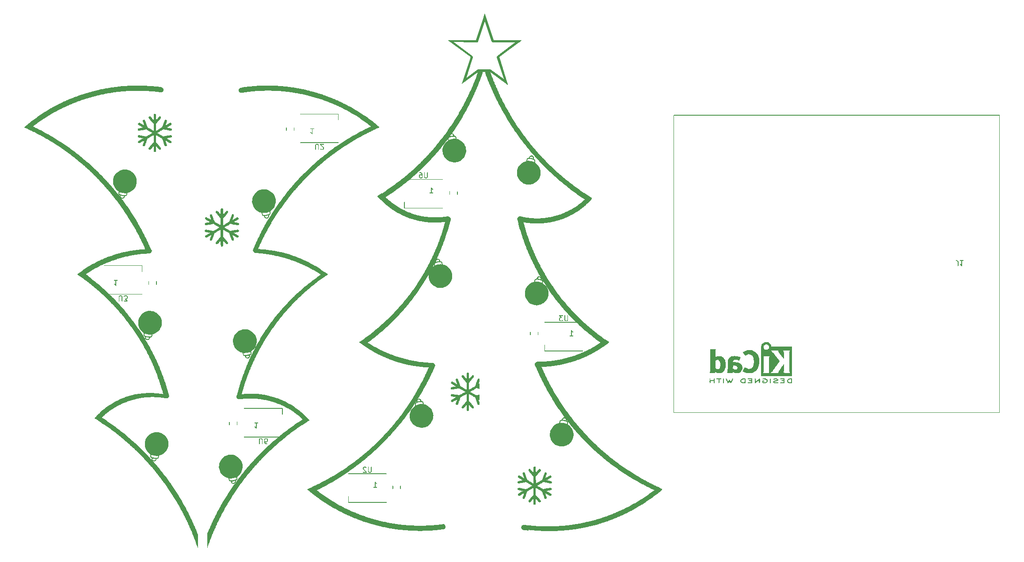
<source format=gbo>
%MOIN*%
%OFA0B0*%
%FSLAX36Y36*%
%IPPOS*%
%LPD*%
G36*
X007532348Y002888844D02*
G01*
X007532203Y002889756D01*
X007531784Y002890579D01*
X007531130Y002891233D01*
X007530307Y002891652D01*
X007529393Y002891796D01*
X007528481Y002891652D01*
X007527660Y002891233D01*
X007527006Y002890579D01*
X007526586Y002889756D01*
X007526441Y002888844D01*
X007526441Y002860723D01*
X007526586Y002859810D01*
X007527006Y002858986D01*
X007527660Y002858333D01*
X007528481Y002857913D01*
X007529393Y002857770D01*
X007530307Y002857913D01*
X007531130Y002858333D01*
X007531784Y002858986D01*
X007532203Y002859810D01*
X007532348Y002860723D01*
X007532348Y002888844D01*
G37*
G36*
X007532348Y002888844D02*
G01*
X007532203Y002889756D01*
X007530328Y002895380D01*
X007529908Y002896203D01*
X007529256Y002896856D01*
X007528433Y002897276D01*
X007527520Y002897420D01*
X007526608Y002897276D01*
X007525785Y002896856D01*
X007525131Y002896203D01*
X007524711Y002895380D01*
X007524567Y002894468D01*
X007524711Y002893555D01*
X007526586Y002887931D01*
X007527006Y002887107D01*
X007527660Y002886454D01*
X007528481Y002886035D01*
X007529393Y002885891D01*
X007530307Y002886035D01*
X007531130Y002886454D01*
X007531784Y002887107D01*
X007532203Y002887931D01*
X007532348Y002888844D01*
G37*
G36*
X007530473Y002894468D02*
G01*
X007530328Y002895380D01*
X007529908Y002896203D01*
X007525505Y002900606D01*
X007524683Y002901026D01*
X007523770Y002901170D01*
X007522857Y002901026D01*
X007522035Y002900606D01*
X007521381Y002899953D01*
X007520961Y002899130D01*
X007520818Y002898218D01*
X007520961Y002897305D01*
X007521381Y002896482D01*
X007525785Y002892079D01*
X007526608Y002891660D01*
X007527520Y002891515D01*
X007528433Y002891660D01*
X007529256Y002892079D01*
X007529908Y002892732D01*
X007530328Y002893555D01*
X007530473Y002894468D01*
G37*
G36*
X007526723Y002898218D02*
G01*
X007526579Y002899130D01*
X007526159Y002899953D01*
X007525505Y002900606D01*
X007524683Y002901026D01*
X007519059Y002902900D01*
X007518146Y002903045D01*
X007517232Y002902900D01*
X007516411Y002902481D01*
X007515757Y002901828D01*
X007515338Y002901005D01*
X007515192Y002900092D01*
X007515338Y002899180D01*
X007515757Y002898356D01*
X007516411Y002897703D01*
X007517232Y002897284D01*
X007522857Y002895409D01*
X007523770Y002895265D01*
X007524683Y002895409D01*
X007525505Y002895829D01*
X007526159Y002896482D01*
X007526579Y002897305D01*
X007526723Y002898218D01*
G37*
G36*
X007521099Y002900092D02*
G01*
X007520954Y002901005D01*
X007520535Y002901828D01*
X007519880Y002902481D01*
X007519059Y002902900D01*
X007518146Y002903045D01*
X007514396Y002903045D01*
X007513484Y002902900D01*
X007512660Y002902481D01*
X007512008Y002901828D01*
X007511589Y002901005D01*
X007511444Y002900092D01*
X007511589Y002899180D01*
X007512008Y002898356D01*
X007512660Y002897703D01*
X007513484Y002897284D01*
X007514396Y002897139D01*
X007518146Y002897139D01*
X007519059Y002897284D01*
X007519880Y002897703D01*
X007520535Y002898356D01*
X007520954Y002899180D01*
X007521099Y002900092D01*
G37*
G36*
X007571717Y002900092D02*
G01*
X007571572Y002901005D01*
X007571154Y002901828D01*
X007570500Y002902481D01*
X007569677Y002902900D01*
X007568765Y002903045D01*
X007546267Y002903045D01*
X007545356Y002902900D01*
X007544531Y002902481D01*
X007543879Y002901828D01*
X007543459Y002901005D01*
X007543314Y002900092D01*
X007543459Y002899180D01*
X007543879Y002898356D01*
X007544531Y002897703D01*
X007545356Y002897284D01*
X007546267Y002897139D01*
X007568765Y002897139D01*
X007569677Y002897284D01*
X007570500Y002897703D01*
X007571154Y002898356D01*
X007571572Y002899180D01*
X007571717Y002900092D01*
G37*
G36*
X007560469Y002900092D02*
G01*
X007560323Y002901005D01*
X007559905Y002901828D01*
X007559252Y002902481D01*
X007558429Y002902900D01*
X007557517Y002903045D01*
X007556603Y002902900D01*
X007555781Y002902481D01*
X007555127Y002901828D01*
X007554708Y002901005D01*
X007554563Y002900092D01*
X007554563Y002860723D01*
X007554708Y002859810D01*
X007555127Y002858986D01*
X007555781Y002858333D01*
X007556603Y002857913D01*
X007557517Y002857770D01*
X007558429Y002857913D01*
X007559252Y002858333D01*
X007559905Y002858986D01*
X007560323Y002859810D01*
X007560469Y002860723D01*
X007560469Y002900092D01*
G37*
G36*
X007560469Y002860723D02*
G01*
X007560323Y002861633D01*
X007559905Y002862458D01*
X007556156Y002868082D01*
X007555502Y002868735D01*
X007554680Y002869155D01*
X007553766Y002869299D01*
X007552854Y002869155D01*
X007552031Y002868735D01*
X007551378Y002868082D01*
X007550959Y002867259D01*
X007550814Y002866347D01*
X007550959Y002865434D01*
X007551378Y002864611D01*
X007555127Y002858986D01*
X007555781Y002858333D01*
X007556603Y002857913D01*
X007557517Y002857770D01*
X007558429Y002857913D01*
X007559252Y002858333D01*
X007559905Y002858986D01*
X007560323Y002859810D01*
X007560469Y002860723D01*
G37*
G36*
X007556720Y002866347D02*
G01*
X007556575Y002867259D01*
X007556156Y002868082D01*
X007555502Y002868735D01*
X007551753Y002872485D01*
X007550929Y002872904D01*
X007550017Y002873048D01*
X007549105Y002872904D01*
X007548281Y002872485D01*
X007547628Y002871831D01*
X007547209Y002871008D01*
X007547065Y002870096D01*
X007547209Y002869183D01*
X007547628Y002868360D01*
X007548281Y002867707D01*
X007551378Y002864611D01*
X007551378Y002864611D01*
X007552031Y002863958D01*
X007552854Y002863538D01*
X007553766Y002863393D01*
X007554680Y002863538D01*
X007555502Y002863958D01*
X007556156Y002864611D01*
X007556575Y002865434D01*
X007556720Y002866347D01*
G37*
G36*
X007552969Y002870096D02*
G01*
X007552825Y002871008D01*
X007552405Y002871831D01*
X007551753Y002872485D01*
X007550929Y002872904D01*
X007547211Y002874763D01*
X007547179Y002874779D01*
X007546267Y002874922D01*
X007545356Y002874779D01*
X007544531Y002874360D01*
X007543879Y002873706D01*
X007543459Y002872883D01*
X007543314Y002871970D01*
X007543459Y002871058D01*
X007543879Y002870235D01*
X007544531Y002869582D01*
X007545356Y002869162D01*
X007549105Y002867288D01*
X007550017Y002867143D01*
X007550929Y002867288D01*
X007551753Y002867707D01*
X007552405Y002868360D01*
X007552825Y002869183D01*
X007552969Y002870096D01*
G37*
G36*
X006173707Y001998769D02*
G01*
X006173082Y002002128D01*
X006171243Y002004916D01*
X006168246Y002007081D01*
X006164147Y002008567D01*
X006163519Y002008711D01*
X006161855Y002008908D01*
X006159189Y002009046D01*
X006155882Y002009128D01*
X006152302Y002009151D01*
X006148811Y002009113D01*
X006145777Y002009017D01*
X006143562Y002008859D01*
X006142885Y002008757D01*
X006140889Y002008341D01*
X006139117Y002007969D01*
X006136778Y002007178D01*
X006135596Y002005947D01*
X006135350Y002004633D01*
X006135716Y002002826D01*
X006136911Y002001745D01*
X006139071Y002001332D01*
X006142342Y002001526D01*
X006142546Y002001554D01*
X006146904Y002001967D01*
X006151327Y002002126D01*
X006155556Y002002047D01*
X006159333Y002001748D01*
X006162399Y002001243D01*
X006164495Y002000550D01*
X006165106Y002000131D01*
X006165419Y001999048D01*
X006164671Y001997852D01*
X006163107Y001996857D01*
X006162353Y001996597D01*
X006160937Y001996269D01*
X006158499Y001995765D01*
X006155358Y001995149D01*
X006151838Y001994487D01*
X006151256Y001994381D01*
X006146384Y001993389D01*
X006142684Y001992377D01*
X006139965Y001991261D01*
X006138032Y001989954D01*
X006136691Y001988366D01*
X006136314Y001987707D01*
X006135322Y001984535D01*
X006135625Y001981533D01*
X006137148Y001978823D01*
X006139815Y001976527D01*
X006143553Y001974766D01*
X006144412Y001974492D01*
X006146729Y001974051D01*
X006150049Y001973738D01*
X006154010Y001973558D01*
X006158250Y001973516D01*
X006162407Y001973618D01*
X006166118Y001973867D01*
X006168438Y001974163D01*
X006170594Y001974653D01*
X006172268Y001975263D01*
X006172718Y001975534D01*
X006173527Y001976908D01*
X006173659Y001978695D01*
X006173142Y001980267D01*
X006172508Y001980859D01*
X006171379Y001981061D01*
X006169201Y001981154D01*
X006166291Y001981134D01*
X006163090Y001981004D01*
X006156730Y001980743D01*
X006151676Y001980756D01*
X006147893Y001981044D01*
X006145343Y001981609D01*
X006144469Y001982030D01*
X006143317Y001982986D01*
X006143025Y001983848D01*
X006143680Y001984659D01*
X006145369Y001985464D01*
X006148176Y001986307D01*
X006152189Y001987233D01*
X006156241Y001988047D01*
X006160520Y001988892D01*
X006163705Y001989593D01*
X006166047Y001990241D01*
X006167802Y001990927D01*
X006169227Y001991739D01*
X006170572Y001992767D01*
X006171232Y001993336D01*
X006172784Y001994875D01*
X006173506Y001996306D01*
X006173704Y001998296D01*
X006173707Y001998769D01*
G37*
G36*
X006277724Y002181850D02*
G01*
X006277722Y002192057D01*
X006277714Y002201616D01*
X006277702Y002210449D01*
X006277684Y002218481D01*
X006277662Y002225635D01*
X006277635Y002231835D01*
X006277604Y002237008D01*
X006277568Y002241073D01*
X006277528Y002243957D01*
X006277484Y002245583D01*
X006277475Y002245708D01*
X006277462Y002245892D01*
X006277386Y002246664D01*
X006277344Y002247352D01*
X006277260Y002247963D01*
X006277061Y002248500D01*
X006276674Y002248969D01*
X006276024Y002249374D01*
X006275037Y002249720D01*
X006273639Y002250013D01*
X006271758Y002250255D01*
X006269318Y002250454D01*
X006266246Y002250613D01*
X006262468Y002250737D01*
X006257910Y002250831D01*
X006252499Y002250901D01*
X006246160Y002250949D01*
X006238819Y002250982D01*
X006230404Y002251005D01*
X006220839Y002251021D01*
X006210050Y002251037D01*
X006198144Y002251055D01*
X006122460Y002251187D01*
X006121728Y002254827D01*
X006119877Y002260715D01*
X006116837Y002266349D01*
X006112791Y002271543D01*
X006107918Y002276103D01*
X006102399Y002279841D01*
X006096415Y002282566D01*
X006094940Y002283045D01*
X006087927Y002284467D01*
X006080959Y002284600D01*
X006074181Y002283519D01*
X006067741Y002281303D01*
X006061785Y002278026D01*
X006056458Y002273765D01*
X006051906Y002268598D01*
X006048278Y002262600D01*
X006046241Y002257576D01*
X006044597Y002252557D01*
X006044597Y002029650D01*
X006046158Y002028090D01*
X006047717Y002026530D01*
X006082953Y002026510D01*
X006082953Y002051530D01*
X006077336Y002051539D01*
X006072177Y002051565D01*
X006067629Y002051605D01*
X006063849Y002051657D01*
X006060989Y002051720D01*
X006059201Y002051791D01*
X006058639Y002051863D01*
X006058969Y002052579D01*
X006059822Y002054087D01*
X006060673Y002055501D01*
X006062707Y002058806D01*
X006062899Y002117579D01*
X006063091Y002176350D01*
X006084916Y002176232D01*
X006084916Y002225759D01*
X006079760Y002226201D01*
X006074547Y002227953D01*
X006074015Y002228208D01*
X006069657Y002231048D01*
X006066295Y002234679D01*
X006063997Y002238909D01*
X006062827Y002243546D01*
X006062855Y002248396D01*
X006064144Y002253269D01*
X006064842Y002254818D01*
X006067001Y002258415D01*
X006069592Y002261159D01*
X006072990Y002263407D01*
X006075045Y002264425D01*
X006079858Y002265922D01*
X006084848Y002266191D01*
X006089754Y002265287D01*
X006094301Y002263263D01*
X006098221Y002260173D01*
X006098723Y002259641D01*
X006101715Y002255609D01*
X006103478Y002251365D01*
X006104151Y002246560D01*
X006104166Y002245708D01*
X006103665Y002240821D01*
X006102044Y002236568D01*
X006099188Y002232659D01*
X006098647Y002232088D01*
X006094500Y002228725D01*
X006089876Y002226609D01*
X006084916Y002225759D01*
X006084916Y002176232D01*
X006084988Y002176232D01*
X006090320Y002176197D01*
X006095196Y002176154D01*
X006099452Y002176103D01*
X006102922Y002176048D01*
X006105444Y002175991D01*
X006106852Y002175935D01*
X006107093Y002175905D01*
X006106916Y002175240D01*
X006106243Y002173721D01*
X006105402Y002172033D01*
X006103501Y002168370D01*
X006103275Y002120737D01*
X006103233Y002109761D01*
X006103215Y002100070D01*
X006103226Y002091584D01*
X006103269Y002084218D01*
X006103348Y002077891D01*
X006103464Y002072518D01*
X006103623Y002068017D01*
X006103826Y002064306D01*
X006104075Y002061300D01*
X006104379Y002058919D01*
X006104735Y002057076D01*
X006105150Y002055692D01*
X006105624Y002054682D01*
X006105822Y002054377D01*
X006106775Y002052937D01*
X006107255Y002052013D01*
X006107268Y002051937D01*
X006106609Y002051844D01*
X006104734Y002051756D01*
X006101797Y002051680D01*
X006097952Y002051618D01*
X006093351Y002051570D01*
X006088151Y002051539D01*
X006082953Y002051530D01*
X006082953Y002026510D01*
X006150828Y002026472D01*
X006150828Y002051186D01*
X006145454Y002051197D01*
X006140112Y002051219D01*
X006134979Y002051254D01*
X006130227Y002051298D01*
X006126035Y002051352D01*
X006122570Y002051416D01*
X006120011Y002051489D01*
X006118529Y002051571D01*
X006118228Y002051629D01*
X006118435Y002051937D01*
X006118664Y002052277D01*
X006119854Y002053721D01*
X006121621Y002055755D01*
X006123789Y002058174D01*
X006124019Y002058425D01*
X006126192Y002060927D01*
X006128940Y002064269D01*
X006132043Y002068175D01*
X006135284Y002072371D01*
X006138444Y002076578D01*
X006139259Y002077684D01*
X006142644Y002082320D01*
X006146373Y002087444D01*
X006150348Y002092920D01*
X006154471Y002098613D01*
X006158642Y002104386D01*
X006162764Y002110100D01*
X006166738Y002115620D01*
X006170464Y002120808D01*
X006173846Y002125529D01*
X006176784Y002129645D01*
X006179179Y002133019D01*
X006180934Y002135515D01*
X006181707Y002136635D01*
X006184850Y002141260D01*
X006182874Y002144115D01*
X006181873Y002145468D01*
X006180038Y002147839D01*
X006177366Y002151233D01*
X006173852Y002155655D01*
X006169491Y002161111D01*
X006164281Y002167604D01*
X006158215Y002175141D01*
X006151292Y002183728D01*
X006143505Y002193368D01*
X006142099Y002195106D01*
X006138775Y002199120D01*
X006135169Y002203305D01*
X006131561Y002207350D01*
X006128234Y002210937D01*
X006125490Y002213729D01*
X006122940Y002216228D01*
X006120782Y002218380D01*
X006119187Y002220010D01*
X006118328Y002220944D01*
X006118227Y002221092D01*
X006118888Y002221158D01*
X006120775Y002221218D01*
X006123742Y002221272D01*
X006127645Y002221318D01*
X006132342Y002221354D01*
X006137689Y002221380D01*
X006143538Y002221392D01*
X006145872Y002221393D01*
X006173516Y002221393D01*
X006173941Y002217803D01*
X006174166Y002216242D01*
X006174500Y002214720D01*
X006175005Y002213145D01*
X006175741Y002211424D01*
X006176772Y002209464D01*
X006178159Y002207172D01*
X006179961Y002204458D01*
X006182242Y002201226D01*
X006185063Y002197387D01*
X006188487Y002192844D01*
X006192572Y002187509D01*
X006197383Y002181286D01*
X006202979Y002174084D01*
X006203159Y002173854D01*
X006206260Y002169890D01*
X006209099Y002166303D01*
X006211565Y002163227D01*
X006213546Y002160800D01*
X006214935Y002159158D01*
X006215618Y002158438D01*
X006215659Y002158417D01*
X006215779Y002159067D01*
X006215888Y002160931D01*
X006215983Y002163855D01*
X006216062Y002167683D01*
X006216120Y002172261D01*
X006216153Y002177432D01*
X006216162Y002182181D01*
X006216145Y002189356D01*
X006216090Y002195315D01*
X006215979Y002200211D01*
X006215798Y002204196D01*
X006215531Y002207422D01*
X006215159Y002210044D01*
X006214669Y002212214D01*
X006214043Y002214084D01*
X006213268Y002215810D01*
X006212455Y002217313D01*
X006211455Y002219149D01*
X006210821Y002220491D01*
X006210701Y002220879D01*
X006211359Y002220995D01*
X006213239Y002221100D01*
X006216191Y002221195D01*
X006220067Y002221273D01*
X006224716Y002221335D01*
X006229994Y002221376D01*
X006235749Y002221393D01*
X006236721Y002221393D01*
X006242539Y002221380D01*
X006247905Y002221342D01*
X006252669Y002221282D01*
X006256682Y002221204D01*
X006259796Y002221110D01*
X006261861Y002221003D01*
X006262730Y002220887D01*
X006262748Y002220867D01*
X006262393Y002220020D01*
X006261506Y002218529D01*
X006261107Y002217926D01*
X006259789Y002215607D01*
X006258720Y002213104D01*
X006258621Y002212802D01*
X006258477Y002211669D01*
X006258341Y002209280D01*
X006258209Y002205750D01*
X006258084Y002201192D01*
X006257968Y002195720D01*
X006257859Y002189448D01*
X006257759Y002182491D01*
X006257667Y002174961D01*
X006257588Y002166975D01*
X006257518Y002158644D01*
X006257461Y002150084D01*
X006257415Y002141407D01*
X006257382Y002132730D01*
X006257363Y002124164D01*
X006257358Y002115825D01*
X006257367Y002107826D01*
X006257392Y002100282D01*
X006257432Y002093305D01*
X006257491Y002087012D01*
X006257564Y002081513D01*
X006257658Y002076928D01*
X006257770Y002073366D01*
X006257805Y002072584D01*
X006258028Y002067959D01*
X006258223Y002064477D01*
X006258427Y002061920D01*
X006258678Y002060060D01*
X006259010Y002058676D01*
X006259462Y002057544D01*
X006260070Y002056439D01*
X006260595Y002055587D01*
X006261742Y002053697D01*
X006262522Y002052321D01*
X006262748Y002051826D01*
X006262088Y002051759D01*
X006260207Y002051699D01*
X006257257Y002051644D01*
X006253387Y002051597D01*
X006248744Y002051562D01*
X006243481Y002051539D01*
X006237746Y002051530D01*
X006237063Y002051530D01*
X006229405Y002051548D01*
X006223108Y002051604D01*
X006218167Y002051695D01*
X006214574Y002051823D01*
X006212321Y002051991D01*
X006211403Y002052194D01*
X006211378Y002052236D01*
X006211669Y002053207D01*
X006212413Y002054935D01*
X006213054Y002056253D01*
X006213835Y002057935D01*
X006214478Y002059708D01*
X006214992Y002061715D01*
X006215393Y002064101D01*
X006215689Y002067009D01*
X006215893Y002070587D01*
X006216016Y002074976D01*
X006216070Y002080321D01*
X006216066Y002086766D01*
X006216026Y002093311D01*
X006215830Y002118311D01*
X006211996Y002113174D01*
X006210139Y002110669D01*
X006207622Y002107244D01*
X006204583Y002103092D01*
X006201163Y002098405D01*
X006197500Y002093373D01*
X006193735Y002088188D01*
X006190009Y002083046D01*
X006186459Y002078132D01*
X006185798Y002077214D01*
X006181497Y002070885D01*
X006178291Y002065348D01*
X006176182Y002060610D01*
X006175172Y002056674D01*
X006175076Y002055276D01*
X006175026Y002053226D01*
X006174895Y002051821D01*
X006174791Y002051473D01*
X006174051Y002051390D01*
X006172125Y002051321D01*
X006169191Y002051267D01*
X006165419Y002051228D01*
X006160985Y002051200D01*
X006156064Y002051187D01*
X006150828Y002051186D01*
X006150828Y002026472D01*
X006158829Y002026468D01*
X006171105Y002026463D01*
X006183036Y002026460D01*
X006194547Y002026462D01*
X006205564Y002026466D01*
X006216013Y002026474D01*
X006225818Y002026485D01*
X006234906Y002026497D01*
X006243201Y002026513D01*
X006250630Y002026530D01*
X006257118Y002026552D01*
X006262591Y002026574D01*
X006266973Y002026598D01*
X006270191Y002026625D01*
X006272168Y002026653D01*
X006272797Y002026676D01*
X006274819Y002027098D01*
X006276322Y002027815D01*
X006276564Y002028042D01*
X006276688Y002028394D01*
X006276802Y002029176D01*
X006276906Y002030449D01*
X006277001Y002032266D01*
X006277086Y002034689D01*
X006277165Y002037771D01*
X006277236Y002041574D01*
X006277300Y002046154D01*
X006277358Y002051568D01*
X006277360Y002051826D01*
X006277410Y002057875D01*
X006277456Y002065131D01*
X006277500Y002073395D01*
X006277539Y002082723D01*
X006277575Y002093178D01*
X006277608Y002104810D01*
X006277638Y002117682D01*
X006277669Y002131849D01*
X006277678Y002136053D01*
X006277698Y002148096D01*
X006277712Y002159793D01*
X006277720Y002171070D01*
X006277724Y002181850D01*
G37*
G36*
X005976426Y001987841D02*
G01*
X005976425Y001991119D01*
X005976402Y001996491D01*
X005976345Y002000652D01*
X005976244Y002003762D01*
X005976091Y002005980D01*
X005975874Y002007463D01*
X005975587Y002008371D01*
X005975414Y002008659D01*
X005975018Y002009091D01*
X005974455Y002009407D01*
X005973540Y002009615D01*
X005972093Y002009729D01*
X005969925Y002009755D01*
X005966859Y002009704D01*
X005962707Y002009588D01*
X005959904Y002009500D01*
X005954847Y002009303D01*
X005950639Y002009069D01*
X005947413Y002008808D01*
X005945305Y002008532D01*
X005944478Y002008280D01*
X005943717Y002006958D01*
X005943617Y002005239D01*
X005944142Y002003750D01*
X005944768Y002003216D01*
X005945828Y002003022D01*
X005948003Y002002810D01*
X005951041Y002002599D01*
X005954686Y002002406D01*
X005957611Y002002287D01*
X005969255Y002001872D01*
X005969464Y001998619D01*
X005969672Y001995365D01*
X005962272Y001995357D01*
X005959067Y001995315D01*
X005956243Y001995211D01*
X005954163Y001995060D01*
X005953323Y001994932D01*
X005951873Y001993947D01*
X005951286Y001992312D01*
X005951678Y001990526D01*
X005952138Y001989879D01*
X005952820Y001989306D01*
X005953816Y001988911D01*
X005955386Y001988651D01*
X005957787Y001988485D01*
X005961276Y001988374D01*
X005961637Y001988365D01*
X005969939Y001988174D01*
X005969939Y001980639D01*
X005957611Y001980297D01*
X005953598Y001980157D01*
X005950033Y001979980D01*
X005947156Y001979781D01*
X005945200Y001979576D01*
X005944426Y001979400D01*
X005943758Y001978278D01*
X005943607Y001976554D01*
X005943979Y001974895D01*
X005944391Y001974270D01*
X005945324Y001974005D01*
X005947378Y001973790D01*
X005950304Y001973625D01*
X005953854Y001973514D01*
X005957778Y001973453D01*
X005961830Y001973446D01*
X005965760Y001973492D01*
X005969321Y001973592D01*
X005972264Y001973748D01*
X005974340Y001973959D01*
X005975248Y001974188D01*
X005975628Y001974513D01*
X005975919Y001975100D01*
X005976131Y001976119D01*
X005976276Y001977732D01*
X005976366Y001980114D01*
X005976413Y001983427D01*
X005976426Y001987841D01*
G37*
G36*
X006270967Y001980098D02*
G01*
X006264288Y001980493D01*
X006260960Y001980790D01*
X006257745Y001981247D01*
X006255162Y001981785D01*
X006254378Y001982020D01*
X006251727Y001983340D01*
X006249412Y001985150D01*
X006249080Y001985504D01*
X006247063Y001988442D01*
X006246382Y001991237D01*
X006247035Y001994034D01*
X006248856Y001996787D01*
X006251082Y001998865D01*
X006253882Y002000363D01*
X006257485Y002001361D01*
X006262119Y002001939D01*
X006263881Y002002050D01*
X006270967Y002002411D01*
X006270967Y001973492D01*
X006272283Y001973512D01*
X006274990Y001973702D01*
X006276541Y001974034D01*
X006276959Y001974304D01*
X006277231Y001975291D01*
X006277495Y001977391D01*
X006277737Y001980348D01*
X006277951Y001983904D01*
X006278124Y001987805D01*
X006278246Y001991792D01*
X006278307Y001995608D01*
X006278296Y001999000D01*
X006278203Y002001707D01*
X006278146Y002002411D01*
X006278109Y002002859D01*
X006277659Y002005896D01*
X006276951Y002007817D01*
X006275705Y002008886D01*
X006273639Y002009354D01*
X006270852Y002009474D01*
X006264159Y002009316D01*
X006258098Y002008681D01*
X006252845Y002007607D01*
X006248582Y002006125D01*
X006245811Y002004528D01*
X006242893Y002001509D01*
X006240834Y001997709D01*
X006239738Y001993486D01*
X006239706Y001989194D01*
X006240489Y001986020D01*
X006242370Y001982487D01*
X006245053Y001979230D01*
X006248130Y001976717D01*
X006249090Y001976166D01*
X006252625Y001974889D01*
X006257436Y001974016D01*
X006263535Y001973544D01*
X006268315Y001973453D01*
X006270967Y001973492D01*
X006270967Y001980098D01*
G37*
G36*
X006118384Y002007404D02*
G01*
X006116561Y002008233D01*
X006114001Y002009002D01*
X006112193Y002008633D01*
X006111402Y002007740D01*
X006111134Y002006536D01*
X006110928Y002004220D01*
X006110783Y002001046D01*
X006110699Y001997268D01*
X006110673Y001993144D01*
X006110705Y001988927D01*
X006110792Y001984872D01*
X006110935Y001981235D01*
X006111129Y001978269D01*
X006111376Y001976234D01*
X006111576Y001975503D01*
X006112933Y001973970D01*
X006114639Y001973676D01*
X006116371Y001974667D01*
X006116534Y001974838D01*
X006116962Y001975413D01*
X006117292Y001976192D01*
X006117543Y001977357D01*
X006117729Y001979087D01*
X006117868Y001981566D01*
X006117977Y001984974D01*
X006118074Y001989491D01*
X006118115Y001991847D01*
X006118384Y002007404D01*
G37*
G36*
X006094019Y001993108D02*
G01*
X006092835Y001996934D01*
X006092404Y001997861D01*
X006089885Y002001785D01*
X006086562Y002004826D01*
X006082360Y002007016D01*
X006077201Y002008388D01*
X006071010Y002008975D01*
X006066453Y002008951D01*
X006061994Y002008636D01*
X006058766Y002008035D01*
X006056654Y002007105D01*
X006055541Y002005809D01*
X006055327Y002005040D01*
X006055287Y002003842D01*
X006055682Y002002989D01*
X006056697Y002002419D01*
X006058515Y002002082D01*
X006061318Y002001919D01*
X006065292Y002001872D01*
X006065696Y002001872D01*
X006071052Y002001745D01*
X006075271Y002001326D01*
X006078568Y002000560D01*
X006081156Y001999387D01*
X006083248Y001997754D01*
X006083939Y001997021D01*
X006085962Y001994070D01*
X006086648Y001991263D01*
X006085998Y001988466D01*
X006084242Y001985805D01*
X006082307Y001983887D01*
X006080057Y001982537D01*
X006077118Y001981578D01*
X006073964Y001980965D01*
X006069834Y001980532D01*
X006066144Y001980580D01*
X006063084Y001981065D01*
X006060843Y001981944D01*
X006059611Y001983171D01*
X006059467Y001984319D01*
X006059973Y001985019D01*
X006061337Y001985434D01*
X006063533Y001985637D01*
X006066723Y001986139D01*
X006068704Y001987237D01*
X006069460Y001988921D01*
X006069335Y001990155D01*
X006068940Y001991192D01*
X006068207Y001991894D01*
X006066888Y001992337D01*
X006064730Y001992601D01*
X006061485Y001992763D01*
X006060974Y001992782D01*
X006057752Y001992838D01*
X006055558Y001992607D01*
X006054202Y001991880D01*
X006053499Y001990443D01*
X006053258Y001988085D01*
X006053295Y001984593D01*
X006053308Y001984132D01*
X006053502Y001977215D01*
X006056877Y001975542D01*
X006058646Y001974762D01*
X006060444Y001974248D01*
X006062647Y001973932D01*
X006065629Y001973753D01*
X006067836Y001973687D01*
X006071217Y001973670D01*
X006074357Y001973768D01*
X006076841Y001973962D01*
X006077990Y001974151D01*
X006083041Y001976020D01*
X006087400Y001978840D01*
X006090858Y001982446D01*
X006092831Y001985776D01*
X006094013Y001989504D01*
X006094019Y001993108D01*
G37*
G36*
X006031913Y002135795D02*
G01*
X006031411Y002147806D01*
X006029857Y002158961D01*
X006027239Y002169298D01*
X006023540Y002178858D01*
X006018742Y002187680D01*
X006012834Y002195804D01*
X006006176Y002202915D01*
X005998323Y002209576D01*
X005990139Y002214916D01*
X005981578Y002218954D01*
X005972598Y002221707D01*
X005963150Y002223196D01*
X005956264Y002223494D01*
X005950368Y002223321D01*
X005944825Y002222761D01*
X005939370Y002221747D01*
X005933747Y002220211D01*
X005927688Y002218084D01*
X005920933Y002215300D01*
X005915889Y002213034D01*
X005912688Y002211551D01*
X005909961Y002210276D01*
X005907934Y002209316D01*
X005906837Y002208780D01*
X005906708Y002208707D01*
X005906994Y002208102D01*
X005907933Y002206555D01*
X005909399Y002204253D01*
X005911268Y002201383D01*
X005913416Y002198131D01*
X005915715Y002194682D01*
X005918043Y002191224D01*
X005920274Y002187942D01*
X005922283Y002185024D01*
X005923945Y002182656D01*
X005925134Y002181024D01*
X005925725Y002180313D01*
X005925758Y002180297D01*
X005926476Y002180697D01*
X005927961Y002181758D01*
X005929923Y002183269D01*
X005930399Y002183650D01*
X005936302Y002187668D01*
X005942357Y002190342D01*
X005948644Y002191695D01*
X005955246Y002191751D01*
X005957470Y002191494D01*
X005963283Y002190205D01*
X005968255Y002188050D01*
X005972728Y002184853D01*
X005975401Y002182271D01*
X005979918Y002176508D01*
X005983560Y002169724D01*
X005986326Y002161910D01*
X005988220Y002153057D01*
X005989246Y002143158D01*
X005989449Y002135776D01*
X005989044Y002125803D01*
X005987838Y002116728D01*
X005985847Y002108611D01*
X005983089Y002101509D01*
X005979578Y002095482D01*
X005977665Y002093030D01*
X005972658Y002088110D01*
X005967211Y002084463D01*
X005961394Y002082091D01*
X005955278Y002080998D01*
X005948934Y002081185D01*
X005942430Y002082653D01*
X005935839Y002085405D01*
X005929231Y002089445D01*
X005926574Y002091440D01*
X005924468Y002092989D01*
X005922787Y002093998D01*
X005921799Y002094312D01*
X005921690Y002094261D01*
X005920918Y002093207D01*
X005919651Y002091235D01*
X005918008Y002088544D01*
X005916098Y002085334D01*
X005914038Y002081802D01*
X005911939Y002078151D01*
X005909917Y002074576D01*
X005908085Y002071278D01*
X005906558Y002068452D01*
X005905448Y002066304D01*
X005904869Y002065029D01*
X005904819Y002064778D01*
X005905584Y002064086D01*
X005907393Y002062974D01*
X005910020Y002061548D01*
X005913241Y002059912D01*
X005916838Y002058172D01*
X005920584Y002056435D01*
X005924257Y002054805D01*
X005927633Y002053388D01*
X005930491Y002052289D01*
X005932607Y002051616D01*
X005932611Y002051615D01*
X005940334Y002050077D01*
X005948754Y002049154D01*
X005957326Y002048881D01*
X005965506Y002049292D01*
X005967200Y002049475D01*
X005976121Y002051238D01*
X005984768Y002054282D01*
X005993007Y002058526D01*
X006000709Y002063888D01*
X006007740Y002070288D01*
X006013969Y002077646D01*
X006014771Y002078749D01*
X006020587Y002088051D01*
X006025194Y002097954D01*
X006028600Y002108478D01*
X006030811Y002119646D01*
X006031835Y002131482D01*
X006031913Y002135795D01*
G37*
G36*
X006035583Y001996066D02*
G01*
X006035538Y002000220D01*
X006035411Y002003340D01*
X006035178Y002005593D01*
X006034822Y002007152D01*
X006034316Y002008179D01*
X006033643Y002008846D01*
X006033220Y002009106D01*
X006032590Y002009361D01*
X006031897Y002009388D01*
X006031022Y002009097D01*
X006029843Y002008398D01*
X006028246Y002007206D01*
X006026107Y002005430D01*
X006023306Y002002980D01*
X006019726Y001999771D01*
X006015749Y001996170D01*
X006004187Y001985671D01*
X006003996Y001996136D01*
X006003872Y002000689D01*
X006003651Y002004047D01*
X006003279Y002006386D01*
X006002705Y002007880D01*
X006001874Y002008703D01*
X006000732Y002009030D01*
X006000027Y002009065D01*
X005998869Y002009055D01*
X005997980Y002008922D01*
X005997325Y002008503D01*
X005996869Y002007642D01*
X005996574Y002006174D01*
X005996407Y002003944D01*
X005996330Y002000789D01*
X005996310Y001996548D01*
X005996309Y001992363D01*
X005996323Y001987124D01*
X005996370Y001983084D01*
X005996461Y001980070D01*
X005996607Y001977909D01*
X005996817Y001976431D01*
X005997106Y001975463D01*
X005997376Y001974971D01*
X005998606Y001973824D01*
X005999691Y001973448D01*
X006000757Y001973902D01*
X006002646Y001975184D01*
X006005200Y001977158D01*
X006008260Y001979698D01*
X006011666Y001982671D01*
X006015261Y001985952D01*
X006016857Y001987457D01*
X006020354Y001990720D01*
X006023229Y001993278D01*
X006025387Y001995048D01*
X006026734Y001995950D01*
X006027052Y001996051D01*
X006027269Y001995405D01*
X006027502Y001993627D01*
X006027727Y001990951D01*
X006027924Y001987615D01*
X006028005Y001985736D01*
X006028228Y001981333D01*
X006028514Y001977890D01*
X006028852Y001975544D01*
X006029220Y001974435D01*
X006030737Y001973530D01*
X006032541Y001973676D01*
X006034127Y001974804D01*
X006034367Y001975130D01*
X006034754Y001975933D01*
X006035046Y001977125D01*
X006035260Y001978893D01*
X006035405Y001981424D01*
X006035499Y001984909D01*
X006035555Y001989534D01*
X006035565Y001990713D01*
X006035583Y001996066D01*
G37*
G36*
X006221854Y002000130D02*
G01*
X006221822Y002003043D01*
X006221728Y002005108D01*
X006221562Y002006500D01*
X006221316Y002007391D01*
X006220980Y002007959D01*
X006220844Y002008108D01*
X006220287Y002008509D01*
X006219404Y002008811D01*
X006218008Y002009027D01*
X006215911Y002009172D01*
X006212922Y002009264D01*
X006208853Y002009316D01*
X006206118Y002009335D01*
X006201820Y002009331D01*
X006197887Y002009278D01*
X006194565Y002009183D01*
X006192098Y002009055D01*
X006190732Y002008897D01*
X006190669Y002008883D01*
X006189031Y002007864D01*
X006188248Y002006250D01*
X006188469Y002004514D01*
X006189029Y002003721D01*
X006189669Y002003301D01*
X006190761Y002002975D01*
X006192498Y002002724D01*
X006195073Y002002527D01*
X006198675Y002002361D01*
X006202302Y002002238D01*
X006214460Y002001872D01*
X006214850Y001998952D01*
X006215019Y001997089D01*
X006214980Y001995882D01*
X006214907Y001995698D01*
X006214122Y001995556D01*
X006212282Y001995444D01*
X006209700Y001995378D01*
X006207925Y001995365D01*
X006204778Y001995322D01*
X006201919Y001995204D01*
X006199785Y001995033D01*
X006199135Y001994937D01*
X006197654Y001994460D01*
X006197076Y001993514D01*
X006196994Y001992222D01*
X006197152Y001990778D01*
X006197754Y001989760D01*
X006198998Y001989095D01*
X006201076Y001988713D01*
X006204183Y001988545D01*
X006207224Y001988516D01*
X006214802Y001988516D01*
X006214802Y001980384D01*
X006202496Y001980169D01*
X006197977Y001980073D01*
X006194630Y001979952D01*
X006192261Y001979787D01*
X006190674Y001979556D01*
X006189673Y001979242D01*
X006189061Y001978824D01*
X006189052Y001978813D01*
X006188271Y001977224D01*
X006188509Y001975494D01*
X006189623Y001974177D01*
X006190309Y001973881D01*
X006191445Y001973756D01*
X006193719Y001973644D01*
X006196898Y001973553D01*
X006200748Y001973488D01*
X006205040Y001973459D01*
X006205985Y001973457D01*
X006211129Y001973477D01*
X006215034Y001973550D01*
X006217833Y001973683D01*
X006219655Y001973885D01*
X006220633Y001974161D01*
X006220831Y001974311D01*
X006221078Y001975284D01*
X006221302Y001977504D01*
X006221495Y001980844D01*
X006221650Y001985181D01*
X006221761Y001990391D01*
X006221771Y001991064D01*
X006221834Y001996193D01*
X006221854Y002000130D01*
G37*
G36*
X005832202Y002005548D02*
G01*
X005831813Y002007708D01*
X005830557Y002008846D01*
X005828536Y002008876D01*
X005828436Y002008852D01*
X005827774Y002008635D01*
X005827167Y002008236D01*
X005826520Y002007499D01*
X005825738Y002006257D01*
X005824724Y002004350D01*
X005823383Y002001618D01*
X005821620Y001997898D01*
X005820351Y001995194D01*
X005818845Y001992056D01*
X005817506Y001989419D01*
X005816455Y001987506D01*
X005815811Y001986538D01*
X005815704Y001986465D01*
X005815184Y001987038D01*
X005814212Y001988591D01*
X005812938Y001990867D01*
X005811820Y001993002D01*
X005810282Y001995827D01*
X005808769Y001998263D01*
X005807487Y001999996D01*
X005806837Y002000624D01*
X005805547Y002001316D01*
X005804615Y002001128D01*
X005803806Y002000468D01*
X005802932Y001999363D01*
X005801638Y001997346D01*
X005800119Y001994726D01*
X005798917Y001992501D01*
X005797464Y001989800D01*
X005796212Y001987616D01*
X005795311Y001986198D01*
X005794925Y001985776D01*
X005794474Y001986365D01*
X005793624Y001987956D01*
X005792505Y001990289D01*
X005791535Y001992455D01*
X005789103Y001997850D01*
X005786940Y002002298D01*
X005785093Y002005716D01*
X005783606Y002008014D01*
X005782528Y002009108D01*
X005782525Y002009109D01*
X005780902Y002009297D01*
X005779269Y002008502D01*
X005778159Y002006997D01*
X005778103Y002006835D01*
X005778233Y002005688D01*
X005778936Y002003473D01*
X005780153Y002000330D01*
X005781822Y001996403D01*
X005783884Y001991836D01*
X005786277Y001986772D01*
X005788869Y001981496D01*
X005790536Y001978206D01*
X005791757Y001975955D01*
X005792676Y001974549D01*
X005793439Y001973795D01*
X005794190Y001973494D01*
X005794836Y001973448D01*
X005795683Y001973544D01*
X005796451Y001973961D01*
X005797295Y001974889D01*
X005798361Y001976522D01*
X005799803Y001979050D01*
X005801068Y001981366D01*
X005802674Y001984270D01*
X005804054Y001986651D01*
X005805077Y001988292D01*
X005805617Y001988981D01*
X005805657Y001988986D01*
X005806075Y001988299D01*
X005806995Y001986642D01*
X005808284Y001984262D01*
X005809809Y001981400D01*
X005809894Y001981238D01*
X005811626Y001978037D01*
X005812915Y001975869D01*
X005813913Y001974538D01*
X005814769Y001973840D01*
X005815634Y001973580D01*
X005815645Y001973577D01*
X005817375Y001973842D01*
X005818564Y001975056D01*
X005819577Y001976803D01*
X005820936Y001979436D01*
X005822541Y001982729D01*
X005824291Y001986456D01*
X005826083Y001990389D01*
X005827819Y001994304D01*
X005829395Y001997973D01*
X005830711Y002001170D01*
X005831666Y002003672D01*
X005832158Y002005249D01*
X005832202Y002005548D01*
G37*
G36*
X005777061Y002104734D02*
G01*
X005777014Y002108908D01*
X005776989Y002110083D01*
X005776910Y002113859D01*
X005776768Y002119217D01*
X005776601Y002123475D01*
X005776388Y002126903D01*
X005776102Y002129770D01*
X005775719Y002132346D01*
X005775216Y002134900D01*
X005774841Y002136549D01*
X005772193Y002145673D01*
X005768793Y002153662D01*
X005764630Y002160538D01*
X005759686Y002166320D01*
X005753948Y002171029D01*
X005748707Y002174073D01*
X005744311Y002175992D01*
X005740044Y002177302D01*
X005735595Y002178041D01*
X005730657Y002178246D01*
X005724919Y002177959D01*
X005720778Y002177543D01*
X005715490Y002176692D01*
X005711034Y002175368D01*
X005706901Y002173394D01*
X005704390Y002171840D01*
X005702406Y002170565D01*
X005700884Y002169663D01*
X005700177Y002169338D01*
X005700034Y002169992D01*
X005699922Y002171828D01*
X005699840Y002174659D01*
X005699785Y002178298D01*
X005699759Y002182559D01*
X005699758Y002187254D01*
X005699784Y002192195D01*
X005699834Y002197197D01*
X005699908Y002202070D01*
X005700005Y002206630D01*
X005700125Y002210688D01*
X005700266Y002214057D01*
X005700399Y002216202D01*
X005700750Y002220082D01*
X005701155Y002222942D01*
X005701686Y002225130D01*
X005702413Y002226997D01*
X005702780Y002227738D01*
X005703740Y002229636D01*
X005704376Y002230979D01*
X005704528Y002231388D01*
X005703870Y002231456D01*
X005702003Y002231516D01*
X005699088Y002231571D01*
X005695286Y002231614D01*
X005690756Y002231646D01*
X005685662Y002231664D01*
X005682267Y002231667D01*
X005660008Y002231667D01*
X005659973Y002151016D01*
X005659966Y002140558D01*
X005659954Y002130444D01*
X005659938Y002120761D01*
X005659917Y002111599D01*
X005659893Y002103046D01*
X005659865Y002095193D01*
X005659835Y002088127D01*
X005659801Y002081935D01*
X005659765Y002076712D01*
X005659729Y002072541D01*
X005659689Y002069513D01*
X005659649Y002067716D01*
X005659626Y002067284D01*
X005659352Y002064520D01*
X005659070Y002061580D01*
X005659015Y002061001D01*
X005658506Y002058474D01*
X005657549Y002055645D01*
X005656952Y002054323D01*
X005655190Y002050844D01*
X005696993Y002050844D01*
X005697004Y002054099D01*
X005697094Y002056401D01*
X005697312Y002058352D01*
X005697419Y002058869D01*
X005697688Y002059632D01*
X005698138Y002059863D01*
X005699046Y002059489D01*
X005700687Y002058444D01*
X005701691Y002057764D01*
X005708062Y002053919D01*
X005713969Y002051339D01*
X005716697Y002050533D01*
X005719947Y002049932D01*
X005719980Y002049929D01*
X005719980Y002079710D01*
X005717022Y002079791D01*
X005714116Y002079988D01*
X005711831Y002080369D01*
X005709645Y002081077D01*
X005707037Y002082258D01*
X005705549Y002083000D01*
X005699734Y002085948D01*
X005699734Y002143921D01*
X005705007Y002146527D01*
X005707755Y002147828D01*
X005709879Y002148605D01*
X005711947Y002148993D01*
X005714530Y002149123D01*
X005716187Y002149133D01*
X005719193Y002149088D01*
X005721260Y002148890D01*
X005722817Y002148446D01*
X005724294Y002147665D01*
X005724961Y002147236D01*
X005728306Y002144387D01*
X005731021Y002140643D01*
X005733145Y002135915D01*
X005734707Y002130119D01*
X005735742Y002123170D01*
X005736087Y002119022D01*
X005736387Y002110083D01*
X005736058Y002102337D01*
X005735091Y002095759D01*
X005733480Y002090323D01*
X005731217Y002086002D01*
X005728296Y002082774D01*
X005725689Y002081061D01*
X005723914Y002080273D01*
X005722167Y002079845D01*
X005719980Y002079710D01*
X005719980Y002049929D01*
X005723926Y002049486D01*
X005728172Y002049217D01*
X005732222Y002049150D01*
X005735614Y002049309D01*
X005736887Y002049475D01*
X005744385Y002051456D01*
X005751266Y002054625D01*
X005757475Y002058927D01*
X005762959Y002064299D01*
X005767662Y002070682D01*
X005771531Y002078021D01*
X005774510Y002086252D01*
X005775920Y002091937D01*
X005776370Y002094265D01*
X005776697Y002096455D01*
X005776914Y002098760D01*
X005777032Y002101435D01*
X005777061Y002104734D01*
G37*
G36*
X005694226Y001992679D02*
G01*
X005694217Y001997595D01*
X005694185Y002001316D01*
X005694117Y002004022D01*
X005693995Y002005887D01*
X005693806Y002007089D01*
X005693535Y002007804D01*
X005693167Y002008207D01*
X005692913Y002008363D01*
X005690591Y002009140D01*
X005688818Y002008678D01*
X005687588Y002006974D01*
X005686894Y002004017D01*
X005686721Y002000692D01*
X005686721Y001995365D01*
X005662115Y001995365D01*
X005661917Y002001628D01*
X005661709Y002005145D01*
X005661281Y002007458D01*
X005660532Y002008722D01*
X005659362Y002009099D01*
X005657672Y002008747D01*
X005657476Y002008680D01*
X005655556Y002008004D01*
X005655372Y001992339D01*
X005655327Y001986738D01*
X005655357Y001982358D01*
X005655490Y001979052D01*
X005655757Y001976670D01*
X005656183Y001975069D01*
X005656797Y001974097D01*
X005657628Y001973606D01*
X005658704Y001973452D01*
X005658972Y001973448D01*
X005660284Y001973726D01*
X005661186Y001974682D01*
X005661739Y001976498D01*
X005662009Y001979354D01*
X005662062Y001982307D01*
X005662062Y001988516D01*
X005686721Y001988516D01*
X005686721Y001983889D01*
X005686906Y001980033D01*
X005687429Y001976927D01*
X005688239Y001974799D01*
X005688934Y001974021D01*
X005690893Y001973396D01*
X005692530Y001974042D01*
X005693491Y001975571D01*
X005693740Y001977000D01*
X005693946Y001979626D01*
X005694100Y001983282D01*
X005694196Y001987792D01*
X005694226Y001992679D01*
G37*
G36*
X005763658Y002007880D02*
G01*
X005761781Y002008864D01*
X005760257Y002009474D01*
X005759098Y002009269D01*
X005758495Y002008912D01*
X005758056Y002008571D01*
X005757722Y002008090D01*
X005757477Y002007302D01*
X005757314Y002006039D01*
X005757217Y002004128D01*
X005757175Y002001404D01*
X005757176Y001997694D01*
X005757206Y001992833D01*
X005757220Y001991240D01*
X005757288Y001985479D01*
X005757394Y001980994D01*
X005757542Y001977695D01*
X005757737Y001975486D01*
X005757985Y001974276D01*
X005758168Y001973986D01*
X005759866Y001973507D01*
X005761797Y001973671D01*
X005762524Y001973980D01*
X005762808Y001974649D01*
X005763039Y001976313D01*
X005763221Y001979054D01*
X005763359Y001982957D01*
X005763457Y001988105D01*
X005763493Y001991187D01*
X005763658Y002007880D01*
G37*
G36*
X005744818Y002005091D02*
G01*
X005744691Y002007102D01*
X005743741Y002008546D01*
X005743229Y002008870D01*
X005742413Y002009110D01*
X005741131Y002009272D01*
X005739223Y002009361D01*
X005736524Y002009383D01*
X005732874Y002009344D01*
X005728112Y002009246D01*
X005724749Y002009164D01*
X005706957Y002008722D01*
X005706291Y002006827D01*
X005705962Y002005218D01*
X005706369Y002004045D01*
X005707654Y002003232D01*
X005709963Y002002708D01*
X005713437Y002002403D01*
X005715152Y002002326D01*
X005722337Y002002059D01*
X005722337Y001988463D01*
X005722344Y001983808D01*
X005722380Y001980338D01*
X005722457Y001977866D01*
X005722598Y001976202D01*
X005722817Y001975164D01*
X005723131Y001974562D01*
X005723560Y001974213D01*
X005723662Y001974157D01*
X005725712Y001973495D01*
X005727306Y001974059D01*
X005728119Y001974971D01*
X005728508Y001975754D01*
X005728793Y001976965D01*
X005728989Y001978796D01*
X005729110Y001981440D01*
X005729171Y001985088D01*
X005729186Y001989353D01*
X005729186Y002002215D01*
X005735987Y002002215D01*
X005739381Y002002268D01*
X005741663Y002002451D01*
X005743090Y002002797D01*
X005743863Y002003291D01*
X005744818Y002005091D01*
G37*
G36*
X005903676Y002092340D02*
G01*
X005903500Y002096556D01*
X005903241Y002098448D01*
X005901987Y002102893D01*
X005899928Y002107646D01*
X005897329Y002112168D01*
X005894576Y002115792D01*
X005889674Y002120290D01*
X005883665Y002124175D01*
X005876700Y002127368D01*
X005868937Y002129795D01*
X005864640Y002130727D01*
X005862002Y002131100D01*
X005858313Y002131455D01*
X005853889Y002131771D01*
X005849051Y002132022D01*
X005845111Y002132160D01*
X005840375Y002132300D01*
X005836842Y002132439D01*
X005834339Y002132594D01*
X005832698Y002132785D01*
X005831750Y002133029D01*
X005831325Y002133343D01*
X005831249Y002133644D01*
X005831547Y002135769D01*
X005832302Y002138585D01*
X005833345Y002141564D01*
X005834503Y002144178D01*
X005834882Y002144869D01*
X005837440Y002147926D01*
X005840954Y002150042D01*
X005845381Y002151216D01*
X005850678Y002151447D01*
X005856803Y002150731D01*
X005863712Y002149067D01*
X005870836Y002146655D01*
X005874089Y002145455D01*
X005876310Y002144744D01*
X005877729Y002144470D01*
X005878572Y002144580D01*
X005878902Y002144813D01*
X005879399Y002145658D01*
X005880320Y002147519D01*
X005881557Y002150148D01*
X005882998Y002153303D01*
X005884535Y002156735D01*
X005886060Y002160200D01*
X005887460Y002163450D01*
X005888628Y002166241D01*
X005889453Y002168327D01*
X005889735Y002169126D01*
X005889856Y002170007D01*
X005889305Y002170531D01*
X005887790Y002170899D01*
X005886938Y002171033D01*
X005885109Y002171362D01*
X005882281Y002171935D01*
X005878787Y002172684D01*
X005874958Y002173537D01*
X005873390Y002173895D01*
X005866462Y002175450D01*
X005860617Y002176657D01*
X005855620Y002177541D01*
X005851236Y002178128D01*
X005847230Y002178447D01*
X005843366Y002178524D01*
X005839412Y002178385D01*
X005836206Y002178153D01*
X005828127Y002177149D01*
X005821160Y002175569D01*
X005815145Y002173353D01*
X005809926Y002170440D01*
X005805345Y002166771D01*
X005804810Y002166256D01*
X005802061Y002163327D01*
X005799914Y002160401D01*
X005798129Y002157074D01*
X005796463Y002152941D01*
X005795856Y002151206D01*
X005795280Y002149383D01*
X005794778Y002147467D01*
X005794345Y002145347D01*
X005793975Y002142908D01*
X005793657Y002140035D01*
X005793386Y002136615D01*
X005793155Y002132532D01*
X005792955Y002127673D01*
X005792778Y002121924D01*
X005792621Y002115170D01*
X005792472Y002107297D01*
X005792324Y002098191D01*
X005792295Y002096242D01*
X005791730Y002058422D01*
X005788261Y002051732D01*
X005796502Y002051289D01*
X005800124Y002051133D01*
X005804650Y002051003D01*
X005809611Y002050907D01*
X005814541Y002050853D01*
X005816896Y002050844D01*
X005829047Y002050844D01*
X005829528Y002055626D01*
X005830006Y002060406D01*
X005834413Y002057262D01*
X005840555Y002053518D01*
X005846860Y002051006D01*
X005849355Y002050491D01*
X005849355Y002076902D01*
X005846203Y002077017D01*
X005843736Y002077499D01*
X005841286Y002078488D01*
X005840950Y002078653D01*
X005838316Y002080242D01*
X005835690Y002082252D01*
X005834633Y002083232D01*
X005831891Y002086030D01*
X005832079Y002096007D01*
X005832268Y002105982D01*
X005841515Y002105958D01*
X005846737Y002105840D01*
X005850866Y002105468D01*
X005854165Y002104766D01*
X005856902Y002103657D01*
X005859339Y002102066D01*
X005861404Y002100246D01*
X005864230Y002096741D01*
X005865789Y002093024D01*
X005866068Y002089249D01*
X005865062Y002085570D01*
X005862756Y002082139D01*
X005862519Y002081881D01*
X005859709Y002079438D01*
X005856602Y002077884D01*
X005852847Y002077086D01*
X005849355Y002076902D01*
X005849355Y002050491D01*
X005853663Y002049599D01*
X005854635Y002049488D01*
X005858505Y002049113D01*
X005861438Y002048934D01*
X005863852Y002048950D01*
X005866167Y002049160D01*
X005868389Y002049497D01*
X005875790Y002051374D01*
X005882550Y002054351D01*
X005888561Y002058334D01*
X005893714Y002063228D01*
X005897897Y002068935D01*
X005901004Y002075362D01*
X005902159Y002078958D01*
X005902977Y002083003D01*
X005903493Y002087644D01*
X005903556Y002089249D01*
X005903676Y002092340D01*
G37*
G36*
X005926555Y002007486D02*
G01*
X005924171Y002008619D01*
X005922414Y002009261D01*
X005920310Y002009615D01*
X005917606Y002009687D01*
X005914048Y002009483D01*
X005909665Y002009045D01*
X005904638Y002008352D01*
X005900704Y002007489D01*
X005897591Y002006365D01*
X005895026Y002004891D01*
X005893504Y002003685D01*
X005890198Y002000012D01*
X005888168Y001995993D01*
X005887442Y001991740D01*
X005888045Y001987359D01*
X005889037Y001984749D01*
X005890993Y001981420D01*
X005893491Y001978826D01*
X005896872Y001976652D01*
X005898691Y001975762D01*
X005900373Y001975037D01*
X005901935Y001974515D01*
X005903665Y001974154D01*
X005905855Y001973909D01*
X005908793Y001973740D01*
X005912771Y001973602D01*
X005913433Y001973583D01*
X005915509Y001973530D01*
X005915509Y001980376D01*
X005912897Y001980470D01*
X005909970Y001980691D01*
X005907073Y001981016D01*
X005904555Y001981419D01*
X005903107Y001981764D01*
X005900790Y001982804D01*
X005898410Y001984390D01*
X005897607Y001985082D01*
X005895298Y001987897D01*
X005894351Y001990683D01*
X005894767Y001993489D01*
X005896548Y001996364D01*
X005897568Y001997470D01*
X005899451Y001999081D01*
X005901572Y002000252D01*
X005904211Y002001072D01*
X005907649Y002001626D01*
X005912170Y002002002D01*
X005912234Y002002006D01*
X005918912Y002002414D01*
X005918912Y001991812D01*
X005918880Y001988124D01*
X005918793Y001984924D01*
X005918662Y001982457D01*
X005918498Y001980977D01*
X005918399Y001980675D01*
X005917456Y001980437D01*
X005915509Y001980376D01*
X005915509Y001973530D01*
X005917517Y001973480D01*
X005920451Y001973452D01*
X005922454Y001973519D01*
X005923742Y001973695D01*
X005924536Y001974000D01*
X005925056Y001974450D01*
X005925093Y001974493D01*
X005925433Y001975152D01*
X005925702Y001976318D01*
X005925911Y001978151D01*
X005926071Y001980811D01*
X005926195Y001984458D01*
X005926294Y001989249D01*
X005926329Y001991598D01*
X005926483Y002002414D01*
X005926555Y002007486D01*
G37*
G36*
X005388188Y003996062D02*
G01*
X005388072Y003996790D01*
X005387737Y003997450D01*
X005387213Y003997972D01*
X005386555Y003998307D01*
X005385825Y003998423D01*
X005385095Y003998307D01*
X005384437Y003997972D01*
X005383913Y003997450D01*
X005383579Y003996790D01*
X005383463Y003996062D01*
X005383463Y001751967D01*
X005383579Y001751237D01*
X005383913Y001750578D01*
X005384437Y001750055D01*
X005385095Y001749721D01*
X005385825Y001749605D01*
X005386555Y001749721D01*
X005387213Y001750055D01*
X005387737Y001750578D01*
X005388072Y001751237D01*
X005388188Y001751967D01*
X005388188Y003996062D01*
G37*
G36*
X007844881Y001751967D02*
G01*
X007844764Y001752697D01*
X007844430Y001753356D01*
X007843907Y001753878D01*
X007843248Y001754214D01*
X007842518Y001754329D01*
X005385825Y001754329D01*
X005385095Y001754214D01*
X005384437Y001753878D01*
X005383913Y001753356D01*
X005383579Y001752697D01*
X005383463Y001751967D01*
X005383579Y001751237D01*
X005383913Y001750578D01*
X005384437Y001750055D01*
X005385095Y001749721D01*
X005385825Y001749605D01*
X007842518Y001749605D01*
X007843248Y001749721D01*
X007843907Y001750055D01*
X007844430Y001750578D01*
X007844764Y001751237D01*
X007844881Y001751967D01*
G37*
G36*
X007844881Y003996062D02*
G01*
X007844764Y003996790D01*
X007844430Y003997450D01*
X007843907Y003997972D01*
X007843248Y003998307D01*
X007842518Y003998423D01*
X007841788Y003998307D01*
X007841129Y003997972D01*
X007840607Y003997450D01*
X007840271Y003996790D01*
X007840156Y003996062D01*
X007840156Y001751967D01*
X007840271Y001751237D01*
X007840607Y001750578D01*
X007841129Y001750055D01*
X007841788Y001749721D01*
X007842518Y001749605D01*
X007843248Y001749721D01*
X007843907Y001750055D01*
X007844430Y001750578D01*
X007844764Y001751237D01*
X007844881Y001751967D01*
X007844881Y003996062D01*
G37*
G36*
X007844881Y003996062D02*
G01*
X007844764Y003996790D01*
X007844430Y003997450D01*
X007843907Y003997972D01*
X007843248Y003998307D01*
X007842518Y003998423D01*
X005385825Y003998423D01*
X005385095Y003998307D01*
X005384437Y003997972D01*
X005383913Y003997450D01*
X005383579Y003996790D01*
X005383463Y003996062D01*
X005383579Y003995331D01*
X005383913Y003994673D01*
X005384437Y003994150D01*
X005385095Y003993814D01*
X005385825Y003993700D01*
X007842518Y003993700D01*
X007843248Y003993814D01*
X007843907Y003994150D01*
X007844430Y003994673D01*
X007844764Y003995331D01*
X007844881Y003996062D01*
G37*
G04 next file*
G36*
X002123031Y002350392D02*
G01*
X002104783Y002347502D01*
X002088320Y002339114D01*
X002075254Y002326049D01*
X002066866Y002309587D01*
X002063975Y002291337D01*
X002066866Y002273089D01*
X002075254Y002256626D01*
X002088320Y002243561D01*
X002104783Y002235172D01*
X002123031Y002232282D01*
X002141281Y002235172D01*
X002157743Y002243561D01*
X002170808Y002256626D01*
X002179196Y002273089D01*
X002182087Y002291337D01*
X002179196Y002309587D01*
X002170808Y002326049D01*
X002157743Y002339114D01*
X002141281Y002347502D01*
X002123031Y002350392D01*
G37*
G36*
X002123031Y002350392D02*
G01*
X002104783Y002347502D01*
X002088320Y002339114D01*
X002075254Y002326049D01*
X002066866Y002309587D01*
X002063975Y002291337D01*
X002064315Y002287027D01*
X002067206Y002268777D01*
X002075594Y002252314D01*
X002088660Y002239250D01*
X002105122Y002230862D01*
X002123371Y002227972D01*
X002141620Y002230862D01*
X002158083Y002239250D01*
X002171148Y002252314D01*
X002179536Y002268777D01*
X002182426Y002287027D01*
X002182087Y002291337D01*
X002179196Y002309587D01*
X002170808Y002326049D01*
X002157743Y002339114D01*
X002141281Y002347502D01*
X002123031Y002350392D01*
G37*
G36*
X002123371Y002346082D02*
G01*
X002105122Y002343192D01*
X002088660Y002334803D01*
X002075594Y002321738D01*
X002067206Y002305276D01*
X002064315Y002287027D01*
X002067206Y002268777D01*
X002068216Y002264572D01*
X002076604Y002248110D01*
X002089669Y002235044D01*
X002106131Y002226656D01*
X002124381Y002223766D01*
X002142630Y002226656D01*
X002159092Y002235044D01*
X002172158Y002248110D01*
X002180545Y002264572D01*
X002183436Y002282821D01*
X002180545Y002301071D01*
X002179536Y002305276D01*
X002171148Y002321738D01*
X002158083Y002334803D01*
X002141620Y002343192D01*
X002123371Y002346082D01*
G37*
G36*
X002124381Y002341877D02*
G01*
X002106131Y002338986D01*
X002089669Y002330598D01*
X002076604Y002317532D01*
X002068216Y002301071D01*
X002065326Y002282821D01*
X002068216Y002264572D01*
X002069871Y002260577D01*
X002078258Y002244114D01*
X002091323Y002231049D01*
X002107786Y002222661D01*
X002126035Y002219771D01*
X002144284Y002222661D01*
X002160748Y002231049D01*
X002173812Y002244114D01*
X002182200Y002260577D01*
X002185090Y002278826D01*
X002182200Y002297075D01*
X002180545Y002301071D01*
X002172158Y002317532D01*
X002159092Y002330598D01*
X002142630Y002338986D01*
X002124381Y002341877D01*
G37*
G36*
X002126035Y002337881D02*
G01*
X002107786Y002334991D01*
X002091323Y002326603D01*
X002078258Y002313538D01*
X002069871Y002297075D01*
X002066980Y002278826D01*
X002069871Y002260577D01*
X002078258Y002244114D01*
X002080518Y002240427D01*
X002093583Y002227362D01*
X002110046Y002218974D01*
X002128295Y002216084D01*
X002146544Y002218974D01*
X002163006Y002227362D01*
X002176071Y002240427D01*
X002184460Y002256890D01*
X002187350Y002275139D01*
X002184460Y002293387D01*
X002176071Y002309850D01*
X002173812Y002313538D01*
X002160748Y002326603D01*
X002144284Y002334991D01*
X002126035Y002337881D01*
G37*
G36*
X002128295Y002334194D02*
G01*
X002110046Y002331304D01*
X002093583Y002322915D01*
X002080518Y002309850D01*
X002072131Y002293387D01*
X002069239Y002275139D01*
X002072131Y002256890D01*
X002080518Y002240427D01*
X002083327Y002237139D01*
X002096391Y002224074D01*
X002112854Y002215686D01*
X002131104Y002212795D01*
X002149353Y002215686D01*
X002165815Y002224074D01*
X002178880Y002237139D01*
X002187269Y002253601D01*
X002190159Y002271850D01*
X002187269Y002290099D01*
X002178880Y002306562D01*
X002176071Y002309850D01*
X002163006Y002322915D01*
X002146544Y002331304D01*
X002128295Y002334194D01*
G37*
G36*
X002131104Y002330905D02*
G01*
X002112854Y002328015D01*
X002096391Y002319627D01*
X002083327Y002306562D01*
X002074939Y002290099D01*
X002072048Y002271850D01*
X002074939Y002253601D01*
X002083327Y002237139D01*
X002096391Y002224074D01*
X002099680Y002221265D01*
X002116143Y002212877D01*
X002134393Y002209987D01*
X002152641Y002212877D01*
X002169104Y002221265D01*
X002182168Y002234330D01*
X002190556Y002250793D01*
X002193448Y002269042D01*
X002190556Y002287291D01*
X002182168Y002303753D01*
X002169104Y002316819D01*
X002165815Y002319627D01*
X002149353Y002328015D01*
X002131104Y002330905D01*
G37*
G36*
X002134393Y002328097D02*
G01*
X002116143Y002325207D01*
X002099680Y002316819D01*
X002086615Y002303753D01*
X002078228Y002287291D01*
X002075338Y002269042D01*
X002078228Y002250793D01*
X002086615Y002234330D01*
X002099680Y002221265D01*
X002103367Y002219006D01*
X002119830Y002210618D01*
X002138079Y002207727D01*
X002156328Y002210618D01*
X002172791Y002219006D01*
X002185856Y002232071D01*
X002194244Y002248533D01*
X002197134Y002266782D01*
X002194244Y002285031D01*
X002185856Y002301494D01*
X002172791Y002314559D01*
X002169104Y002316819D01*
X002152641Y002325207D01*
X002134393Y002328097D01*
G37*
G36*
X002138079Y002325837D02*
G01*
X002119830Y002322947D01*
X002103367Y002314559D01*
X002090303Y002301494D01*
X002081915Y002285031D01*
X002079024Y002266782D01*
X002081915Y002248533D01*
X002090303Y002232071D01*
X002103367Y002219006D01*
X002119830Y002210618D01*
X002123826Y002208963D01*
X002142075Y002206073D01*
X002160324Y002208963D01*
X002176786Y002217351D01*
X002189851Y002230416D01*
X002198240Y002246879D01*
X002201130Y002265128D01*
X002198240Y002283376D01*
X002189851Y002299839D01*
X002176786Y002312904D01*
X002160324Y002321292D01*
X002156328Y002322947D01*
X002138079Y002325837D01*
G37*
G36*
X002142075Y002324183D02*
G01*
X002123826Y002321292D01*
X002107363Y002312904D01*
X002094298Y002299839D01*
X002085910Y002283376D01*
X002083019Y002265128D01*
X002085910Y002246879D01*
X002094298Y002230416D01*
X002107363Y002217351D01*
X002123826Y002208963D01*
X002128031Y002207953D01*
X002146279Y002205063D01*
X002164529Y002207953D01*
X002180991Y002216341D01*
X002194056Y002229406D01*
X002202444Y002245869D01*
X002205335Y002264118D01*
X002202444Y002282366D01*
X002194056Y002298829D01*
X002180991Y002311894D01*
X002164529Y002320283D01*
X002160324Y002321292D01*
X002142075Y002324183D01*
G37*
G36*
X002146279Y002323173D02*
G01*
X002128031Y002320283D01*
X002111568Y002311894D01*
X002098503Y002298829D01*
X002090115Y002282366D01*
X002087224Y002264118D01*
X002090115Y002245869D01*
X002098503Y002229406D01*
X002111568Y002216341D01*
X002128031Y002207953D01*
X002146279Y002205063D01*
X002150590Y002204724D01*
X002168840Y002207614D01*
X002185302Y002216002D01*
X002198368Y002229066D01*
X002206755Y002245529D01*
X002209646Y002263779D01*
X002206755Y002282027D01*
X002198368Y002298490D01*
X002185302Y002311555D01*
X002168840Y002319944D01*
X002150590Y002322834D01*
X002146279Y002323173D01*
G37*
G36*
X002154903Y002323173D02*
G01*
X002150590Y002322834D01*
X002132342Y002319944D01*
X002115880Y002311555D01*
X002102814Y002298490D01*
X002094426Y002282027D01*
X002091535Y002263779D01*
X002094426Y002245529D01*
X002102814Y002229066D01*
X002115880Y002216002D01*
X002132342Y002207614D01*
X002150590Y002204724D01*
X002154903Y002205063D01*
X002173151Y002207953D01*
X002189614Y002216341D01*
X002202678Y002229406D01*
X002211066Y002245869D01*
X002213958Y002264118D01*
X002211066Y002282366D01*
X002202678Y002298829D01*
X002189614Y002311894D01*
X002173151Y002320283D01*
X002154903Y002323173D01*
G37*
G36*
X002159107Y002324183D02*
G01*
X002140858Y002321292D01*
X002136653Y002320283D01*
X002120190Y002311894D01*
X002107126Y002298829D01*
X002098738Y002282366D01*
X002095847Y002264118D01*
X002098738Y002245869D01*
X002107126Y002229406D01*
X002120190Y002216341D01*
X002136653Y002207953D01*
X002154903Y002205063D01*
X002173151Y002207953D01*
X002177356Y002208963D01*
X002193819Y002217351D01*
X002206884Y002230416D01*
X002215271Y002246879D01*
X002218162Y002265128D01*
X002215271Y002283376D01*
X002206884Y002299839D01*
X002193819Y002312904D01*
X002177356Y002321292D01*
X002159107Y002324183D01*
G37*
G36*
X002163102Y002325837D02*
G01*
X002144853Y002322947D01*
X002140858Y002321292D01*
X002124396Y002312904D01*
X002111331Y002299839D01*
X002102942Y002283376D01*
X002100052Y002265128D01*
X002102942Y002246879D01*
X002111331Y002230416D01*
X002124396Y002217351D01*
X002140858Y002208963D01*
X002159107Y002206073D01*
X002177356Y002208963D01*
X002181351Y002210618D01*
X002197814Y002219006D01*
X002210879Y002232071D01*
X002219267Y002248533D01*
X002222157Y002266782D01*
X002219267Y002285031D01*
X002210879Y002301494D01*
X002197814Y002314559D01*
X002181351Y002322947D01*
X002163102Y002325837D01*
G37*
G36*
X002166789Y002328097D02*
G01*
X002148541Y002325207D01*
X002132078Y002316819D01*
X002128391Y002314559D01*
X002115325Y002301494D01*
X002106937Y002285031D01*
X002104047Y002266782D01*
X002106937Y002248533D01*
X002115325Y002232071D01*
X002128391Y002219006D01*
X002144853Y002210618D01*
X002163102Y002207727D01*
X002181351Y002210618D01*
X002197814Y002219006D01*
X002201501Y002221265D01*
X002214566Y002234330D01*
X002222954Y002250793D01*
X002225844Y002269042D01*
X002222954Y002287291D01*
X002214566Y002303753D01*
X002201501Y002316819D01*
X002185039Y002325207D01*
X002166789Y002328097D01*
G37*
G36*
X002170078Y002330905D02*
G01*
X002151829Y002328015D01*
X002135366Y002319627D01*
X002132078Y002316819D01*
X002119013Y002303753D01*
X002110624Y002287291D01*
X002107734Y002269042D01*
X002110624Y002250793D01*
X002119013Y002234330D01*
X002132078Y002221265D01*
X002148541Y002212877D01*
X002166789Y002209987D01*
X002185039Y002212877D01*
X002201501Y002221265D01*
X002204790Y002224074D01*
X002217855Y002237139D01*
X002226242Y002253601D01*
X002229133Y002271850D01*
X002226242Y002290099D01*
X002217855Y002306562D01*
X002204790Y002319627D01*
X002188328Y002328015D01*
X002170078Y002330905D01*
G37*
G36*
X002172886Y002334194D02*
G01*
X002154637Y002331304D01*
X002138175Y002322915D01*
X002125109Y002309850D01*
X002122301Y002306562D01*
X002113913Y002290099D01*
X002111023Y002271850D01*
X002113913Y002253601D01*
X002122301Y002237139D01*
X002135366Y002224074D01*
X002151829Y002215686D01*
X002170078Y002212795D01*
X002188328Y002215686D01*
X002204790Y002224074D01*
X002217855Y002237139D01*
X002220663Y002240427D01*
X002229051Y002256890D01*
X002231941Y002275139D01*
X002229051Y002293387D01*
X002220663Y002309850D01*
X002207598Y002322915D01*
X002191136Y002331304D01*
X002172886Y002334194D01*
G37*
G36*
X002175146Y002337881D02*
G01*
X002156897Y002334991D01*
X002140434Y002326603D01*
X002127369Y002313538D01*
X002125109Y002309850D01*
X002116721Y002293387D01*
X002113831Y002275139D01*
X002116721Y002256890D01*
X002125109Y002240427D01*
X002138175Y002227362D01*
X002154637Y002218974D01*
X002172886Y002216084D01*
X002191136Y002218974D01*
X002207598Y002227362D01*
X002220663Y002240427D01*
X002222922Y002244114D01*
X002231311Y002260577D01*
X002234201Y002278826D01*
X002231311Y002297075D01*
X002222922Y002313538D01*
X002209858Y002326603D01*
X002193395Y002334991D01*
X002175146Y002337881D01*
G37*
G36*
X002176801Y002341877D02*
G01*
X002158552Y002338986D01*
X002142089Y002330598D01*
X002129024Y002317532D01*
X002120636Y002301071D01*
X002118981Y002297075D01*
X002116091Y002278826D01*
X002118981Y002260577D01*
X002127369Y002244114D01*
X002140434Y002231049D01*
X002156897Y002222661D01*
X002175146Y002219771D01*
X002193395Y002222661D01*
X002209858Y002231049D01*
X002222922Y002244114D01*
X002231311Y002260577D01*
X002232966Y002264572D01*
X002235856Y002282821D01*
X002232966Y002301071D01*
X002224578Y002317532D01*
X002211513Y002330598D01*
X002195050Y002338986D01*
X002176801Y002341877D01*
G37*
G36*
X002177811Y002346082D02*
G01*
X002159561Y002343192D01*
X002143099Y002334803D01*
X002130034Y002321738D01*
X002121646Y002305276D01*
X002120636Y002301071D01*
X002117746Y002282821D01*
X002120636Y002264572D01*
X002129024Y002248110D01*
X002142089Y002235044D01*
X002158552Y002226656D01*
X002176801Y002223766D01*
X002195050Y002226656D01*
X002211513Y002235044D01*
X002224578Y002248110D01*
X002232966Y002264572D01*
X002233975Y002268777D01*
X002236866Y002287027D01*
X002233975Y002305276D01*
X002225587Y002321738D01*
X002212522Y002334803D01*
X002196059Y002343192D01*
X002177811Y002346082D01*
G37*
G36*
X002178149Y002350392D02*
G01*
X002159901Y002347502D01*
X002143438Y002339114D01*
X002130374Y002326049D01*
X002121986Y002309587D01*
X002119094Y002291337D01*
X002118756Y002287027D01*
X002121646Y002268777D01*
X002130034Y002252314D01*
X002143099Y002239250D01*
X002159561Y002230862D01*
X002177811Y002227972D01*
X002196059Y002230862D01*
X002212522Y002239250D01*
X002225587Y002252314D01*
X002233975Y002268777D01*
X002236866Y002287027D01*
X002237204Y002291337D01*
X002234314Y002309587D01*
X002225926Y002326049D01*
X002212862Y002339114D01*
X002196399Y002347502D01*
X002178149Y002350392D01*
G37*
G36*
X002177811Y002354704D02*
G01*
X002159561Y002351813D01*
X002143099Y002343425D01*
X002130034Y002330360D01*
X002121646Y002313897D01*
X002118756Y002295649D01*
X002119094Y002291337D01*
X002121986Y002273089D01*
X002130374Y002256626D01*
X002143438Y002243561D01*
X002159901Y002235172D01*
X002178149Y002232282D01*
X002196399Y002235172D01*
X002212862Y002243561D01*
X002225926Y002256626D01*
X002234314Y002273089D01*
X002237204Y002291337D01*
X002236866Y002295649D01*
X002233975Y002313897D01*
X002225587Y002330360D01*
X002212522Y002343425D01*
X002196059Y002351813D01*
X002177811Y002354704D01*
G37*
G36*
X002176801Y002358909D02*
G01*
X002158552Y002356018D01*
X002142089Y002347630D01*
X002129024Y002334566D01*
X002120636Y002318103D01*
X002117746Y002299854D01*
X002120636Y002281605D01*
X002121646Y002277400D01*
X002130034Y002260937D01*
X002143099Y002247872D01*
X002159561Y002239484D01*
X002177811Y002236594D01*
X002196059Y002239484D01*
X002212522Y002247872D01*
X002225587Y002260937D01*
X002233975Y002277400D01*
X002236866Y002295649D01*
X002233975Y002313897D01*
X002232966Y002318103D01*
X002224578Y002334566D01*
X002211513Y002347630D01*
X002195050Y002356018D01*
X002176801Y002358909D01*
G37*
G36*
X002175146Y002362905D02*
G01*
X002156897Y002360013D01*
X002140434Y002351625D01*
X002127369Y002338560D01*
X002118981Y002322098D01*
X002116091Y002303849D01*
X002118981Y002285600D01*
X002120636Y002281605D01*
X002129024Y002265142D01*
X002142089Y002252077D01*
X002158552Y002243689D01*
X002176801Y002240799D01*
X002195050Y002243689D01*
X002211513Y002252077D01*
X002224578Y002265142D01*
X002232966Y002281605D01*
X002235856Y002299854D01*
X002232966Y002318103D01*
X002231311Y002322098D01*
X002222922Y002338560D01*
X002209858Y002351625D01*
X002193395Y002360013D01*
X002175146Y002362905D01*
G37*
G36*
X002172886Y002366592D02*
G01*
X002154637Y002363701D01*
X002138175Y002355312D01*
X002125109Y002342248D01*
X002116721Y002325785D01*
X002113831Y002307536D01*
X002116721Y002289287D01*
X002125109Y002272824D01*
X002127369Y002269137D01*
X002140434Y002256073D01*
X002156897Y002247684D01*
X002175146Y002244794D01*
X002193395Y002247684D01*
X002209858Y002256073D01*
X002222922Y002269137D01*
X002231311Y002285600D01*
X002234201Y002303849D01*
X002231311Y002322098D01*
X002222922Y002338560D01*
X002220663Y002342248D01*
X002207598Y002355312D01*
X002191136Y002363701D01*
X002172886Y002366592D01*
G37*
G36*
X002170078Y002369880D02*
G01*
X002151829Y002366990D01*
X002135366Y002358602D01*
X002122301Y002345537D01*
X002113913Y002329074D01*
X002111023Y002310825D01*
X002113913Y002292575D01*
X002122301Y002276113D01*
X002125109Y002272824D01*
X002138175Y002259760D01*
X002154637Y002251372D01*
X002172886Y002248481D01*
X002191136Y002251372D01*
X002207598Y002259760D01*
X002220663Y002272824D01*
X002229051Y002289287D01*
X002231941Y002307536D01*
X002229051Y002325785D01*
X002220663Y002342248D01*
X002217855Y002345537D01*
X002204790Y002358602D01*
X002188328Y002366990D01*
X002170078Y002369880D01*
G37*
G36*
X002166789Y002372689D02*
G01*
X002148541Y002369797D01*
X002132078Y002361410D01*
X002119013Y002348345D01*
X002110624Y002331882D01*
X002107734Y002313634D01*
X002110624Y002295384D01*
X002119013Y002278921D01*
X002132078Y002265857D01*
X002135366Y002263048D01*
X002151829Y002254660D01*
X002170078Y002251770D01*
X002188328Y002254660D01*
X002204790Y002263048D01*
X002217855Y002276113D01*
X002226242Y002292575D01*
X002229133Y002310825D01*
X002226242Y002329074D01*
X002217855Y002345537D01*
X002204790Y002358602D01*
X002201501Y002361410D01*
X002185039Y002369797D01*
X002166789Y002372689D01*
G37*
G36*
X002163102Y002374948D02*
G01*
X002144853Y002372058D01*
X002128391Y002363670D01*
X002115325Y002350605D01*
X002106937Y002334142D01*
X002104047Y002315893D01*
X002106937Y002297643D01*
X002115325Y002281181D01*
X002128391Y002268116D01*
X002132078Y002265857D01*
X002148541Y002257469D01*
X002166789Y002254579D01*
X002185039Y002257469D01*
X002201501Y002265857D01*
X002214566Y002278921D01*
X002222954Y002295384D01*
X002225844Y002313634D01*
X002222954Y002331882D01*
X002214566Y002348345D01*
X002201501Y002361410D01*
X002197814Y002363670D01*
X002181351Y002372058D01*
X002163102Y002374948D01*
G37*
G36*
X002159107Y002376603D02*
G01*
X002140858Y002373713D01*
X002124396Y002365325D01*
X002111331Y002352260D01*
X002102942Y002335797D01*
X002100052Y002317548D01*
X002102942Y002299298D01*
X002111331Y002282836D01*
X002124396Y002269771D01*
X002140858Y002261383D01*
X002144853Y002259728D01*
X002163102Y002256838D01*
X002181351Y002259728D01*
X002197814Y002268116D01*
X002210879Y002281181D01*
X002219267Y002297643D01*
X002222157Y002315893D01*
X002219267Y002334142D01*
X002210879Y002350605D01*
X002197814Y002363670D01*
X002181351Y002372058D01*
X002177356Y002373713D01*
X002159107Y002376603D01*
G37*
G36*
X002154903Y002377613D02*
G01*
X002136653Y002374722D01*
X002120190Y002366333D01*
X002107126Y002353269D01*
X002098738Y002336806D01*
X002095847Y002318558D01*
X002098738Y002300308D01*
X002107126Y002283845D01*
X002120190Y002270781D01*
X002136653Y002262393D01*
X002140858Y002261383D01*
X002159107Y002258493D01*
X002177356Y002261383D01*
X002193819Y002269771D01*
X002206884Y002282836D01*
X002215271Y002299298D01*
X002218162Y002317548D01*
X002215271Y002335797D01*
X002206884Y002352260D01*
X002193819Y002365325D01*
X002177356Y002373713D01*
X002173151Y002374722D01*
X002154903Y002377613D01*
G37*
G36*
X002150590Y002377952D02*
G01*
X002132342Y002375061D01*
X002115880Y002366673D01*
X002102814Y002353608D01*
X002094426Y002337145D01*
X002091535Y002318897D01*
X002094426Y002300648D01*
X002102814Y002284185D01*
X002115880Y002271120D01*
X002132342Y002262732D01*
X002150590Y002259842D01*
X002154903Y002259503D01*
X002173151Y002262393D01*
X002189614Y002270781D01*
X002202678Y002283845D01*
X002211066Y002300308D01*
X002213958Y002318558D01*
X002211066Y002336806D01*
X002202678Y002353269D01*
X002189614Y002366333D01*
X002173151Y002374722D01*
X002154903Y002377613D01*
X002150590Y002377952D01*
G37*
G36*
X002150590Y002377952D02*
G01*
X002146279Y002377613D01*
X002128031Y002374722D01*
X002111568Y002366333D01*
X002098503Y002353269D01*
X002090115Y002336806D01*
X002087224Y002318558D01*
X002090115Y002300308D01*
X002098503Y002283845D01*
X002111568Y002270781D01*
X002128031Y002262393D01*
X002146279Y002259503D01*
X002150590Y002259842D01*
X002168840Y002262732D01*
X002185302Y002271120D01*
X002198368Y002284185D01*
X002206755Y002300648D01*
X002209646Y002318897D01*
X002206755Y002337145D01*
X002198368Y002353608D01*
X002185302Y002366673D01*
X002168840Y002375061D01*
X002150590Y002377952D01*
G37*
G36*
X002146279Y002377613D02*
G01*
X002128031Y002374722D01*
X002123826Y002373713D01*
X002107363Y002365325D01*
X002094298Y002352260D01*
X002085910Y002335797D01*
X002083019Y002317548D01*
X002085910Y002299298D01*
X002094298Y002282836D01*
X002107363Y002269771D01*
X002123826Y002261383D01*
X002142075Y002258493D01*
X002160324Y002261383D01*
X002164529Y002262393D01*
X002180991Y002270781D01*
X002194056Y002283845D01*
X002202444Y002300308D01*
X002205335Y002318558D01*
X002202444Y002336806D01*
X002194056Y002353269D01*
X002180991Y002366333D01*
X002164529Y002374722D01*
X002146279Y002377613D01*
G37*
G36*
X002142075Y002376603D02*
G01*
X002123826Y002373713D01*
X002119830Y002372058D01*
X002103367Y002363670D01*
X002090303Y002350605D01*
X002081915Y002334142D01*
X002079024Y002315893D01*
X002081915Y002297643D01*
X002090303Y002281181D01*
X002103367Y002268116D01*
X002119830Y002259728D01*
X002138079Y002256838D01*
X002156328Y002259728D01*
X002160324Y002261383D01*
X002176786Y002269771D01*
X002189851Y002282836D01*
X002198240Y002299298D01*
X002201130Y002317548D01*
X002198240Y002335797D01*
X002189851Y002352260D01*
X002176786Y002365325D01*
X002160324Y002373713D01*
X002142075Y002376603D01*
G37*
G36*
X002138079Y002374948D02*
G01*
X002119830Y002372058D01*
X002103367Y002363670D01*
X002099680Y002361410D01*
X002086615Y002348345D01*
X002078228Y002331882D01*
X002075338Y002313634D01*
X002078228Y002295384D01*
X002086615Y002278921D01*
X002099680Y002265857D01*
X002116143Y002257469D01*
X002134393Y002254579D01*
X002152641Y002257469D01*
X002169104Y002265857D01*
X002172791Y002268116D01*
X002185856Y002281181D01*
X002194244Y002297643D01*
X002197134Y002315893D01*
X002194244Y002334142D01*
X002185856Y002350605D01*
X002172791Y002363670D01*
X002156328Y002372058D01*
X002138079Y002374948D01*
G37*
G36*
X002134393Y002372689D02*
G01*
X002116143Y002369797D01*
X002099680Y002361410D01*
X002096391Y002358602D01*
X002083327Y002345537D01*
X002074939Y002329074D01*
X002072048Y002310825D01*
X002074939Y002292575D01*
X002083327Y002276113D01*
X002096391Y002263048D01*
X002112854Y002254660D01*
X002131104Y002251770D01*
X002149353Y002254660D01*
X002165815Y002263048D01*
X002169104Y002265857D01*
X002182168Y002278921D01*
X002190556Y002295384D01*
X002193448Y002313634D01*
X002190556Y002331882D01*
X002182168Y002348345D01*
X002169104Y002361410D01*
X002152641Y002369797D01*
X002134393Y002372689D01*
G37*
G36*
X002131104Y002369880D02*
G01*
X002112854Y002366990D01*
X002096391Y002358602D01*
X002083327Y002345537D01*
X002080518Y002342248D01*
X002072131Y002325785D01*
X002069239Y002307536D01*
X002072131Y002289287D01*
X002080518Y002272824D01*
X002093583Y002259760D01*
X002110046Y002251372D01*
X002128295Y002248481D01*
X002146544Y002251372D01*
X002163006Y002259760D01*
X002176071Y002272824D01*
X002178880Y002276113D01*
X002187269Y002292575D01*
X002190159Y002310825D01*
X002187269Y002329074D01*
X002178880Y002345537D01*
X002165815Y002358602D01*
X002149353Y002366990D01*
X002131104Y002369880D01*
G37*
G36*
X002128295Y002366592D02*
G01*
X002110046Y002363701D01*
X002093583Y002355312D01*
X002080518Y002342248D01*
X002078258Y002338560D01*
X002069871Y002322098D01*
X002066980Y002303849D01*
X002069871Y002285600D01*
X002078258Y002269137D01*
X002091323Y002256073D01*
X002107786Y002247684D01*
X002126035Y002244794D01*
X002144284Y002247684D01*
X002160748Y002256073D01*
X002173812Y002269137D01*
X002176071Y002272824D01*
X002184460Y002289287D01*
X002187350Y002307536D01*
X002184460Y002325785D01*
X002176071Y002342248D01*
X002163006Y002355312D01*
X002146544Y002363701D01*
X002128295Y002366592D01*
G37*
G36*
X002126035Y002362905D02*
G01*
X002107786Y002360013D01*
X002091323Y002351625D01*
X002078258Y002338560D01*
X002069871Y002322098D01*
X002068216Y002318103D01*
X002065326Y002299854D01*
X002068216Y002281605D01*
X002076604Y002265142D01*
X002089669Y002252077D01*
X002106131Y002243689D01*
X002124381Y002240799D01*
X002142630Y002243689D01*
X002159092Y002252077D01*
X002172158Y002265142D01*
X002180545Y002281605D01*
X002182200Y002285600D01*
X002185090Y002303849D01*
X002182200Y002322098D01*
X002173812Y002338560D01*
X002160748Y002351625D01*
X002144284Y002360013D01*
X002126035Y002362905D01*
G37*
G36*
X002124381Y002358909D02*
G01*
X002106131Y002356018D01*
X002089669Y002347630D01*
X002076604Y002334566D01*
X002068216Y002318103D01*
X002067206Y002313897D01*
X002064315Y002295649D01*
X002067206Y002277400D01*
X002075594Y002260937D01*
X002088660Y002247872D01*
X002105122Y002239484D01*
X002123371Y002236594D01*
X002141620Y002239484D01*
X002158083Y002247872D01*
X002171148Y002260937D01*
X002179536Y002277400D01*
X002180545Y002281605D01*
X002183436Y002299854D01*
X002180545Y002318103D01*
X002172158Y002334566D01*
X002159092Y002347630D01*
X002142630Y002356018D01*
X002124381Y002358909D01*
G37*
G36*
X002123371Y002354704D02*
G01*
X002105122Y002351813D01*
X002088660Y002343425D01*
X002075594Y002330360D01*
X002067206Y002313897D01*
X002064315Y002295649D01*
X002063975Y002291337D01*
X002066866Y002273089D01*
X002075254Y002256626D01*
X002088320Y002243561D01*
X002104783Y002235172D01*
X002123031Y002232282D01*
X002141281Y002235172D01*
X002157743Y002243561D01*
X002170808Y002256626D01*
X002179196Y002273089D01*
X002182087Y002291337D01*
X002182426Y002295649D01*
X002179536Y002313897D01*
X002171148Y002330360D01*
X002158083Y002343425D01*
X002141620Y002351813D01*
X002123371Y002354704D01*
G37*
G36*
X003140157Y003928938D02*
G01*
X003138939Y003928746D01*
X003133451Y003925949D01*
X003129096Y003921595D01*
X003126300Y003916107D01*
X003125337Y003910024D01*
X003126300Y003903941D01*
X003129096Y003898453D01*
X003133451Y003894098D01*
X003137073Y003892253D01*
X003145049Y003895881D01*
X003156407Y003900947D01*
X003163781Y003904177D01*
X003164501Y003908730D01*
X003158260Y003914021D01*
X003148645Y003922015D01*
X003140157Y003928938D01*
G37*
G36*
X003140157Y003928938D02*
G01*
X003138939Y003928746D01*
X003127623Y003923707D01*
X003122135Y003920911D01*
X003117780Y003916557D01*
X003114984Y003911069D01*
X003114021Y003904986D01*
X003114984Y003898902D01*
X003117780Y003893415D01*
X003122135Y003889060D01*
X003125938Y003887122D01*
X003133730Y003890733D01*
X003145049Y003895881D01*
X003156407Y003900947D01*
X003163781Y003904177D01*
X003164501Y003908730D01*
X003158260Y003914021D01*
X003148645Y003922015D01*
X003140157Y003928938D01*
G37*
G36*
X003133706Y003924671D02*
G01*
X003127623Y003923707D01*
X003116342Y003918590D01*
X003110855Y003915794D01*
X003106499Y003911438D01*
X003103703Y003905951D01*
X003102739Y003899868D01*
X003103703Y003893785D01*
X003106499Y003888297D01*
X003110855Y003883943D01*
X003114835Y003881914D01*
X003122446Y003885505D01*
X003133730Y003890733D01*
X003145049Y003895881D01*
X003152473Y003899193D01*
X003153390Y003904986D01*
X003152427Y003911069D01*
X003149632Y003916557D01*
X003145276Y003920911D01*
X003139789Y003923707D01*
X003133706Y003924671D01*
G37*
G36*
X003122425Y003919553D02*
G01*
X003116342Y003918590D01*
X003105097Y003913393D01*
X003099611Y003910597D01*
X003095255Y003906242D01*
X003092459Y003900753D01*
X003091495Y003894671D01*
X003092459Y003888589D01*
X003095255Y003883101D01*
X003099611Y003878746D01*
X003103769Y003876627D01*
X003111199Y003880197D01*
X003122446Y003885505D01*
X003133730Y003890733D01*
X003141201Y003894130D01*
X003142110Y003899868D01*
X003141146Y003905951D01*
X003138351Y003911438D01*
X003133996Y003915794D01*
X003128508Y003918590D01*
X003122425Y003919553D01*
G37*
G36*
X003111180Y003914356D02*
G01*
X003105097Y003913393D01*
X003093891Y003908117D01*
X003088402Y003905320D01*
X003084049Y003900966D01*
X003081252Y003895478D01*
X003080288Y003889395D01*
X003081252Y003883311D01*
X003084049Y003877825D01*
X003088402Y003873468D01*
X003092736Y003871262D01*
X003099990Y003874811D01*
X003111199Y003880197D01*
X003122446Y003885505D01*
X003129966Y003888989D01*
X003130864Y003894671D01*
X003129902Y003900753D01*
X003127106Y003906242D01*
X003122750Y003910597D01*
X003117264Y003913393D01*
X003111180Y003914356D01*
G37*
G36*
X003099973Y003909080D02*
G01*
X003093891Y003908117D01*
X003082721Y003902762D01*
X003077233Y003899966D01*
X003072878Y003895611D01*
X003070082Y003890123D01*
X003069119Y003884040D01*
X003070082Y003877957D01*
X003072878Y003872469D01*
X003077233Y003868114D01*
X003081738Y003865820D01*
X003088819Y003869346D01*
X003099990Y003874811D01*
X003111199Y003880197D01*
X003118767Y003883769D01*
X003119658Y003889395D01*
X003118695Y003895478D01*
X003115899Y003900966D01*
X003111543Y003905320D01*
X003106056Y003908117D01*
X003099973Y003909080D01*
G37*
G36*
X003088804Y003903725D02*
G01*
X003082721Y003902762D01*
X003071589Y003897328D01*
X003066102Y003894533D01*
X003061746Y003890178D01*
X003058951Y003884689D01*
X003057987Y003878606D01*
X003058951Y003872524D01*
X003061746Y003867036D01*
X003066102Y003862681D01*
X003070775Y003860299D01*
X003077687Y003863802D01*
X003088819Y003869346D01*
X003099990Y003874811D01*
X003107607Y003878470D01*
X003108489Y003884040D01*
X003107525Y003890123D01*
X003104730Y003895611D01*
X003100374Y003899966D01*
X003094887Y003902762D01*
X003088804Y003903725D01*
G37*
G36*
X003077672Y003898292D02*
G01*
X003071589Y003897328D01*
X003060497Y003891816D01*
X003055009Y003889021D01*
X003050654Y003884665D01*
X003047858Y003879178D01*
X003046892Y003873095D01*
X003047858Y003867012D01*
X003050654Y003861524D01*
X003055009Y003857170D01*
X003059852Y003854702D01*
X003066595Y003858180D01*
X003077687Y003863802D01*
X003088819Y003869346D01*
X003096484Y003873096D01*
X003097357Y003878606D01*
X003096394Y003884689D01*
X003093597Y003890178D01*
X003089242Y003894533D01*
X003083755Y003897328D01*
X003077672Y003898292D01*
G37*
G36*
X003066579Y003892780D02*
G01*
X003060497Y003891816D01*
X003049442Y003886226D01*
X003043954Y003883430D01*
X003039599Y003879076D01*
X003036804Y003873588D01*
X003035840Y003867505D01*
X003036804Y003861422D01*
X003039599Y003855934D01*
X003043954Y003851579D01*
X003048962Y003849027D01*
X003055542Y003852479D01*
X003066595Y003858180D01*
X003077687Y003863802D01*
X003085401Y003867643D01*
X003086264Y003873095D01*
X003085301Y003879178D01*
X003082504Y003884665D01*
X003078149Y003889021D01*
X003072662Y003891816D01*
X003066579Y003892780D01*
G37*
G36*
X003055525Y003887190D02*
G01*
X003049442Y003886226D01*
X003043954Y003883430D01*
X003032940Y003877763D01*
X003028586Y003873407D01*
X003025789Y003867920D01*
X003024825Y003861837D01*
X003025789Y003855754D01*
X003028586Y003850266D01*
X003032940Y003845912D01*
X003038112Y003843277D01*
X003044529Y003846701D01*
X003055542Y003852479D01*
X003066595Y003858180D01*
X003074356Y003862114D01*
X003075210Y003867505D01*
X003074247Y003873588D01*
X003071449Y003879076D01*
X003067095Y003883430D01*
X003061608Y003886226D01*
X003055525Y003887190D01*
G37*
G36*
X003044510Y003881521D02*
G01*
X003038428Y003880558D01*
X003032940Y003877763D01*
X003021966Y003872017D01*
X003017612Y003867662D01*
X003014815Y003862175D01*
X003013851Y003856092D01*
X003014815Y003850008D01*
X003017612Y003844522D01*
X003021966Y003840166D01*
X003027300Y003837448D01*
X003033559Y003840846D01*
X003044529Y003846701D01*
X003055542Y003852479D01*
X003063351Y003856507D01*
X003064195Y003861837D01*
X003063232Y003867920D01*
X003060436Y003873407D01*
X003056081Y003877763D01*
X003050593Y003880558D01*
X003044510Y003881521D01*
G37*
G36*
X003033535Y003875777D02*
G01*
X003027454Y003874814D01*
X003021966Y003872017D01*
X003011033Y003866194D01*
X003006678Y003861840D01*
X003003882Y003856351D01*
X003002918Y003850269D01*
X003003882Y003844186D01*
X003006678Y003838699D01*
X003011033Y003834344D01*
X003016521Y003831547D01*
X003016529Y003831546D01*
X003022629Y003834911D01*
X003033559Y003840846D01*
X003044529Y003846701D01*
X003052387Y003850824D01*
X003053221Y003856092D01*
X003052257Y003862175D01*
X003049462Y003867662D01*
X003045107Y003872017D01*
X003039619Y003874814D01*
X003033535Y003875777D01*
G37*
G36*
X003022603Y003869954D02*
G01*
X003016521Y003868990D01*
X003011033Y003866194D01*
X003000140Y003860295D01*
X002995785Y003855940D01*
X002992990Y003850453D01*
X002992026Y003844370D01*
X002992990Y003838287D01*
X002995785Y003832799D01*
X003000140Y003828444D01*
X003005628Y003825648D01*
X003005872Y003825609D01*
X003011741Y003828903D01*
X003022629Y003834911D01*
X003033559Y003840846D01*
X003041464Y003845065D01*
X003042288Y003850269D01*
X003041325Y003856351D01*
X003038528Y003861840D01*
X003034173Y003866194D01*
X003028685Y003868990D01*
X003022603Y003869954D01*
G37*
G36*
X003011711Y003864055D02*
G01*
X003005628Y003863092D01*
X003000140Y003860295D01*
X002989290Y003854318D01*
X002984936Y003849964D01*
X002982140Y003844475D01*
X002981176Y003838393D01*
X002982140Y003832311D01*
X002984936Y003826822D01*
X002989290Y003822468D01*
X002994777Y003819672D01*
X002995253Y003819597D01*
X003000895Y003822817D01*
X003011741Y003828903D01*
X003022629Y003834911D01*
X003030582Y003839230D01*
X003031396Y003844370D01*
X003030433Y003850453D01*
X003027636Y003855940D01*
X003023282Y003860295D01*
X003017794Y003863092D01*
X003011711Y003864055D01*
G37*
G36*
X003000861Y003858078D02*
G01*
X002994777Y003857115D01*
X002989290Y003854318D01*
X002978484Y003848266D01*
X002974127Y003843911D01*
X002971332Y003838423D01*
X002970368Y003832340D01*
X002971332Y003826258D01*
X002974127Y003820771D01*
X002978484Y003816416D01*
X002983970Y003813620D01*
X002984671Y003813508D01*
X002990095Y003816654D01*
X003000895Y003822817D01*
X003011741Y003828903D01*
X003019743Y003833320D01*
X003020546Y003838393D01*
X003019583Y003844475D01*
X003016787Y003849964D01*
X003012432Y003854318D01*
X003006944Y003857115D01*
X003000861Y003858078D01*
G37*
G36*
X002990053Y003852025D02*
G01*
X002983970Y003851062D01*
X002978484Y003848266D01*
X002967719Y003842137D01*
X002963363Y003837783D01*
X002960567Y003832295D01*
X002959603Y003826213D01*
X002960567Y003820130D01*
X002963363Y003814642D01*
X002967719Y003810287D01*
X002973205Y003807491D01*
X002974127Y003807345D01*
X002979336Y003810415D01*
X002990095Y003816654D01*
X003000895Y003822817D01*
X003008946Y003827334D01*
X003009738Y003832340D01*
X003008775Y003838423D01*
X003005979Y003843911D01*
X003001624Y003848266D01*
X002996136Y003851062D01*
X002990053Y003852025D01*
G37*
G36*
X002979288Y003845898D02*
G01*
X002973205Y003844934D01*
X002967719Y003842137D01*
X002956997Y003835934D01*
X002952642Y003831579D01*
X002949844Y003826091D01*
X002948882Y003820008D01*
X002949844Y003813925D01*
X002952642Y003808437D01*
X002956997Y003804082D01*
X002962484Y003801286D01*
X002963623Y003801106D01*
X002968622Y003804100D01*
X002979336Y003810415D01*
X002990095Y003816654D01*
X002998191Y003821273D01*
X002998973Y003826213D01*
X002998010Y003832295D01*
X002995214Y003837783D01*
X002990859Y003842137D01*
X002985371Y003844934D01*
X002979288Y003845898D01*
G37*
G36*
X002968568Y003839693D02*
G01*
X002962484Y003838730D01*
X002956997Y003835934D01*
X002946319Y003829654D01*
X002941964Y003825299D01*
X002939168Y003819811D01*
X002938205Y003813729D01*
X002939168Y003807645D01*
X002941964Y003802158D01*
X002946319Y003797802D01*
X002951807Y003795006D01*
X002953159Y003794791D01*
X002957954Y003797710D01*
X002968622Y003804100D01*
X002979336Y003810415D01*
X002987481Y003815138D01*
X002988253Y003820008D01*
X002987289Y003826091D01*
X002984493Y003831579D01*
X002980138Y003835934D01*
X002974651Y003838730D01*
X002968568Y003839693D01*
G37*
G36*
X002957890Y003833414D02*
G01*
X002951807Y003832450D01*
X002946319Y003829654D01*
X002935687Y003823299D01*
X002931332Y003818943D01*
X002928536Y003813456D01*
X002927571Y003807374D01*
X002928536Y003801291D01*
X002931332Y003795802D01*
X002935687Y003791448D01*
X002941175Y003788652D01*
X002942736Y003788405D01*
X002947329Y003791246D01*
X002957954Y003797710D01*
X002968622Y003804100D01*
X002976815Y003808929D01*
X002977575Y003813729D01*
X002976612Y003819811D01*
X002973816Y003825299D01*
X002969461Y003829654D01*
X002963973Y003832450D01*
X002957890Y003833414D01*
G37*
G36*
X002947257Y003827059D02*
G01*
X002941175Y003826095D01*
X002935687Y003823299D01*
X002925100Y003816870D01*
X002920744Y003812515D01*
X002917948Y003807027D01*
X002916984Y003800944D01*
X002917948Y003794861D01*
X002920744Y003789373D01*
X002925100Y003785018D01*
X002930586Y003782222D01*
X002932352Y003781942D01*
X002936753Y003784706D01*
X002947329Y003791246D01*
X002957954Y003797710D01*
X002966193Y003802645D01*
X002966942Y003807374D01*
X002965979Y003813456D01*
X002963183Y003818943D01*
X002958828Y003823299D01*
X002953340Y003826095D01*
X002947257Y003827059D01*
G37*
G36*
X002936669Y003820629D02*
G01*
X002930586Y003819666D01*
X002925100Y003816870D01*
X002914557Y003810364D01*
X002910203Y003806011D01*
X002907407Y003800522D01*
X002906442Y003794440D01*
X002907407Y003788357D01*
X002910203Y003782868D01*
X002914557Y003778514D01*
X002920045Y003775718D01*
X002922012Y003775406D01*
X002926221Y003778091D01*
X002936753Y003784706D01*
X002947329Y003791246D01*
X002955618Y003796288D01*
X002956354Y003800944D01*
X002955392Y003807027D01*
X002952595Y003812515D01*
X002948240Y003816870D01*
X002942753Y003819666D01*
X002936669Y003820629D01*
G37*
G36*
X002926127Y003814125D02*
G01*
X002920045Y003813161D01*
X002914557Y003810364D01*
X002904062Y003803787D01*
X002899707Y003799432D01*
X002896910Y003793945D01*
X002895946Y003787861D01*
X002896910Y003781778D01*
X002899707Y003776291D01*
X002904062Y003771936D01*
X002909549Y003769140D01*
X002911714Y003768797D01*
X002915737Y003771404D01*
X002926221Y003778091D01*
X002936753Y003784706D01*
X002945087Y003789859D01*
X002945812Y003794440D01*
X002944849Y003800522D01*
X002942053Y003806011D01*
X002937697Y003810364D01*
X002932210Y003813161D01*
X002926127Y003814125D01*
G37*
G36*
X002915632Y003807547D02*
G01*
X002909549Y003806582D01*
X002904062Y003803787D01*
X002893612Y003797135D01*
X002889257Y003792779D01*
X002886461Y003787292D01*
X002885498Y003781209D01*
X002886461Y003775126D01*
X002889257Y003769639D01*
X002893612Y003765284D01*
X002899100Y003762487D01*
X002901458Y003762114D01*
X002905300Y003764641D01*
X002915737Y003771404D01*
X002926221Y003778091D01*
X002934604Y003783356D01*
X002935317Y003787861D01*
X002934353Y003793945D01*
X002931558Y003799432D01*
X002927201Y003803787D01*
X002921716Y003806582D01*
X002915632Y003807547D01*
G37*
G36*
X002905183Y003800894D02*
G01*
X002899100Y003799930D01*
X002893612Y003797135D01*
X002883210Y003790409D01*
X002878855Y003786053D01*
X002876058Y003780566D01*
X002875095Y003774483D01*
X002876058Y003768401D01*
X002878855Y003762913D01*
X002883210Y003758558D01*
X002888697Y003755761D01*
X002891246Y003755358D01*
X002894911Y003757806D01*
X002905300Y003764641D01*
X002915737Y003771404D01*
X002924166Y003776780D01*
X002924868Y003781209D01*
X002923904Y003787292D01*
X002921108Y003792779D01*
X002916754Y003797135D01*
X002911265Y003799930D01*
X002905183Y003800894D01*
G37*
G36*
X002894780Y003794169D02*
G01*
X002888697Y003793205D01*
X002883210Y003790409D01*
X002872855Y003783610D01*
X002868500Y003779255D01*
X002865704Y003773767D01*
X002864740Y003767684D01*
X002865704Y003761602D01*
X002868500Y003756114D01*
X002872855Y003751759D01*
X002878343Y003748962D01*
X002881079Y003748530D01*
X002884570Y003750897D01*
X002894911Y003757806D01*
X002905300Y003764641D01*
X002913777Y003770134D01*
X002914466Y003774483D01*
X002913503Y003780566D01*
X002910706Y003786053D01*
X002906351Y003790409D01*
X002900864Y003793205D01*
X002894780Y003794169D01*
G37*
G36*
X002884426Y003787370D02*
G01*
X002878343Y003786407D01*
X002872855Y003783610D01*
X002862549Y003776738D01*
X002858194Y003772382D01*
X002855398Y003766895D01*
X002854434Y003760813D01*
X002855398Y003754730D01*
X002858194Y003749242D01*
X002862549Y003744888D01*
X002868036Y003742092D01*
X002870957Y003741629D01*
X002874278Y003743916D01*
X002884570Y003750897D01*
X002894911Y003757806D01*
X002903435Y003763414D01*
X002904111Y003767684D01*
X002903148Y003773767D01*
X002900352Y003779255D01*
X002895997Y003783610D01*
X002890509Y003786407D01*
X002884426Y003787370D01*
G37*
G36*
X002874120Y003780498D02*
G01*
X002868036Y003779534D01*
X002862549Y003776738D01*
X002852292Y003769794D01*
X002847937Y003765440D01*
X002845141Y003759952D01*
X002844178Y003753869D01*
X002845141Y003747786D01*
X002847937Y003742298D01*
X002852292Y003737943D01*
X002857780Y003735147D01*
X002860880Y003734656D01*
X002864036Y003736862D01*
X002874278Y003743916D01*
X002884570Y003750897D01*
X002893141Y003756624D01*
X002893805Y003760813D01*
X002892842Y003766895D01*
X002890045Y003772382D01*
X002885689Y003776738D01*
X002880203Y003779534D01*
X002874120Y003780498D01*
G37*
G36*
X002863863Y003773554D02*
G01*
X002857780Y003772590D01*
X002852292Y003769794D01*
X002842083Y003762777D01*
X002837729Y003758423D01*
X002834932Y003752935D01*
X002833969Y003746852D01*
X002834932Y003740769D01*
X002837729Y003735282D01*
X002842083Y003730926D01*
X002847571Y003728130D01*
X002850850Y003727611D01*
X002853844Y003729737D01*
X002864036Y003736862D01*
X002874278Y003743916D01*
X002882897Y003749762D01*
X002883548Y003753869D01*
X002882584Y003759952D01*
X002879788Y003765440D01*
X002875432Y003769794D01*
X002869945Y003772590D01*
X002863863Y003773554D01*
G37*
G36*
X002853654Y003766537D02*
G01*
X002847571Y003765574D01*
X002842083Y003762777D01*
X002831925Y003755690D01*
X002827568Y003751335D01*
X002824774Y003745847D01*
X002823810Y003739764D01*
X002824774Y003733681D01*
X002827568Y003728193D01*
X002831925Y003723837D01*
X002837412Y003721043D01*
X002840864Y003720496D01*
X002843703Y003722540D01*
X002853844Y003729737D01*
X002864036Y003736862D01*
X002872702Y003742830D01*
X002873339Y003746852D01*
X002872375Y003752935D01*
X002869579Y003758423D01*
X002865225Y003762777D01*
X002859736Y003765574D01*
X002853654Y003766537D01*
G37*
G36*
X002843495Y003759449D02*
G01*
X002837412Y003758486D01*
X002831925Y003755690D01*
X002821817Y003748529D01*
X002817462Y003744175D01*
X002814666Y003738687D01*
X002813701Y003732605D01*
X002814666Y003726522D01*
X002817462Y003721034D01*
X002821817Y003716679D01*
X002827304Y003713883D01*
X002830928Y003713309D01*
X002833612Y003715271D01*
X002843703Y003722540D01*
X002853844Y003729737D01*
X002862557Y003735828D01*
X002863180Y003739764D01*
X002862217Y003745847D01*
X002859421Y003751335D01*
X002855066Y003755690D01*
X002849577Y003758486D01*
X002843495Y003759449D01*
G37*
G36*
X002833386Y003752289D02*
G01*
X002827304Y003751326D01*
X002821817Y003748529D01*
X002811759Y003741299D01*
X002807404Y003736945D01*
X002804608Y003731457D01*
X002803645Y003725374D01*
X002804608Y003719291D01*
X002807404Y003713802D01*
X002811759Y003709448D01*
X002817246Y003706652D01*
X002821039Y003706051D01*
X002823572Y003707931D01*
X002833612Y003715271D01*
X002843703Y003722540D01*
X002852462Y003728755D01*
X002853071Y003732605D01*
X002852108Y003738687D01*
X002849312Y003744175D01*
X002844956Y003748529D01*
X002839469Y003751326D01*
X002833386Y003752289D01*
G37*
G36*
X002823330Y003745059D02*
G01*
X002817246Y003744095D01*
X002811759Y003741299D01*
X002801753Y003733997D01*
X002797397Y003729643D01*
X002794601Y003724155D01*
X002793638Y003718072D01*
X002794601Y003711989D01*
X002797397Y003706502D01*
X002801753Y003702147D01*
X002807239Y003699351D01*
X002811199Y003698723D01*
X002813586Y003700521D01*
X002823572Y003707931D01*
X002833612Y003715271D01*
X002842419Y003721614D01*
X002843014Y003725374D01*
X002842051Y003731457D01*
X002839255Y003736945D01*
X002834898Y003741299D01*
X002829413Y003744095D01*
X002823330Y003745059D01*
G37*
G36*
X002813322Y003737757D02*
G01*
X002807239Y003736794D01*
X002801753Y003733997D01*
X002791797Y003726626D01*
X002787443Y003722271D01*
X002784645Y003716783D01*
X002783683Y003710701D01*
X002784645Y003704618D01*
X002787443Y003699128D01*
X002791797Y003694775D01*
X002797285Y003691978D01*
X002801408Y003691326D01*
X002803651Y003693040D01*
X002813586Y003700521D01*
X002823572Y003707931D01*
X002832427Y003714404D01*
X002833008Y003718072D01*
X002832044Y003724155D01*
X002829248Y003729643D01*
X002824893Y003733997D01*
X002819406Y003736794D01*
X002813322Y003737757D01*
G37*
G36*
X002803368Y003730386D02*
G01*
X002797285Y003729422D01*
X002791797Y003726626D01*
X002781895Y003719183D01*
X002777541Y003714829D01*
X002774744Y003709342D01*
X002773781Y003703259D01*
X002774744Y003697175D01*
X002777541Y003691688D01*
X002781895Y003687333D01*
X002787383Y003684538D01*
X002791666Y003683859D01*
X002793769Y003685490D01*
X002803651Y003693040D01*
X002813586Y003700521D01*
X002822488Y003707125D01*
X002823053Y003710701D01*
X002822090Y003716783D01*
X002819294Y003722271D01*
X002814939Y003726626D01*
X002809450Y003729422D01*
X002803368Y003730386D01*
G37*
G36*
X002793466Y003722943D02*
G01*
X002787383Y003721981D01*
X002781895Y003719183D01*
X002772045Y003711673D01*
X002767690Y003707318D01*
X002764894Y003701830D01*
X002763931Y003695747D01*
X002764894Y003689664D01*
X002767690Y003684177D01*
X002772045Y003679822D01*
X002777533Y003677025D01*
X002781975Y003676321D01*
X002783941Y003677869D01*
X002793769Y003685490D01*
X002803651Y003693040D01*
X002812600Y003699778D01*
X002813151Y003703259D01*
X002812187Y003709342D01*
X002809391Y003714829D01*
X002805036Y003719183D01*
X002799548Y003721981D01*
X002793466Y003722943D01*
G37*
G36*
X002783616Y003715433D02*
G01*
X002777533Y003714468D01*
X002772045Y003711673D01*
X002762248Y003704092D01*
X002757894Y003699738D01*
X002755097Y003694250D01*
X002754134Y003688167D01*
X002755097Y003682084D01*
X002757894Y003676595D01*
X002762248Y003672241D01*
X002767736Y003669446D01*
X002772333Y003668717D01*
X002774167Y003670181D01*
X002783941Y003677869D01*
X002793769Y003685490D01*
X002802765Y003692363D01*
X002803301Y003695747D01*
X002802337Y003701830D01*
X002799542Y003707318D01*
X002795187Y003711673D01*
X002789699Y003714468D01*
X002783616Y003715433D01*
G37*
G36*
X002773819Y003707852D02*
G01*
X002767736Y003706888D01*
X002762248Y003704092D01*
X002752506Y003696442D01*
X002748151Y003692088D01*
X002745355Y003686599D01*
X002744392Y003680517D01*
X002745355Y003674434D01*
X002748151Y003668947D01*
X002752506Y003664592D01*
X002757994Y003661795D01*
X002762744Y003661043D01*
X002764447Y003662423D01*
X002774167Y003670181D01*
X002783941Y003677869D01*
X002792984Y003684881D01*
X002793504Y003688167D01*
X002792541Y003694250D01*
X002789745Y003699738D01*
X002785389Y003704092D01*
X002779902Y003706888D01*
X002773819Y003707852D01*
G37*
G36*
X002764077Y003700202D02*
G01*
X002757994Y003699238D01*
X002752506Y003696442D01*
X002742817Y003688724D01*
X002738462Y003684369D01*
X002735667Y003678881D01*
X002734703Y003672799D01*
X002735667Y003666716D01*
X002738462Y003661228D01*
X002742817Y003656874D01*
X002748305Y003654078D01*
X002753205Y003653301D01*
X002754783Y003654597D01*
X002764447Y003662423D01*
X002774167Y003670181D01*
X002783257Y003677331D01*
X002783762Y003680517D01*
X002782798Y003686599D01*
X002780003Y003692088D01*
X002775647Y003696442D01*
X002770160Y003699238D01*
X002764077Y003700202D01*
G37*
G36*
X002754388Y003692484D02*
G01*
X002748305Y003691521D01*
X002742817Y003688724D01*
X002733183Y003680937D01*
X002728829Y003676583D01*
X002726032Y003671096D01*
X002725069Y003665012D01*
X002726032Y003658929D01*
X002728829Y003653442D01*
X002733183Y003649087D01*
X002738671Y003646292D01*
X002743720Y003645491D01*
X002745173Y003646702D01*
X002754783Y003654597D01*
X002764447Y003662423D01*
X002773585Y003669716D01*
X002774073Y003672799D01*
X002773110Y003678881D01*
X002770313Y003684369D01*
X002765958Y003688724D01*
X002760471Y003691521D01*
X002754388Y003692484D01*
G37*
G36*
X002744754Y003684697D02*
G01*
X002738671Y003683733D01*
X002733183Y003680937D01*
X002723604Y003673083D01*
X002719249Y003668730D01*
X002716453Y003663241D01*
X002715490Y003657159D01*
X002716453Y003651076D01*
X002719249Y003645588D01*
X002723604Y003641234D01*
X002729092Y003638437D01*
X002734287Y003637614D01*
X002735620Y003638741D01*
X002745173Y003646702D01*
X002754783Y003654597D01*
X002763967Y003662034D01*
X002764439Y003665012D01*
X002763475Y003671096D01*
X002760678Y003676583D01*
X002756325Y003680937D01*
X002750835Y003683733D01*
X002744754Y003684697D01*
G37*
G36*
X002735175Y003676843D02*
G01*
X002729092Y003675880D01*
X002723604Y003673083D01*
X002714081Y003665163D01*
X002709726Y003660807D01*
X002706930Y003655321D01*
X002705967Y003649238D01*
X002706930Y003643155D01*
X002709726Y003637667D01*
X002714081Y003633312D01*
X002719568Y003630516D01*
X002724908Y003629669D01*
X002726123Y003630712D01*
X002735620Y003638741D01*
X002745173Y003646702D01*
X002754405Y003654287D01*
X002754859Y003657159D01*
X002753896Y003663241D01*
X002751101Y003668730D01*
X002746746Y003673083D01*
X002741258Y003675880D01*
X002735175Y003676843D01*
G37*
G36*
X002725652Y003668923D02*
G01*
X002719568Y003667959D01*
X002714081Y003665163D01*
X002704613Y003657175D01*
X002700259Y003652820D01*
X002697463Y003647332D01*
X002696499Y003641248D01*
X002697463Y003635166D01*
X002700259Y003629679D01*
X002704613Y003625323D01*
X002710101Y003622528D01*
X002715582Y003621659D01*
X002716681Y003622617D01*
X002726123Y003630712D01*
X002735620Y003638741D01*
X002744899Y003646474D01*
X002745337Y003649238D01*
X002744373Y003655321D01*
X002741578Y003660807D01*
X002737222Y003665163D01*
X002731735Y003667959D01*
X002725652Y003668923D01*
G37*
G36*
X002716184Y003660934D02*
G01*
X002710101Y003659971D01*
X002704613Y003657175D01*
X002695203Y003649120D01*
X002690848Y003644765D01*
X002688052Y003639277D01*
X002687089Y003633194D01*
X002688052Y003627111D01*
X002690848Y003621624D01*
X002695203Y003617268D01*
X002700691Y003614473D01*
X002706311Y003613582D01*
X002707300Y003614454D01*
X002716681Y003622617D01*
X002726123Y003630712D01*
X002735450Y003638597D01*
X002735869Y003641248D01*
X002734907Y003647332D01*
X002732110Y003652820D01*
X002727755Y003657175D01*
X002722268Y003659971D01*
X002716184Y003660934D01*
G37*
G36*
X002706774Y003652878D02*
G01*
X002700691Y003651916D01*
X002695203Y003649120D01*
X002685850Y003640999D01*
X002681495Y003636644D01*
X002678699Y003631157D01*
X002677736Y003625073D01*
X002678699Y003618990D01*
X002681495Y003613503D01*
X002685850Y003609148D01*
X002691338Y003606350D01*
X002697095Y003605440D01*
X002697975Y003606226D01*
X002707300Y003614454D01*
X002716681Y003622617D01*
X002726056Y003630654D01*
X002726459Y003633194D01*
X002725495Y003639277D01*
X002722700Y003644765D01*
X002718345Y003649120D01*
X002712857Y003651916D01*
X002706774Y003652878D01*
G37*
G36*
X002697421Y003644758D02*
G01*
X002691338Y003643795D01*
X002685850Y003640999D01*
X002676553Y003632813D01*
X002672199Y003628458D01*
X002669403Y003622970D01*
X002668439Y003616887D01*
X002669403Y003610804D01*
X002672199Y003605316D01*
X002676553Y003600961D01*
X002682041Y003598165D01*
X002687936Y003597232D01*
X002688708Y003597933D01*
X002697975Y003606226D01*
X002707300Y003614454D01*
X002716681Y003622617D01*
X002716722Y003622650D01*
X002717106Y003625073D01*
X002716142Y003631157D01*
X002713346Y003636644D01*
X002708991Y003640999D01*
X002703504Y003643795D01*
X002697421Y003644758D01*
G37*
G36*
X002688124Y003636571D02*
G01*
X002682041Y003635609D01*
X002676553Y003632813D01*
X002667315Y003624559D01*
X002662960Y003620205D01*
X002660164Y003614718D01*
X002659201Y003608634D01*
X002660164Y003602551D01*
X002662960Y003597064D01*
X002667315Y003592709D01*
X002672803Y003589914D01*
X002678830Y003588958D01*
X002679499Y003589574D01*
X002688708Y003597933D01*
X002697975Y003606226D01*
X002707300Y003614454D01*
X002707444Y003614580D01*
X002707809Y003616887D01*
X002706846Y003622970D01*
X002704050Y003628458D01*
X002699695Y003632813D01*
X002694207Y003635609D01*
X002688124Y003636571D01*
G37*
G36*
X002678886Y003628319D02*
G01*
X002672803Y003627357D01*
X002667315Y003624559D01*
X002658136Y003616243D01*
X002653780Y003611888D01*
X002650984Y003606401D01*
X002650021Y003600318D01*
X002650984Y003594233D01*
X002653780Y003588747D01*
X002658136Y003584392D01*
X002663623Y003581597D01*
X002669706Y003580633D01*
X002669814Y003580649D01*
X002670351Y003581151D01*
X002679499Y003589574D01*
X002688708Y003597933D01*
X002697975Y003606226D01*
X002698225Y003606448D01*
X002698571Y003608634D01*
X002697608Y003614718D01*
X002694812Y003620205D01*
X002690456Y003624559D01*
X002684969Y003627357D01*
X002678886Y003628319D01*
G37*
G36*
X002669706Y003620003D02*
G01*
X002663623Y003619040D01*
X002658136Y003616243D01*
X002649014Y003607861D01*
X002644660Y003603507D01*
X002641864Y003598019D01*
X002640901Y003591936D01*
X002641864Y003585854D01*
X002644660Y003580365D01*
X002649014Y003576011D01*
X002654503Y003573215D01*
X002660586Y003572251D01*
X002660874Y003572297D01*
X002661260Y003572663D01*
X002670351Y003581151D01*
X002679499Y003589574D01*
X002688708Y003597933D01*
X002689064Y003598251D01*
X002689391Y003600318D01*
X002688428Y003606401D01*
X002685632Y003611888D01*
X002681277Y003616243D01*
X002675789Y003619040D01*
X002669706Y003620003D01*
G37*
G36*
X002660586Y003611621D02*
G01*
X002654503Y003610657D01*
X002649014Y003607861D01*
X002639953Y003599417D01*
X002635598Y003595061D01*
X002632802Y003589574D01*
X002631839Y003583491D01*
X002632802Y003577408D01*
X002635598Y003571920D01*
X002639953Y003567566D01*
X002645441Y003564769D01*
X002651524Y003563806D01*
X002651991Y003563880D01*
X002652232Y003564112D01*
X002661260Y003572663D01*
X002670351Y003581151D01*
X002679499Y003589574D01*
X002679964Y003589995D01*
X002680271Y003591936D01*
X002679307Y003598019D01*
X002676512Y003603507D01*
X002672156Y003607861D01*
X002666669Y003610657D01*
X002660586Y003611621D01*
G37*
G36*
X002651524Y003603176D02*
G01*
X002645441Y003602213D01*
X002639953Y003599417D01*
X002630952Y003590906D01*
X002626597Y003586552D01*
X002623801Y003581065D01*
X002622838Y003574982D01*
X002623801Y003568898D01*
X002626597Y003563411D01*
X002630952Y003559056D01*
X002636440Y003556261D01*
X002642522Y003555297D01*
X002643162Y003555397D01*
X002643264Y003555497D01*
X002652232Y003564112D01*
X002661260Y003572663D01*
X002670351Y003581151D01*
X002670920Y003581676D01*
X002671209Y003583491D01*
X002670244Y003589574D01*
X002667448Y003595061D01*
X002663095Y003599417D01*
X002657607Y003602213D01*
X002651524Y003603176D01*
G37*
G36*
X002642522Y003594667D02*
G01*
X002636440Y003593703D01*
X002630952Y003590906D01*
X002622010Y003582334D01*
X002617655Y003577979D01*
X002614858Y003572492D01*
X002613896Y003566408D01*
X002614858Y003560325D01*
X002617655Y003554838D01*
X002622010Y003550483D01*
X002627498Y003547688D01*
X002633581Y003546722D01*
X002634389Y003546852D01*
X002643264Y003555497D01*
X002652232Y003564112D01*
X002661260Y003572663D01*
X002661941Y003573298D01*
X002662208Y003574982D01*
X002661244Y003581065D01*
X002658447Y003586552D01*
X002654091Y003590906D01*
X002648605Y003593703D01*
X002642522Y003594667D01*
G37*
G36*
X002633581Y003586094D02*
G01*
X002627498Y003585131D01*
X002622010Y003582334D01*
X002613129Y003573699D01*
X002608775Y003569344D01*
X002605978Y003563857D01*
X002605015Y003557772D01*
X002605978Y003551690D01*
X002608775Y003546203D01*
X002613129Y003541848D01*
X002618617Y003539053D01*
X002624700Y003538088D01*
X002625676Y003538243D01*
X002634356Y003546818D01*
X002643264Y003555497D01*
X002652232Y003564112D01*
X002653020Y003564858D01*
X002653266Y003566408D01*
X002652302Y003572492D01*
X002649506Y003577979D01*
X002645151Y003582334D01*
X002639663Y003585131D01*
X002633581Y003586094D01*
G37*
G36*
X002624700Y003577459D02*
G01*
X002618617Y003576496D01*
X002613129Y003573699D01*
X002604309Y003565002D01*
X002599955Y003560646D01*
X002597158Y003555159D01*
X002596195Y003549076D01*
X002597158Y003542993D01*
X002599955Y003537506D01*
X002604309Y003533150D01*
X002609797Y003530354D01*
X002615880Y003529391D01*
X002617021Y003529572D01*
X002625510Y003538079D01*
X002634356Y003546818D01*
X002643264Y003555497D01*
X002644161Y003556359D01*
X002644385Y003557772D01*
X002643421Y003563857D01*
X002640625Y003569344D01*
X002636270Y003573699D01*
X002630782Y003576496D01*
X002624700Y003577459D01*
G37*
G36*
X002615880Y003568761D02*
G01*
X002609797Y003567797D01*
X002604309Y003565002D01*
X002599955Y003560646D01*
X002591197Y003551887D01*
X002588399Y003546399D01*
X002587435Y003540316D01*
X002588399Y003534233D01*
X002591197Y003528744D01*
X002595551Y003524390D01*
X002601039Y003521595D01*
X002607121Y003520631D01*
X002608422Y003520837D01*
X002616725Y003529276D01*
X002625510Y003538079D01*
X002634356Y003546818D01*
X002635363Y003547798D01*
X002635565Y003549076D01*
X002634601Y003555159D01*
X002631806Y003560646D01*
X002627450Y003565002D01*
X002621963Y003567797D01*
X002615880Y003568761D01*
G37*
G36*
X002607121Y003560001D02*
G01*
X002601039Y003559038D01*
X002595551Y003556242D01*
X002591197Y003551887D01*
X002582500Y003543066D01*
X002579704Y003537578D01*
X002578740Y003531495D01*
X002579704Y003525412D01*
X002582500Y003519924D01*
X002586855Y003515569D01*
X002592342Y003512774D01*
X002598425Y003511810D01*
X002599882Y003512041D01*
X002608003Y003520411D01*
X002616725Y003529276D01*
X002625510Y003538079D01*
X002626627Y003539181D01*
X002626806Y003540316D01*
X002625843Y003546399D01*
X002623047Y003551887D01*
X002618692Y003556242D01*
X002613204Y003559038D01*
X002607121Y003560001D01*
G37*
G36*
X002598425Y003551179D02*
G01*
X002592342Y003550217D01*
X002586855Y003547419D01*
X002582500Y003543066D01*
X002573866Y003534184D01*
X002571071Y003528695D01*
X002570106Y003522613D01*
X002571071Y003516529D01*
X002573866Y003511042D01*
X002578221Y003506686D01*
X002583708Y003503892D01*
X002589792Y003502928D01*
X002591402Y003503183D01*
X002599344Y003511485D01*
X002608003Y003520411D01*
X002616725Y003529276D01*
X002617954Y003530506D01*
X002618110Y003531495D01*
X002617147Y003537578D01*
X002614351Y003543066D01*
X002609996Y003547419D01*
X002604508Y003550217D01*
X002598425Y003551179D01*
G37*
G36*
X002589792Y003542298D02*
G01*
X002583708Y003541334D01*
X002578221Y003538538D01*
X002573866Y003534184D01*
X002565295Y003525240D01*
X002562499Y003519753D01*
X002561535Y003513670D01*
X002562499Y003507587D01*
X002565295Y003502098D01*
X002569650Y003497744D01*
X002575138Y003494948D01*
X002581221Y003493985D01*
X002582980Y003494263D01*
X002590747Y003502498D01*
X002599344Y003511485D01*
X002608003Y003520411D01*
X002609344Y003521773D01*
X002609477Y003522613D01*
X002608514Y003528695D01*
X002605717Y003534184D01*
X002601362Y003538538D01*
X002595874Y003541334D01*
X002589792Y003542298D01*
G37*
G36*
X002581221Y003533355D02*
G01*
X002575138Y003532392D01*
X002569650Y003529595D01*
X002565295Y003525240D01*
X002556787Y003516237D01*
X002553992Y003510749D01*
X002553028Y003504666D01*
X002553992Y003498583D01*
X002556787Y003493096D01*
X002561142Y003488740D01*
X002566630Y003485945D01*
X002572713Y003484981D01*
X002574619Y003485283D01*
X002582213Y003493451D01*
X002590747Y003502498D01*
X002599344Y003511485D01*
X002600797Y003512983D01*
X002600906Y003513670D01*
X002599942Y003519753D01*
X002597146Y003525240D01*
X002592792Y003529595D01*
X002587303Y003532392D01*
X002581221Y003533355D01*
G37*
G36*
X002572713Y003524351D02*
G01*
X002566630Y003523388D01*
X002561142Y003520592D01*
X002556787Y003516237D01*
X002548343Y003507173D01*
X002545547Y003501687D01*
X002544584Y003495604D01*
X002545547Y003489520D01*
X002548343Y003484033D01*
X002552698Y003479678D01*
X002558185Y003476882D01*
X002564268Y003475919D01*
X002566319Y003476243D01*
X002573746Y003484345D01*
X002582213Y003493451D01*
X002590747Y003502498D01*
X002592314Y003504136D01*
X002592398Y003504666D01*
X002591435Y003510749D01*
X002588638Y003516237D01*
X002584284Y003520592D01*
X002578795Y003523388D01*
X002572713Y003524351D01*
G37*
G36*
X002564268Y003515289D02*
G01*
X002558185Y003514325D01*
X002552698Y003511529D01*
X002548343Y003507173D01*
X002539963Y003498052D01*
X002537168Y003492564D01*
X002536204Y003486481D01*
X002537168Y003480398D01*
X002539963Y003474910D01*
X002544318Y003470556D01*
X002549806Y003467760D01*
X002555889Y003466796D01*
X002558079Y003467143D01*
X002565342Y003475178D01*
X002573746Y003484345D01*
X002582213Y003493451D01*
X002583896Y003495234D01*
X002583954Y003495604D01*
X002582991Y003501687D01*
X002580195Y003507173D01*
X002575840Y003511529D01*
X002570352Y003514325D01*
X002564268Y003515289D01*
G37*
G36*
X002555889Y003506166D02*
G01*
X002549806Y003505203D01*
X002544318Y003502407D01*
X002539963Y003498052D01*
X002531649Y003488870D01*
X002528852Y003483383D01*
X002527888Y003477300D01*
X002528852Y003471217D01*
X002531649Y003465729D01*
X002536002Y003461375D01*
X002541491Y003458579D01*
X002547573Y003457615D01*
X002549901Y003457984D01*
X002557003Y003465951D01*
X002565342Y003475178D01*
X002573746Y003484345D01*
X002575541Y003486275D01*
X002575574Y003486481D01*
X002574611Y003492564D01*
X002571814Y003498052D01*
X002567460Y003502407D01*
X002561972Y003505203D01*
X002555889Y003506166D01*
G37*
G36*
X002547573Y003496985D02*
G01*
X002541491Y003496022D01*
X002536002Y003493226D01*
X002531649Y003488870D01*
X002523397Y003479631D01*
X002520601Y003474144D01*
X002519638Y003468061D01*
X002520601Y003461977D01*
X002523397Y003456490D01*
X002527753Y003452135D01*
X002533240Y003449339D01*
X002539323Y003448376D01*
X002541784Y003448766D01*
X002548728Y003456668D01*
X002557003Y003465951D01*
X002565342Y003475178D01*
X002567251Y003477261D01*
X002567258Y003477300D01*
X002566295Y003483383D01*
X002563499Y003488870D01*
X002559144Y003493226D01*
X002553656Y003496022D01*
X002547573Y003496985D01*
G37*
G36*
X002539323Y003487746D02*
G01*
X002533240Y003486783D01*
X002527753Y003483986D01*
X002523397Y003479631D01*
X002515212Y003470334D01*
X002512416Y003464846D01*
X002511453Y003458763D01*
X002512416Y003452680D01*
X002515212Y003447192D01*
X002519567Y003442837D01*
X002525055Y003440042D01*
X002531138Y003439078D01*
X002533731Y003439489D01*
X002540519Y003447326D01*
X002548728Y003456668D01*
X002557003Y003465951D01*
X002558993Y003468155D01*
X002558044Y003474144D01*
X002555249Y003479631D01*
X002550894Y003483986D01*
X002545406Y003486783D01*
X002539323Y003487746D01*
G37*
G36*
X002531138Y003478447D02*
G01*
X002525055Y003477485D01*
X002519567Y003474689D01*
X002515212Y003470334D01*
X002507093Y003460979D01*
X002504297Y003455492D01*
X002503334Y003449408D01*
X002504297Y003443325D01*
X002507093Y003437838D01*
X002511448Y003433483D01*
X002516936Y003430686D01*
X002523018Y003429723D01*
X002525741Y003430154D01*
X002532377Y003437926D01*
X002540519Y003447326D01*
X002548728Y003456668D01*
X002550789Y003458980D01*
X002549860Y003464846D01*
X002547064Y003470334D01*
X002542709Y003474689D01*
X002537221Y003477485D01*
X002531138Y003478447D01*
G37*
G36*
X002523018Y003469093D02*
G01*
X002516936Y003468129D01*
X002511448Y003465333D01*
X002507093Y003460979D01*
X002499040Y003451567D01*
X002496243Y003446078D01*
X002495280Y003439996D01*
X002496243Y003433914D01*
X002499040Y003428426D01*
X002503395Y003424071D01*
X002508882Y003421275D01*
X002514965Y003420311D01*
X002517814Y003420762D01*
X002524302Y003428469D01*
X002532377Y003437926D01*
X002540519Y003447326D01*
X002542649Y003449751D01*
X002541741Y003455492D01*
X002538944Y003460979D01*
X002534590Y003465333D01*
X002529101Y003468129D01*
X002523018Y003469093D01*
G37*
G36*
X002514965Y003459681D02*
G01*
X002508882Y003458717D01*
X002503395Y003455921D01*
X002499040Y003451567D01*
X002491053Y003442098D01*
X002488257Y003436611D01*
X002487294Y003430528D01*
X002488257Y003424445D01*
X002491053Y003418957D01*
X002495408Y003414602D01*
X002500896Y003411806D01*
X002506979Y003410843D01*
X002509951Y003411313D01*
X002516293Y003418955D01*
X002524302Y003428469D01*
X002532377Y003437926D01*
X002534576Y003440464D01*
X002533687Y003446078D01*
X002530891Y003451567D01*
X002526536Y003455921D01*
X002521048Y003458717D01*
X002514965Y003459681D01*
G37*
G36*
X002506979Y003450213D02*
G01*
X002500896Y003449249D01*
X002495408Y003446453D01*
X002491053Y003442098D01*
X002483133Y003432574D01*
X002480338Y003427085D01*
X002479374Y003421003D01*
X002480338Y003414920D01*
X002483133Y003409433D01*
X002487489Y003405078D01*
X002492976Y003402280D01*
X002499059Y003401318D01*
X002502153Y003401808D01*
X002508351Y003409385D01*
X002516293Y003418955D01*
X002524302Y003428469D01*
X002526570Y003431125D01*
X002525700Y003436611D01*
X002522905Y003442098D01*
X002518550Y003446453D01*
X002513062Y003449249D01*
X002506979Y003450213D01*
G37*
G36*
X002499059Y003440688D02*
G01*
X002492976Y003439725D01*
X002487489Y003436929D01*
X002483133Y003432574D01*
X002475281Y003422993D01*
X002472485Y003417506D01*
X002471521Y003411423D01*
X002472485Y003405340D01*
X002475281Y003399852D01*
X002479636Y003395497D01*
X002485123Y003392701D01*
X002491207Y003391738D01*
X002494420Y003392247D01*
X002500477Y003399760D01*
X002508351Y003409385D01*
X002516293Y003418955D01*
X002518629Y003421730D01*
X002517781Y003427085D01*
X002514984Y003432574D01*
X002510629Y003436929D01*
X002505142Y003439725D01*
X002499059Y003440688D01*
G37*
G36*
X002491207Y003431108D02*
G01*
X002485123Y003430144D01*
X002479636Y003427349D01*
X002475281Y003422993D01*
X002467496Y003413358D01*
X002464701Y003407870D01*
X002463737Y003401787D01*
X002464701Y003395705D01*
X002467496Y003390216D01*
X002471851Y003385862D01*
X002477339Y003383066D01*
X002483422Y003382102D01*
X002486751Y003382630D01*
X002492671Y003390078D01*
X002500477Y003399760D01*
X002508351Y003409385D01*
X002510755Y003412282D01*
X002509929Y003417506D01*
X002507132Y003422993D01*
X002502777Y003427349D01*
X002497290Y003430144D01*
X002491207Y003431108D01*
G37*
G36*
X002483422Y003421472D02*
G01*
X002477339Y003420509D01*
X002471851Y003417713D01*
X002467496Y003413358D01*
X002459780Y003403668D01*
X002456984Y003398181D01*
X002456020Y003392098D01*
X002456984Y003386015D01*
X002459780Y003380526D01*
X002464135Y003376172D01*
X002469623Y003373376D01*
X002475705Y003372413D01*
X002479149Y003372958D01*
X002484933Y003380342D01*
X002492671Y003390078D01*
X002500477Y003399760D01*
X002502949Y003402781D01*
X002502144Y003407870D01*
X002499347Y003413358D01*
X002494993Y003417713D01*
X002489505Y003420509D01*
X002483422Y003421472D01*
G37*
G36*
X002475705Y003411783D02*
G01*
X002469623Y003410819D01*
X002464135Y003408023D01*
X002459780Y003403668D01*
X002452132Y003393923D01*
X002449337Y003388436D01*
X002448373Y003382353D01*
X002449337Y003376271D01*
X002452132Y003370783D01*
X002456487Y003366428D01*
X002461975Y003363632D01*
X002468058Y003362668D01*
X002471613Y003363231D01*
X002477265Y003370553D01*
X002484933Y003380342D01*
X002492671Y003390078D01*
X002495211Y003393229D01*
X002494427Y003398181D01*
X002491631Y003403668D01*
X002487276Y003408023D01*
X002481788Y003410819D01*
X002475705Y003411783D01*
G37*
G36*
X002468058Y003402038D02*
G01*
X002461975Y003401075D01*
X002456487Y003398279D01*
X002452132Y003393923D01*
X002444553Y003384127D01*
X002441757Y003378638D01*
X002440794Y003372556D01*
X002441757Y003366472D01*
X002444553Y003360985D01*
X002448908Y003356629D01*
X002454396Y003353834D01*
X002460479Y003352871D01*
X002464144Y003353451D01*
X002469665Y003360708D01*
X002477265Y003370553D01*
X002484933Y003380342D01*
X002487542Y003383624D01*
X002486779Y003388436D01*
X002483983Y003393923D01*
X002479628Y003398279D01*
X002474141Y003401075D01*
X002468058Y003402038D01*
G37*
G36*
X002460479Y003392241D02*
G01*
X002454396Y003391277D01*
X002448908Y003388481D01*
X002444553Y003384127D01*
X002437044Y003374275D01*
X002434247Y003368788D01*
X002433284Y003362705D01*
X002434247Y003356621D01*
X002437044Y003351134D01*
X002441399Y003346779D01*
X002446886Y003343983D01*
X002452969Y003343020D01*
X002456742Y003343617D01*
X002462135Y003350811D01*
X002469665Y003360708D01*
X002477265Y003370553D01*
X002479941Y003373968D01*
X002479200Y003378638D01*
X002476405Y003384127D01*
X002472049Y003388481D01*
X002466562Y003391277D01*
X002460479Y003392241D01*
G37*
G36*
X002452969Y003382390D02*
G01*
X002446886Y003381427D01*
X002441399Y003378630D01*
X002437044Y003374275D01*
X002429603Y003364372D01*
X002426807Y003358883D01*
X002425844Y003352801D01*
X002426807Y003346718D01*
X002429603Y003341231D01*
X002433958Y003336875D01*
X002439446Y003334079D01*
X002445529Y003333116D01*
X002449409Y003333730D01*
X002454676Y003340860D01*
X002462135Y003350811D01*
X002469665Y003360708D01*
X002472408Y003364260D01*
X002471690Y003368788D01*
X002468895Y003374275D01*
X002464539Y003378630D01*
X002459053Y003381427D01*
X002452969Y003382390D01*
G37*
G36*
X002445529Y003372486D02*
G01*
X002439446Y003371521D01*
X002433958Y003368726D01*
X002429603Y003364372D01*
X002422233Y003354416D01*
X002419437Y003348927D01*
X002418473Y003342844D01*
X002419437Y003336762D01*
X002422233Y003331274D01*
X002426588Y003326919D01*
X002432075Y003324123D01*
X002438159Y003323160D01*
X002442141Y003323790D01*
X002447286Y003330858D01*
X002454676Y003340860D01*
X002462135Y003350811D01*
X002464944Y003354503D01*
X002464250Y003358883D01*
X002461455Y003364372D01*
X002457099Y003368726D01*
X002451612Y003371521D01*
X002445529Y003372486D01*
G37*
G36*
X002438159Y003362530D02*
G01*
X002432075Y003361567D01*
X002426588Y003358770D01*
X002422233Y003354416D01*
X002414933Y003344407D01*
X002412137Y003338921D01*
X002411174Y003332838D01*
X002412137Y003326754D01*
X002414933Y003321267D01*
X002419288Y003316912D01*
X002424776Y003314116D01*
X002430859Y003313153D01*
X002434944Y003313799D01*
X002439967Y003320803D01*
X002447286Y003330858D01*
X002454676Y003340860D01*
X002457551Y003344695D01*
X002456881Y003348927D01*
X002454084Y003354416D01*
X002449729Y003358770D01*
X002444242Y003361567D01*
X002438159Y003362530D01*
G37*
G36*
X002430859Y003352523D02*
G01*
X002424776Y003351559D01*
X002419288Y003348763D01*
X002414933Y003344407D01*
X002407705Y003334349D01*
X002404908Y003328862D01*
X002403945Y003322779D01*
X002404908Y003316694D01*
X002407705Y003311208D01*
X002412060Y003306853D01*
X002417547Y003304056D01*
X002423631Y003303093D01*
X002427815Y003303756D01*
X002432719Y003310698D01*
X002439967Y003320803D01*
X002447286Y003330858D01*
X002450227Y003334838D01*
X002449580Y003338921D01*
X002446785Y003344407D01*
X002442430Y003348763D01*
X002436942Y003351559D01*
X002430859Y003352523D01*
G37*
G36*
X002423631Y003342464D02*
G01*
X002417547Y003341500D01*
X002412060Y003338704D01*
X002407705Y003334349D01*
X002400546Y003324239D01*
X002397751Y003318752D01*
X002396787Y003312668D01*
X002397751Y003306585D01*
X002400546Y003301099D01*
X002404902Y003296743D01*
X002410389Y003293948D01*
X002416472Y003292983D01*
X002420756Y003293662D01*
X002425544Y003300542D01*
X002432719Y003310698D01*
X002439967Y003320803D01*
X002442974Y003324934D01*
X002442351Y003328862D01*
X002439555Y003334349D01*
X002435200Y003338704D01*
X002429713Y003341500D01*
X002423631Y003342464D01*
G37*
G36*
X002416472Y003332353D02*
G01*
X002410389Y003331391D01*
X002404902Y003328593D01*
X002400546Y003324239D01*
X002393460Y003314080D01*
X002390664Y003308592D01*
X002389700Y003302509D01*
X002390664Y003296426D01*
X002393460Y003290937D01*
X002397816Y003286584D01*
X002403303Y003283787D01*
X002409385Y003282824D01*
X002413765Y003283517D01*
X002418439Y003290334D01*
X002425544Y003300542D01*
X002432719Y003310698D01*
X002435791Y003314980D01*
X002435194Y003318752D01*
X002432397Y003324239D01*
X002428042Y003328593D01*
X002422555Y003331391D01*
X002416472Y003332353D01*
G37*
G36*
X002409385Y003322194D02*
G01*
X002403303Y003321231D01*
X002397816Y003318435D01*
X002393460Y003314080D01*
X002386445Y003303870D01*
X002383650Y003298382D01*
X002382686Y003292299D01*
X002383650Y003286216D01*
X002386445Y003280729D01*
X002390801Y003276373D01*
X002396288Y003273577D01*
X002402371Y003272614D01*
X002406846Y003273324D01*
X002411407Y003280077D01*
X002418439Y003290334D01*
X002425544Y003300542D01*
X002428679Y003304979D01*
X002428107Y003308592D01*
X002425311Y003314080D01*
X002420956Y003318435D01*
X002415468Y003321231D01*
X002409385Y003322194D01*
G37*
G36*
X002402371Y003311984D02*
G01*
X002396288Y003311021D01*
X002390801Y003308225D01*
X002386445Y003303870D01*
X002379503Y003293611D01*
X002376708Y003288124D01*
X002375743Y003282041D01*
X002376708Y003275958D01*
X002379503Y003270470D01*
X002383858Y003266116D01*
X002389345Y003263319D01*
X002395428Y003262356D01*
X002399997Y003263079D01*
X002404447Y003269771D01*
X002411407Y003280077D01*
X002418439Y003290334D01*
X002421639Y003294931D01*
X002421093Y003298382D01*
X002418296Y003303870D01*
X002413941Y003308225D01*
X002408454Y003311021D01*
X002402371Y003311984D01*
G37*
G36*
X002395428Y003301726D02*
G01*
X002389345Y003300763D01*
X002383858Y003297967D01*
X002379503Y003293611D01*
X002372633Y003283304D01*
X002369838Y003277817D01*
X002368873Y003271733D01*
X002369838Y003265651D01*
X002372633Y003260163D01*
X002376988Y003255808D01*
X002382475Y003253012D01*
X002388558Y003252049D01*
X002393218Y003252786D01*
X002397561Y003259415D01*
X002404447Y003269771D01*
X002411407Y003280077D01*
X002414671Y003284838D01*
X002414150Y003288124D01*
X002411354Y003293611D01*
X002406999Y003297967D01*
X002401512Y003300763D01*
X002395428Y003301726D01*
G37*
G36*
X002388558Y003291419D02*
G01*
X002382475Y003290455D01*
X002376988Y003287659D01*
X002372633Y003283304D01*
X002365836Y003272949D01*
X002363040Y003267461D01*
X002362077Y003261378D01*
X002363040Y003255295D01*
X002365836Y003249807D01*
X002370191Y003245452D01*
X002375679Y003242656D01*
X002381762Y003241693D01*
X002386511Y003242444D01*
X002390747Y003249013D01*
X002397561Y003259415D01*
X002404447Y003269771D01*
X002407774Y003274698D01*
X002407280Y003277817D01*
X002404484Y003283304D01*
X002400129Y003287659D01*
X002394642Y003290455D01*
X002388558Y003291419D01*
G37*
G36*
X002381762Y003281063D02*
G01*
X002375679Y003280099D01*
X002370191Y003277303D01*
X002365836Y003272949D01*
X002359112Y003262545D01*
X002356316Y003257057D01*
X002355353Y003250974D01*
X002356316Y003244892D01*
X002359112Y003239404D01*
X002363467Y003235049D01*
X002368954Y003232252D01*
X002375038Y003231289D01*
X002379875Y003232056D01*
X002384006Y003238562D01*
X002390747Y003249013D01*
X002397561Y003259415D01*
X002400950Y003264513D01*
X002400483Y003267461D01*
X002397688Y003272949D01*
X002393332Y003277303D01*
X002387845Y003280099D01*
X002381762Y003281063D01*
G37*
G36*
X002375038Y003270659D02*
G01*
X002368954Y003269696D01*
X002363467Y003266900D01*
X002359112Y003262545D01*
X002352461Y003252095D01*
X002349666Y003246607D01*
X002348702Y003240524D01*
X002349666Y003234441D01*
X002352461Y003228954D01*
X002356816Y003224599D01*
X002362304Y003221803D01*
X002368387Y003220839D01*
X002373311Y003221619D01*
X002377340Y003228063D01*
X002384006Y003238562D01*
X002390747Y003249013D01*
X002394199Y003254284D01*
X002393760Y003257057D01*
X002390963Y003262545D01*
X002386608Y003266900D01*
X002381121Y003269696D01*
X002375038Y003270659D01*
G37*
G36*
X002368387Y003260209D02*
G01*
X002362304Y003259245D01*
X002356816Y003256449D01*
X002352461Y003252095D01*
X002345885Y003241598D01*
X002343089Y003236110D01*
X002342126Y003230027D01*
X002343089Y003223944D01*
X002345885Y003218456D01*
X002350240Y003214101D01*
X002355727Y003211305D01*
X002361811Y003210341D01*
X002366819Y003211135D01*
X002370747Y003217517D01*
X002377340Y003228063D01*
X002384006Y003238562D01*
X002387520Y003244010D01*
X002387109Y003246607D01*
X002384312Y003252095D01*
X002379958Y003256449D01*
X002374470Y003259245D01*
X002368387Y003260209D01*
G37*
G36*
X002361811Y003249712D02*
G01*
X002355727Y003248749D01*
X002350240Y003245953D01*
X002345885Y003241598D01*
X002339382Y003231054D01*
X002336586Y003225567D01*
X002335623Y003219484D01*
X002336586Y003213401D01*
X002339382Y003207913D01*
X002343737Y003203558D01*
X002349225Y003200762D01*
X002355308Y003199799D01*
X002360401Y003200605D01*
X002364231Y003206927D01*
X002370747Y003217517D01*
X002377340Y003228063D01*
X002380915Y003233693D01*
X002380532Y003236110D01*
X002377736Y003241598D01*
X002373381Y003245953D01*
X002367894Y003248749D01*
X002361811Y003249712D01*
G37*
G36*
X002355308Y003239169D02*
G01*
X002349225Y003238206D01*
X002343737Y003235410D01*
X002339382Y003231054D01*
X002332955Y003220466D01*
X002330158Y003214978D01*
X002329195Y003208895D01*
X002330158Y003202812D01*
X002332955Y003197324D01*
X002337310Y003192969D01*
X002342797Y003190174D01*
X002348880Y003189210D01*
X002354056Y003190030D01*
X002357788Y003196290D01*
X002364231Y003206927D01*
X002370747Y003217517D01*
X002374383Y003223334D01*
X002374029Y003225567D01*
X002371234Y003231054D01*
X002366879Y003235410D01*
X002361391Y003238206D01*
X002355308Y003239169D01*
G37*
G36*
X002348880Y003228580D02*
G01*
X002342797Y003227617D01*
X002337310Y003224821D01*
X002332955Y003220466D01*
X002326602Y003209831D01*
X002323805Y003204345D01*
X002322842Y003198262D01*
X002323805Y003192179D01*
X002326602Y003186690D01*
X002330957Y003182336D01*
X002336444Y003179540D01*
X002342527Y003178577D01*
X002347784Y003179409D01*
X002351420Y003185608D01*
X002357788Y003196290D01*
X002364231Y003206927D01*
X002367926Y003212931D01*
X002367601Y003214978D01*
X002364806Y003220466D01*
X002360451Y003224821D01*
X002354964Y003227617D01*
X002348880Y003228580D01*
G37*
G36*
X002342527Y003217947D02*
G01*
X002336444Y003216983D01*
X002330957Y003214187D01*
X002326602Y003209831D01*
X002320323Y003199154D01*
X002317527Y003193666D01*
X002316564Y003187583D01*
X002317527Y003181500D01*
X002320323Y003176012D01*
X002324678Y003171657D01*
X002330166Y003168861D01*
X002336249Y003167898D01*
X002341585Y003168743D01*
X002345128Y003174881D01*
X002351420Y003185608D01*
X002357788Y003196290D01*
X002361543Y003202490D01*
X002361249Y003204345D01*
X002358453Y003209831D01*
X002354098Y003214187D01*
X002348610Y003216983D01*
X002342527Y003217947D01*
G37*
G36*
X002336249Y003207267D02*
G01*
X002330166Y003206305D01*
X002324678Y003203509D01*
X002320323Y003199154D01*
X002314121Y003188432D01*
X002311325Y003182943D01*
X002310362Y003176861D01*
X002311325Y003170778D01*
X002314121Y003165290D01*
X002318476Y003160935D01*
X002323964Y003158139D01*
X002330047Y003157176D01*
X002335461Y003158033D01*
X002338911Y003164110D01*
X002345128Y003174881D01*
X002351420Y003185608D01*
X002355234Y003192006D01*
X002354971Y003193666D01*
X002352175Y003199154D01*
X002347820Y003203509D01*
X002342332Y003206305D01*
X002336249Y003207267D01*
G37*
G36*
X002330047Y003196546D02*
G01*
X002323964Y003195582D01*
X002318476Y003192786D01*
X002314121Y003188432D01*
X002307995Y003177666D01*
X002305199Y003172178D01*
X002304236Y003166094D01*
X002305199Y003160011D01*
X002307995Y003154524D01*
X002312350Y003150169D01*
X002317837Y003147373D01*
X002323921Y003146410D01*
X002329412Y003147279D01*
X002332771Y003153294D01*
X002338911Y003164110D01*
X002345128Y003174881D01*
X002348999Y003181481D01*
X002348768Y003182943D01*
X002345972Y003188432D01*
X002341618Y003192786D01*
X002336130Y003195582D01*
X002330047Y003196546D01*
G37*
G36*
X002323921Y003185780D02*
G01*
X002317837Y003184817D01*
X002312350Y003182021D01*
X002307995Y003177666D01*
X002301943Y003166857D01*
X002299148Y003161369D01*
X002298184Y003155286D01*
X002299148Y003149202D01*
X002301943Y003143716D01*
X002306299Y003139359D01*
X002311786Y003136565D01*
X002317869Y003135601D01*
X002323437Y003136483D01*
X002326708Y003142438D01*
X002332771Y003153294D01*
X002338911Y003164110D01*
X002342841Y003170918D01*
X002342641Y003172178D01*
X002339845Y003177666D01*
X002335490Y003182021D01*
X002330003Y003184817D01*
X002323921Y003185780D01*
G37*
G36*
X002317869Y003174971D02*
G01*
X002311786Y003174007D01*
X002306299Y003171211D01*
X002301943Y003166857D01*
X002295969Y003156005D01*
X002293173Y003150518D01*
X002292210Y003144434D01*
X002293173Y003138351D01*
X002295969Y003132864D01*
X002300324Y003128508D01*
X002305812Y003125714D01*
X002311895Y003124748D01*
X002317537Y003125642D01*
X002320720Y003131537D01*
X002326708Y003142438D01*
X002332771Y003153294D01*
X002336758Y003160317D01*
X002336591Y003161369D01*
X002333795Y003166857D01*
X002329440Y003171211D01*
X002323952Y003174007D01*
X002317869Y003174971D01*
G37*
G36*
X002311895Y003164120D02*
G01*
X002305812Y003163157D01*
X002300324Y003160360D01*
X002295969Y003156005D01*
X002290072Y003145112D01*
X002287276Y003139625D01*
X002286312Y003133542D01*
X002287276Y003127458D01*
X002290072Y003121971D01*
X002294427Y003117616D01*
X002299915Y003114821D01*
X002305997Y003113857D01*
X002311713Y003114762D01*
X002314810Y003120595D01*
X002320720Y003131537D01*
X002326708Y003142438D01*
X002330750Y003149676D01*
X002330617Y003150518D01*
X002327821Y003156005D01*
X002323466Y003160360D01*
X002317978Y003163157D01*
X002311895Y003164120D01*
G37*
G36*
X002305997Y003153227D02*
G01*
X002299915Y003152264D01*
X002294427Y003149467D01*
X002290072Y003145112D01*
X002284251Y003134178D01*
X002281455Y003128691D01*
X002280491Y003122608D01*
X002281455Y003116525D01*
X002284251Y003111038D01*
X002288606Y003106683D01*
X002294094Y003103886D01*
X002300176Y003102923D01*
X002305964Y003103839D01*
X002308978Y003109612D01*
X002314810Y003120595D01*
X002320720Y003131537D01*
X002324818Y003138998D01*
X002324719Y003139625D01*
X002321923Y003145112D01*
X002317568Y003149467D01*
X002312080Y003152264D01*
X002305997Y003153227D01*
G37*
G36*
X002300176Y003142293D02*
G01*
X002294094Y003141329D01*
X002288606Y003138534D01*
X002284251Y003134178D01*
X002278507Y003123204D01*
X002275712Y003117716D01*
X002274748Y003111632D01*
X002275712Y003105549D01*
X002278507Y003100062D01*
X002282863Y003095707D01*
X002288350Y003092911D01*
X002294434Y003091948D01*
X002300291Y003092875D01*
X002303222Y003098588D01*
X002308978Y003109612D01*
X002314810Y003120595D01*
X002318962Y003128283D01*
X002318898Y003128691D01*
X002316102Y003134178D01*
X002311748Y003138534D01*
X002306259Y003141329D01*
X002300176Y003142293D01*
G37*
G36*
X002294434Y003131318D02*
G01*
X002288350Y003130354D01*
X002282863Y003127559D01*
X002278507Y003123204D01*
X002272842Y003112188D01*
X002270046Y003106700D01*
X002269082Y003100617D01*
X002270046Y003094534D01*
X002272842Y003089046D01*
X002277196Y003084692D01*
X002282684Y003081896D01*
X002288767Y003080932D01*
X002294696Y003081872D01*
X002297545Y003087523D01*
X002303222Y003098588D01*
X002308978Y003109612D01*
X002313184Y003117532D01*
X002313154Y003117716D01*
X002310359Y003123204D01*
X002306003Y003127559D01*
X002300517Y003130354D01*
X002294434Y003131318D01*
G37*
G36*
X002288767Y003120302D02*
G01*
X002282684Y003119339D01*
X002277196Y003116543D01*
X002272842Y003112188D01*
X002270046Y003106700D01*
X002264458Y003095645D01*
X002263493Y003089562D01*
X002264458Y003083479D01*
X002267254Y003077992D01*
X002271608Y003073636D01*
X002277097Y003070841D01*
X002283178Y003069877D01*
X002289177Y003070828D01*
X002291946Y003076419D01*
X002297545Y003087523D01*
X002303222Y003098588D01*
X002307473Y003106730D01*
X002304693Y003112188D01*
X002300338Y003116543D01*
X002294850Y003119339D01*
X002288767Y003120302D01*
G37*
G36*
X002283178Y003109247D02*
G01*
X002277097Y003108284D01*
X002271608Y003105488D01*
X002267254Y003101133D01*
X002264458Y003095645D01*
X002258947Y003084552D01*
X002257983Y003078468D01*
X002258947Y003072386D01*
X002261743Y003066898D01*
X002266098Y003062543D01*
X002271585Y003059747D01*
X002277668Y003058784D01*
X002283734Y003059744D01*
X002286426Y003065275D01*
X002291946Y003076419D01*
X002297545Y003087523D01*
X002301807Y003095828D01*
X002299104Y003101133D01*
X002294749Y003105488D01*
X002289262Y003108284D01*
X002283178Y003109247D01*
G37*
G36*
X002277668Y003098154D02*
G01*
X002271585Y003097190D01*
X002266098Y003094394D01*
X002261743Y003090038D01*
X002258947Y003084552D01*
X002253516Y003073418D01*
X002252552Y003067335D01*
X002253516Y003061252D01*
X002256312Y003055766D01*
X002260666Y003051410D01*
X002266154Y003048614D01*
X002272237Y003047650D01*
X002278320Y003048614D01*
X002278380Y003048645D01*
X002280984Y003054093D01*
X002286426Y003065275D01*
X002291946Y003076419D01*
X002296218Y003084890D01*
X002293595Y003090038D01*
X002289240Y003094394D01*
X002283752Y003097190D01*
X002277668Y003098154D01*
G37*
G36*
X002272237Y003087019D02*
G01*
X002266154Y003086057D01*
X002260666Y003083261D01*
X002256312Y003078906D01*
X002253516Y003073418D01*
X002248163Y003062247D01*
X002247199Y003056165D01*
X002248163Y003050082D01*
X002250958Y003044594D01*
X002255313Y003040239D01*
X002260801Y003037444D01*
X002266884Y003036480D01*
X002272966Y003037444D01*
X002273106Y003037515D01*
X002275621Y003042873D01*
X002280984Y003054093D01*
X002286426Y003065275D01*
X002290706Y003073915D01*
X002288163Y003078906D01*
X002283808Y003083261D01*
X002278320Y003086057D01*
X002272237Y003087019D01*
G37*
G36*
X002266884Y003075850D02*
G01*
X002260801Y003074887D01*
X002255313Y003072090D01*
X002250958Y003067736D01*
X002248163Y003062247D01*
X002242889Y003051040D01*
X002241924Y003044957D01*
X002242889Y003038874D01*
X002245684Y003033387D01*
X002250040Y003029032D01*
X002255526Y003026236D01*
X002261610Y003025271D01*
X002267693Y003026236D01*
X002267909Y003026346D01*
X002270337Y003031615D01*
X002275621Y003042873D01*
X002280984Y003054093D01*
X002285272Y003062904D01*
X002282809Y003067736D01*
X002278455Y003072090D01*
X002272966Y003074887D01*
X002266884Y003075850D01*
G37*
G36*
X002261610Y003064642D02*
G01*
X002255526Y003063679D01*
X002250040Y003060882D01*
X002245684Y003056527D01*
X002242889Y003051040D01*
X002237693Y003039796D01*
X002236730Y003033712D01*
X002237693Y003027629D01*
X002240490Y003022142D01*
X002244844Y003017787D01*
X002250332Y003014991D01*
X002256415Y003014027D01*
X002262498Y003014991D01*
X002262791Y003015139D01*
X002265133Y003020320D01*
X002270337Y003031615D01*
X002275621Y003042873D01*
X002279915Y003051857D01*
X002277535Y003056527D01*
X002273180Y003060882D01*
X002267693Y003063679D01*
X002261610Y003064642D01*
G37*
G36*
X002256415Y003053397D02*
G01*
X002250332Y003052433D01*
X002244844Y003049638D01*
X002240490Y003045282D01*
X002237693Y003039796D01*
X002232578Y003028514D01*
X002231614Y003022431D01*
X002232578Y003016346D01*
X002235373Y003010860D01*
X002239729Y003006505D01*
X002245216Y003003709D01*
X002251299Y003002746D01*
X002257382Y003003709D01*
X002257749Y003003895D01*
X002260009Y003008988D01*
X002265133Y003020320D01*
X002270337Y003031615D01*
X002274637Y003040776D01*
X002272341Y003045282D01*
X002267985Y003049638D01*
X002262498Y003052433D01*
X002256415Y003053397D01*
G37*
G36*
X002251299Y003042116D02*
G01*
X002245216Y003041153D01*
X002239729Y003038356D01*
X002235373Y003034001D01*
X002232578Y003028514D01*
X002227542Y003017197D01*
X002226578Y003011112D01*
X002227542Y003005030D01*
X002230337Y002999543D01*
X002234693Y002995188D01*
X002240180Y002992391D01*
X002246263Y002991428D01*
X002252346Y002992391D01*
X002252784Y002992614D01*
X002254964Y002997622D01*
X002260009Y003008988D01*
X002265133Y003020320D01*
X002269437Y003029660D01*
X002267225Y003034001D01*
X002262869Y003038356D01*
X002257382Y003041153D01*
X002251299Y003042116D01*
G37*
G36*
X002246263Y003030798D02*
G01*
X002240180Y003029835D01*
X002234693Y003027039D01*
X002230337Y003022684D01*
X002227542Y003017197D01*
X002222585Y003005844D01*
X002221622Y002999760D01*
X002222585Y002993677D01*
X002225382Y002988191D01*
X002229737Y002983835D01*
X002235224Y002981040D01*
X002241308Y002980075D01*
X002247390Y002981040D01*
X002252878Y002983835D01*
X002255009Y002985966D01*
X002250000Y002986219D01*
X002254964Y002997622D01*
X002260009Y003008988D01*
X002264315Y003018512D01*
X002262189Y003022684D01*
X002257834Y003027039D01*
X002252346Y003029835D01*
X002246263Y003030798D01*
G37*
G36*
X002241308Y003019445D02*
G01*
X002235224Y003018483D01*
X002229737Y003015686D01*
X002225382Y003011330D01*
X002222585Y003005844D01*
X002217710Y002994457D01*
X002216746Y002988373D01*
X002217710Y002982291D01*
X002220506Y002976804D01*
X002224861Y002972449D01*
X002230348Y002969653D01*
X002236431Y002968688D01*
X002242514Y002969653D01*
X002248002Y002972449D01*
X002252357Y002976804D01*
X002255153Y002982291D01*
X002256691Y002985881D01*
X002250000Y002986219D01*
X002254964Y002997622D01*
X002259272Y003007329D01*
X002257233Y003011330D01*
X002252878Y003015686D01*
X002247390Y003018483D01*
X002241308Y003019445D01*
G37*
G36*
X002236431Y003008058D02*
G01*
X002230348Y003007095D01*
X002224861Y003004299D01*
X002220506Y002999943D01*
X002217710Y002994457D01*
X002212914Y002983035D01*
X002211951Y002976951D01*
X002212914Y002970870D01*
X002215711Y002965383D01*
X002220065Y002961027D01*
X002225553Y002958231D01*
X002231636Y002957267D01*
X002237719Y002958231D01*
X002243206Y002961027D01*
X002247561Y002965383D01*
X002250357Y002970870D01*
X002255153Y002982291D01*
X002255729Y002985930D01*
X002250000Y002986219D01*
X002254308Y002996115D01*
X002252357Y002999943D01*
X002248002Y003004299D01*
X002242514Y003007095D01*
X002236431Y003008058D01*
G37*
G36*
X002616573Y001716074D02*
G01*
X002613394Y001715570D01*
X002607907Y001712775D01*
X002603552Y001708420D01*
X002600755Y001702932D01*
X002599792Y001696849D01*
X002600755Y001690767D01*
X002603552Y001685279D01*
X002607907Y001680924D01*
X002613394Y001678127D01*
X002613963Y001678037D01*
X002616760Y001679818D01*
X002627256Y001686401D01*
X002637795Y001692911D01*
X002629571Y001702207D01*
X002621150Y001711325D01*
X002616573Y001716074D01*
G37*
G36*
X002616573Y001716074D02*
G01*
X002613394Y001715570D01*
X002607907Y001712775D01*
X002597331Y001706244D01*
X002592975Y001701888D01*
X002590179Y001696401D01*
X002589215Y001690318D01*
X002590179Y001684235D01*
X002592975Y001678747D01*
X002597331Y001674393D01*
X002602818Y001671596D01*
X002603676Y001671460D01*
X002606309Y001673164D01*
X002616760Y001679818D01*
X002627256Y001686401D01*
X002637795Y001692911D01*
X002629571Y001702207D01*
X002621150Y001711325D01*
X002616573Y001716074D01*
G37*
G36*
X002608900Y001710002D02*
G01*
X002602818Y001709039D01*
X002597331Y001706244D01*
X002586799Y001699640D01*
X002582444Y001695285D01*
X002579647Y001689797D01*
X002578684Y001683714D01*
X002579647Y001677631D01*
X002582444Y001672144D01*
X002586799Y001667788D01*
X002592286Y001664993D01*
X002593429Y001664812D01*
X002595905Y001666437D01*
X002606309Y001673164D01*
X002616760Y001679818D01*
X002627256Y001686401D01*
X002628042Y001686887D01*
X002628585Y001690318D01*
X002627622Y001696401D01*
X002624826Y001701888D01*
X002620471Y001706244D01*
X002614982Y001709039D01*
X002608900Y001710002D01*
G37*
G36*
X002598368Y001703399D02*
G01*
X002592286Y001702436D01*
X002586799Y001699640D01*
X002576312Y001692964D01*
X002571958Y001688610D01*
X002569160Y001683121D01*
X002568198Y001677039D01*
X002569160Y001670956D01*
X002571958Y001665469D01*
X002576312Y001661112D01*
X002581800Y001658318D01*
X002583222Y001658092D01*
X002585547Y001659641D01*
X002595905Y001666437D01*
X002606309Y001673164D01*
X002616760Y001679818D01*
X002617511Y001680290D01*
X002618055Y001683714D01*
X002617090Y001689797D01*
X002614295Y001695285D01*
X002609940Y001699640D01*
X002604453Y001702436D01*
X002598368Y001703399D01*
G37*
G36*
X002587882Y001696724D02*
G01*
X002581800Y001695760D01*
X002576312Y001692964D01*
X002565872Y001686218D01*
X002561518Y001681862D01*
X002558722Y001676375D01*
X002557757Y001670292D01*
X002558722Y001664208D01*
X002561518Y001658721D01*
X002565872Y001654366D01*
X002571361Y001651570D01*
X002573058Y001651301D01*
X002575236Y001652773D01*
X002585547Y001659641D01*
X002595905Y001666437D01*
X002606309Y001673164D01*
X002607027Y001673620D01*
X002607568Y001677039D01*
X002606605Y001683121D01*
X002603809Y001688610D01*
X002599454Y001692964D01*
X002593965Y001695760D01*
X002587882Y001696724D01*
G37*
G36*
X002577443Y001689976D02*
G01*
X002571361Y001689013D01*
X002565872Y001686218D01*
X002555478Y001679398D01*
X002551125Y001675044D01*
X002548328Y001669556D01*
X002547364Y001663473D01*
X002548328Y001657390D01*
X002551125Y001651903D01*
X002555478Y001647547D01*
X002560967Y001644752D01*
X002562935Y001644440D01*
X002564971Y001645836D01*
X002575236Y001652773D01*
X002585547Y001659641D01*
X002595905Y001666437D01*
X002596588Y001666878D01*
X002597128Y001670292D01*
X002596165Y001676375D01*
X002593368Y001681862D01*
X002589014Y001686218D01*
X002583526Y001689013D01*
X002577443Y001689976D01*
G37*
G36*
X002567049Y001683157D02*
G01*
X002560967Y001682195D01*
X002555478Y001679398D01*
X002545132Y001672509D01*
X002540778Y001668154D01*
X002537981Y001662667D01*
X002537018Y001656583D01*
X002537981Y001650500D01*
X002540778Y001645013D01*
X002545132Y001640658D01*
X002550620Y001637862D01*
X002552855Y001637508D01*
X002554755Y001638829D01*
X002564971Y001645836D01*
X002575236Y001652773D01*
X002585547Y001659641D01*
X002586195Y001660065D01*
X002586733Y001663473D01*
X002585771Y001669556D01*
X002582975Y001675044D01*
X002578620Y001679398D01*
X002573132Y001682195D01*
X002567049Y001683157D01*
G37*
G36*
X002556703Y001676267D02*
G01*
X002550620Y001675305D01*
X002545132Y001672509D01*
X002534833Y001665549D01*
X002530478Y001661193D01*
X002527683Y001655706D01*
X002526719Y001649622D01*
X002527683Y001643540D01*
X002530478Y001638052D01*
X002534833Y001633698D01*
X002540321Y001630901D01*
X002542820Y001630506D01*
X002544585Y001631752D01*
X002554755Y001638829D01*
X002564971Y001645836D01*
X002575236Y001652773D01*
X002575850Y001653182D01*
X002576388Y001656583D01*
X002575424Y001662667D01*
X002572628Y001668154D01*
X002568274Y001672509D01*
X002562786Y001675305D01*
X002556703Y001676267D01*
G37*
G36*
X002546404Y001669308D02*
G01*
X002540321Y001668345D01*
X002534833Y001665549D01*
X002524581Y001658518D01*
X002520227Y001654163D01*
X002517431Y001648676D01*
X002516468Y001642593D01*
X002517431Y001636509D01*
X002520227Y001631022D01*
X002524581Y001626666D01*
X002530070Y001623871D01*
X002532828Y001623434D01*
X002534465Y001624606D01*
X002544585Y001631752D01*
X002554755Y001638829D01*
X002564971Y001645836D01*
X002565551Y001646229D01*
X002566088Y001649622D01*
X002565126Y001655706D01*
X002562329Y001661193D01*
X002557974Y001665549D01*
X002552487Y001668345D01*
X002546404Y001669308D01*
G37*
G36*
X002536153Y001662277D02*
G01*
X002530070Y001661314D01*
X002524581Y001658518D01*
X002514379Y001651417D01*
X002510025Y001647062D01*
X002507229Y001641575D01*
X002506264Y001635492D01*
X002507229Y001629409D01*
X002510025Y001623921D01*
X002514379Y001619566D01*
X002519868Y001616770D01*
X002522883Y001616292D01*
X002524393Y001617390D01*
X002534465Y001624606D01*
X002544585Y001631752D01*
X002554755Y001638829D01*
X002555301Y001639204D01*
X002555838Y001642593D01*
X002554874Y001648676D01*
X002552078Y001654163D01*
X002547724Y001658518D01*
X002542235Y001661314D01*
X002536153Y001662277D01*
G37*
G36*
X002525949Y001655177D02*
G01*
X002519868Y001654214D01*
X002514379Y001651417D01*
X002504226Y001644247D01*
X002499870Y001639892D01*
X002497074Y001634404D01*
X002496110Y001628321D01*
X002497074Y001622238D01*
X002499870Y001616750D01*
X002504226Y001612395D01*
X002509712Y001609599D01*
X002512981Y001609082D01*
X002514372Y001610107D01*
X002524393Y001617390D01*
X002534465Y001624606D01*
X002544585Y001631752D01*
X002545099Y001632110D01*
X002545633Y001635492D01*
X002544671Y001641575D01*
X002541875Y001647062D01*
X002537520Y001651417D01*
X002532032Y001654214D01*
X002525949Y001655177D01*
G37*
G36*
X002515795Y001648006D02*
G01*
X002509712Y001647043D01*
X002504226Y001644247D01*
X002494121Y001637007D01*
X002489766Y001632652D01*
X002486970Y001627164D01*
X002486007Y001621081D01*
X002486970Y001614998D01*
X002489766Y001609510D01*
X002494121Y001605155D01*
X002499608Y001602359D01*
X002503126Y001601801D01*
X002504400Y001602756D01*
X002514372Y001610107D01*
X002524393Y001617390D01*
X002534465Y001624606D01*
X002534946Y001624945D01*
X002535479Y001628321D01*
X002534517Y001634404D01*
X002531721Y001639892D01*
X002527366Y001644247D01*
X002521878Y001647043D01*
X002515795Y001648006D01*
G37*
G36*
X002505692Y001640766D02*
G01*
X002499608Y001639803D01*
X002494121Y001637007D01*
X002484066Y001629698D01*
X002479711Y001625342D01*
X002476916Y001619855D01*
X002475951Y001613773D01*
X002476916Y001607690D01*
X002479711Y001602201D01*
X002484066Y001597847D01*
X002489553Y001595050D01*
X002493317Y001594455D01*
X002494478Y001595336D01*
X002504400Y001602756D01*
X002514372Y001610107D01*
X002524393Y001617390D01*
X002524843Y001617712D01*
X002525377Y001621081D01*
X002524412Y001627164D01*
X002521616Y001632652D01*
X002517262Y001637007D01*
X002511774Y001639803D01*
X002505692Y001640766D01*
G37*
G36*
X002495636Y001633458D02*
G01*
X002489553Y001632494D01*
X002484066Y001629698D01*
X002474062Y001622320D01*
X002469706Y001617966D01*
X002466911Y001612478D01*
X002465947Y001606395D01*
X002466911Y001600312D01*
X002469706Y001594824D01*
X002474062Y001590470D01*
X002479549Y001587673D01*
X002483555Y001587038D01*
X002484608Y001587849D01*
X002494478Y001595336D01*
X002504400Y001602756D01*
X002514372Y001610107D01*
X002514789Y001610410D01*
X002515321Y001613773D01*
X002514358Y001619855D01*
X002511562Y001625342D01*
X002507207Y001629698D01*
X002501719Y001632494D01*
X002495636Y001633458D01*
G37*
G36*
X002485632Y001626080D02*
G01*
X002479549Y001625116D01*
X002474062Y001622320D01*
X002464108Y001614874D01*
X002459753Y001610519D01*
X002456957Y001605031D01*
X002455994Y001598949D01*
X002456957Y001592866D01*
X002459753Y001587377D01*
X002464108Y001583022D01*
X002469596Y001580227D01*
X002473841Y001579555D01*
X002474788Y001580294D01*
X002484608Y001587849D01*
X002494478Y001595336D01*
X002504400Y001602756D01*
X002504786Y001603040D01*
X002505317Y001606395D01*
X002504354Y001612478D01*
X002501557Y001617966D01*
X002497202Y001622320D01*
X002491715Y001625116D01*
X002485632Y001626080D01*
G37*
G36*
X002475679Y001618634D02*
G01*
X002469596Y001617670D01*
X002464108Y001614874D01*
X002454205Y001607360D01*
X002449850Y001603005D01*
X002447055Y001597518D01*
X002446090Y001591433D01*
X002447055Y001585351D01*
X002449850Y001579864D01*
X002454205Y001575509D01*
X002459693Y001572712D01*
X002464174Y001572003D01*
X002465021Y001572673D01*
X002474788Y001580294D01*
X002484608Y001587849D01*
X002494478Y001595336D01*
X002494833Y001595601D01*
X002495364Y001598949D01*
X002494400Y001605031D01*
X002491605Y001610519D01*
X002487249Y001614874D01*
X002481762Y001617670D01*
X002475679Y001618634D01*
G37*
G36*
X002465775Y001611119D02*
G01*
X002459693Y001610156D01*
X002454205Y001607360D01*
X002444355Y001599779D01*
X002440000Y001595424D01*
X002437203Y001589936D01*
X002436240Y001583853D01*
X002437203Y001577770D01*
X002440000Y001572282D01*
X002444355Y001567927D01*
X002449842Y001565132D01*
X002454557Y001564385D01*
X002455306Y001564985D01*
X002465021Y001572673D01*
X002474788Y001580294D01*
X002484608Y001587849D01*
X002484932Y001588093D01*
X002485460Y001591433D01*
X002484497Y001597518D01*
X002481701Y001603005D01*
X002477346Y001607360D01*
X002471859Y001610156D01*
X002465775Y001611119D01*
G37*
G36*
X002455925Y001603537D02*
G01*
X002449842Y001602575D01*
X002444355Y001599779D01*
X002434556Y001592129D01*
X002430201Y001587775D01*
X002427405Y001582287D01*
X002426441Y001576203D01*
X002427405Y001570121D01*
X002430201Y001564634D01*
X002434556Y001560278D01*
X002440043Y001557482D01*
X002444989Y001556699D01*
X002445643Y001557231D01*
X002455306Y001564985D01*
X002465021Y001572673D01*
X002474788Y001580294D01*
X002475082Y001580520D01*
X002475610Y001583853D01*
X002474646Y001589936D01*
X002471851Y001595424D01*
X002467496Y001599779D01*
X002462008Y001602575D01*
X002455925Y001603537D01*
G37*
G36*
X002446126Y001595889D02*
G01*
X002440043Y001594926D01*
X002434556Y001592129D01*
X002424810Y001584414D01*
X002420455Y001580059D01*
X002417659Y001574570D01*
X002416696Y001568488D01*
X002417659Y001562404D01*
X002420455Y001556918D01*
X002424810Y001552562D01*
X002430298Y001549766D01*
X002435471Y001548947D01*
X002436034Y001549411D01*
X002445643Y001557231D01*
X002455306Y001564985D01*
X002465021Y001572673D01*
X002465285Y001572879D01*
X002465811Y001576203D01*
X002464848Y001582287D01*
X002462052Y001587775D01*
X002457697Y001592129D01*
X002452209Y001594926D01*
X002446126Y001595889D01*
G37*
G36*
X002436381Y001588173D02*
G01*
X002430298Y001587210D01*
X002424810Y001584414D01*
X002415117Y001576630D01*
X002410762Y001572276D01*
X002407966Y001566789D01*
X002407003Y001560706D01*
X002407966Y001554623D01*
X002410762Y001549135D01*
X002415117Y001544780D01*
X002420605Y001541984D01*
X002426003Y001541129D01*
X002426478Y001541525D01*
X002436034Y001549411D01*
X002445643Y001557231D01*
X002455306Y001564985D01*
X002455540Y001565171D01*
X002456066Y001568488D01*
X002455102Y001574570D01*
X002452306Y001580059D01*
X002447952Y001584414D01*
X002442463Y001587210D01*
X002436381Y001588173D01*
G37*
G36*
X002426688Y001580390D02*
G01*
X002420605Y001579427D01*
X002415117Y001576630D01*
X002405477Y001568783D01*
X002401123Y001564428D01*
X002398327Y001558939D01*
X002397363Y001552857D01*
X002398327Y001546773D01*
X002401123Y001541286D01*
X002405477Y001536931D01*
X002410965Y001534136D01*
X002416585Y001533245D01*
X002416976Y001533577D01*
X002426478Y001541525D01*
X002436034Y001549411D01*
X002445643Y001557231D01*
X002445849Y001557396D01*
X002446373Y001560706D01*
X002445409Y001566789D01*
X002442614Y001572276D01*
X002438259Y001576630D01*
X002432771Y001579427D01*
X002426688Y001580390D01*
G37*
G36*
X002417048Y001572542D02*
G01*
X002410965Y001571578D01*
X002405477Y001568783D01*
X002395892Y001560868D01*
X002391537Y001556512D01*
X002388741Y001551025D01*
X002387778Y001544943D01*
X002388741Y001538859D01*
X002391537Y001533371D01*
X002395892Y001529017D01*
X002401380Y001526221D01*
X002407220Y001525295D01*
X002407529Y001525562D01*
X002416976Y001533577D01*
X002426478Y001541525D01*
X002436034Y001549411D01*
X002436211Y001549555D01*
X002436733Y001552857D01*
X002435770Y001558939D01*
X002432974Y001564428D01*
X002428619Y001568783D01*
X002423131Y001571578D01*
X002417048Y001572542D01*
G37*
G36*
X002407463Y001564628D02*
G01*
X002401380Y001563664D01*
X002395892Y001560868D01*
X002386361Y001552888D01*
X002382006Y001548532D01*
X002379210Y001543045D01*
X002378247Y001536963D01*
X002379210Y001530880D01*
X002382006Y001525392D01*
X002386361Y001521037D01*
X002391849Y001518241D01*
X002397906Y001517282D01*
X002398136Y001517482D01*
X002407529Y001525562D01*
X002416976Y001533577D01*
X002426478Y001541525D01*
X002426626Y001541648D01*
X002427148Y001544943D01*
X002426184Y001551025D01*
X002423388Y001556512D01*
X002419034Y001560868D01*
X002413546Y001563664D01*
X002407463Y001564628D01*
G37*
G36*
X002397932Y001556648D02*
G01*
X002391849Y001555684D01*
X002386361Y001552888D01*
X002376885Y001544843D01*
X002372530Y001540488D01*
X002369735Y001535000D01*
X002368771Y001528917D01*
X002369735Y001522834D01*
X002372530Y001517347D01*
X002376885Y001512992D01*
X002382373Y001510195D01*
X002388456Y001509231D01*
X002388726Y001509275D01*
X002388799Y001509339D01*
X002398136Y001517482D01*
X002407529Y001525562D01*
X002416976Y001533577D01*
X002417097Y001533678D01*
X002417617Y001536963D01*
X002416654Y001543045D01*
X002413858Y001548532D01*
X002409503Y001552888D01*
X002404015Y001555684D01*
X002397932Y001556648D01*
G37*
G36*
X002388456Y001548602D02*
G01*
X002382373Y001547639D01*
X002376885Y001544843D01*
X002367464Y001536733D01*
X002363110Y001532378D01*
X002360314Y001526890D01*
X002359350Y001520807D01*
X002360314Y001514724D01*
X002363110Y001509237D01*
X002367464Y001504882D01*
X002372952Y001502085D01*
X002379035Y001501122D01*
X002379607Y001501212D01*
X002388799Y001509339D01*
X002398136Y001517482D01*
X002407529Y001525562D01*
X002407622Y001525641D01*
X002408141Y001528917D01*
X002407178Y001535000D01*
X002404381Y001540488D01*
X002400027Y001544843D01*
X002394539Y001547639D01*
X002388456Y001548602D01*
G37*
G36*
X002379035Y001540492D02*
G01*
X002372952Y001539529D01*
X002367464Y001536733D01*
X002358099Y001528558D01*
X002353745Y001524204D01*
X002350949Y001518716D01*
X002349985Y001512633D01*
X002350949Y001506550D01*
X002353745Y001501063D01*
X002358099Y001496707D01*
X002363587Y001493912D01*
X002369670Y001492948D01*
X002370540Y001493086D01*
X002379518Y001501134D01*
X002388799Y001509339D01*
X002398136Y001517482D01*
X002398203Y001517539D01*
X002398720Y001520807D01*
X002397757Y001526890D01*
X002394961Y001532378D01*
X002390606Y001536733D01*
X002385118Y001539529D01*
X002379035Y001540492D01*
G37*
G36*
X002369670Y001532318D02*
G01*
X002363587Y001531355D01*
X002358099Y001528558D01*
X002348791Y001520321D01*
X002344436Y001515966D01*
X002341640Y001510477D01*
X002340676Y001504395D01*
X002341640Y001498311D01*
X002344436Y001492824D01*
X002348791Y001488470D01*
X002354278Y001485673D01*
X002360361Y001484710D01*
X002361523Y001484893D01*
X002370292Y001492863D01*
X002379518Y001501134D01*
X002388799Y001509339D01*
X002388840Y001509375D01*
X002389355Y001512633D01*
X002388392Y001518716D01*
X002385596Y001524204D01*
X002381241Y001528558D01*
X002375753Y001531355D01*
X002369670Y001532318D01*
G37*
G36*
X002360361Y001524080D02*
G01*
X002354278Y001523117D01*
X002348791Y001520321D01*
X002339540Y001512019D01*
X002335184Y001507664D01*
X002332388Y001502177D01*
X002331424Y001496093D01*
X002332388Y001490011D01*
X002335184Y001484523D01*
X002339540Y001480167D01*
X002345026Y001477372D01*
X002351109Y001476408D01*
X002352556Y001476637D01*
X002361124Y001484531D01*
X002370292Y001492863D01*
X002379518Y001501134D01*
X002379532Y001501146D01*
X002380046Y001504395D01*
X002379083Y001510477D01*
X002376287Y001515966D01*
X002371932Y001520321D01*
X002366444Y001523117D01*
X002360361Y001524080D01*
G37*
G36*
X002351109Y001515778D02*
G01*
X002345026Y001514815D01*
X002339540Y001512019D01*
X002330345Y001503654D01*
X002325989Y001499299D01*
X002323193Y001493811D01*
X002322229Y001487729D01*
X002323193Y001481645D01*
X002325989Y001476157D01*
X002330345Y001471803D01*
X002335831Y001469007D01*
X002341914Y001468043D01*
X002343641Y001468317D01*
X002352012Y001476136D01*
X002361124Y001484531D01*
X002370281Y001492854D01*
X002370794Y001496093D01*
X002369831Y001502177D01*
X002367035Y001507664D01*
X002362680Y001512019D01*
X002357192Y001514815D01*
X002351109Y001515778D01*
G37*
G36*
X002341914Y001507414D02*
G01*
X002335831Y001506450D01*
X002330345Y001503654D01*
X002321206Y001495227D01*
X002316852Y001490872D01*
X002314055Y001485384D01*
X002313092Y001479301D01*
X002314055Y001473218D01*
X002316852Y001467730D01*
X002321206Y001463375D01*
X002326694Y001460579D01*
X002332777Y001459616D01*
X002334778Y001459932D01*
X002342958Y001467680D01*
X002352012Y001476136D01*
X002361088Y001484498D01*
X002361599Y001487729D01*
X002360636Y001493811D01*
X002357840Y001499299D01*
X002353485Y001503654D01*
X002347997Y001506450D01*
X002341914Y001507414D01*
G37*
G36*
X002332777Y001498986D02*
G01*
X002326694Y001498022D01*
X002321206Y001495227D01*
X002312127Y001486736D01*
X002307772Y001482382D01*
X002304976Y001476894D01*
X002304012Y001470810D01*
X002304976Y001464728D01*
X002307772Y001459240D01*
X002312127Y001454885D01*
X002317614Y001452090D01*
X002323697Y001451124D01*
X002325966Y001451485D01*
X002333963Y001459162D01*
X002342958Y001467680D01*
X002351952Y001476080D01*
X002352462Y001479301D01*
X002351498Y001485384D01*
X002348703Y001490872D01*
X002344348Y001495227D01*
X002338860Y001498022D01*
X002332777Y001498986D01*
G37*
G36*
X002323697Y001490495D02*
G01*
X002317614Y001489532D01*
X002312127Y001486736D01*
X002303107Y001478183D01*
X002298751Y001473829D01*
X002295955Y001468342D01*
X002294991Y001462259D01*
X002295955Y001456176D01*
X002298751Y001450688D01*
X002303107Y001446333D01*
X002308593Y001443538D01*
X002314676Y001442574D01*
X002317209Y001442975D01*
X002325025Y001450582D01*
X002333963Y001459162D01*
X002342874Y001467600D01*
X002343383Y001470810D01*
X002342419Y001476894D01*
X002339623Y001482382D01*
X002335268Y001486736D01*
X002329781Y001489532D01*
X002323697Y001490495D01*
G37*
G36*
X002314676Y001481944D02*
G01*
X002308593Y001480980D01*
X002303107Y001478183D01*
X002294143Y001469571D01*
X002289788Y001465216D01*
X002286992Y001459729D01*
X002286029Y001453645D01*
X002286992Y001447562D01*
X002289788Y001442075D01*
X002294143Y001437720D01*
X002299631Y001434922D01*
X002305714Y001433960D01*
X002308504Y001434402D01*
X002316146Y001441941D01*
X002325025Y001450582D01*
X002333854Y001459057D01*
X002334361Y001462259D01*
X002333398Y001468342D01*
X002330602Y001473829D01*
X002326247Y001478183D01*
X002320759Y001480980D01*
X002314676Y001481944D01*
G37*
G36*
X002305714Y001473331D02*
G01*
X002299631Y001472366D01*
X002294143Y001469571D01*
X002285240Y001460895D01*
X002280885Y001456541D01*
X002278089Y001451053D01*
X002277125Y001444971D01*
X002278089Y001438888D01*
X002280885Y001433399D01*
X002285240Y001429045D01*
X002290728Y001426248D01*
X002296810Y001425286D01*
X002299854Y001425767D01*
X002307327Y001433241D01*
X002316146Y001441941D01*
X002324893Y001450453D01*
X002325399Y001453645D01*
X002324435Y001459729D01*
X002321640Y001465216D01*
X002317285Y001469571D01*
X002311797Y001472366D01*
X002305714Y001473331D01*
G37*
G36*
X002296810Y001464656D02*
G01*
X002290728Y001463692D01*
X002285240Y001460895D01*
X002276397Y001452160D01*
X002272041Y001447805D01*
X002269246Y001442318D01*
X002268282Y001436235D01*
X002269246Y001430152D01*
X002272041Y001424664D01*
X002276397Y001420309D01*
X002281884Y001417513D01*
X002287968Y001416550D01*
X002291258Y001417071D01*
X002298567Y001424480D01*
X002307327Y001433241D01*
X002315992Y001441789D01*
X002316495Y001444971D01*
X002315533Y001451053D01*
X002312736Y001456541D01*
X002308381Y001460895D01*
X002302894Y001463692D01*
X002296810Y001464656D01*
G37*
G36*
X002287968Y001455920D02*
G01*
X002281884Y001454956D01*
X002276397Y001452160D01*
X002272041Y001447805D01*
X002263258Y001439010D01*
X002260463Y001433521D01*
X002259499Y001427439D01*
X002260463Y001421356D01*
X002263258Y001415868D01*
X002267614Y001411513D01*
X002273100Y001408717D01*
X002279184Y001407753D01*
X002282719Y001408313D01*
X002289867Y001415660D01*
X002298567Y001424480D01*
X002307150Y001433064D01*
X002307653Y001436235D01*
X002306689Y001442318D01*
X002303893Y001447805D01*
X002299538Y001452160D01*
X002294051Y001454956D01*
X002287968Y001455920D01*
G37*
G36*
X002279184Y001447124D02*
G01*
X002273100Y001446160D01*
X002267614Y001443364D01*
X002263258Y001439010D01*
X002254535Y001430153D01*
X002251739Y001424666D01*
X002250775Y001418582D01*
X002251739Y001412500D01*
X002254535Y001407012D01*
X002258890Y001402657D01*
X002264377Y001399861D01*
X002270460Y001398898D01*
X002274235Y001399495D01*
X002281227Y001406780D01*
X002289867Y001415660D01*
X002298369Y001424278D01*
X002298869Y001427439D01*
X002297905Y001433521D01*
X002295109Y001439010D01*
X002290754Y001443364D01*
X002285267Y001446160D01*
X002279184Y001447124D01*
G37*
G36*
X002270460Y001438268D02*
G01*
X002264377Y001437304D01*
X002258890Y001434508D01*
X002254535Y001430153D01*
X002245874Y001421238D01*
X002243077Y001415750D01*
X002242113Y001409667D01*
X002243077Y001403584D01*
X002245874Y001398097D01*
X002250228Y001393741D01*
X002255716Y001390945D01*
X002261798Y001389982D01*
X002265807Y001390617D01*
X002272648Y001397842D01*
X002281227Y001406780D01*
X002289648Y001415433D01*
X002290146Y001418582D01*
X002289183Y001424666D01*
X002286386Y001430153D01*
X002282031Y001434508D01*
X002276543Y001437304D01*
X002270460Y001438268D01*
G37*
G36*
X002261798Y001429352D02*
G01*
X002255716Y001428389D01*
X002250228Y001425593D01*
X002245874Y001421238D01*
X002237272Y001412263D01*
X002234476Y001406776D01*
X002233512Y001400692D01*
X002234476Y001394609D01*
X002237272Y001389122D01*
X002241628Y001384767D01*
X002247114Y001381971D01*
X002253197Y001381008D01*
X002257437Y001381678D01*
X002264131Y001388845D01*
X002272648Y001397842D01*
X002280986Y001406530D01*
X002281483Y001409667D01*
X002280520Y001415750D01*
X002277724Y001421238D01*
X002273369Y001425593D01*
X002267881Y001428389D01*
X002261798Y001429352D01*
G37*
G36*
X002253197Y001420378D02*
G01*
X002247114Y001419414D01*
X002241628Y001416618D01*
X002237272Y001412263D01*
X002228733Y001403230D01*
X002225937Y001397742D01*
X002224973Y001391660D01*
X002225937Y001385577D01*
X002228733Y001380088D01*
X002233088Y001375734D01*
X002238575Y001372937D01*
X002244658Y001371975D01*
X002249125Y001372682D01*
X002255674Y001379791D01*
X002264131Y001388845D01*
X002272387Y001397567D01*
X002272882Y001400692D01*
X002271919Y001406776D01*
X002269123Y001412263D01*
X002264768Y001416618D01*
X002259280Y001419414D01*
X002253197Y001420378D01*
G37*
G36*
X002244658Y001411345D02*
G01*
X002238575Y001410381D01*
X002233088Y001407585D01*
X002228733Y001403230D01*
X002220256Y001394138D01*
X002217460Y001388650D01*
X002216497Y001382567D01*
X002217460Y001376485D01*
X002220256Y001370997D01*
X002224611Y001366641D01*
X002230099Y001363846D01*
X002236182Y001362883D01*
X002240871Y001363625D01*
X002247280Y001370678D01*
X002255674Y001379791D01*
X002263850Y001388545D01*
X002264343Y001391660D01*
X002263380Y001397742D01*
X002260583Y001403230D01*
X002256229Y001407585D01*
X002250741Y001410381D01*
X002244658Y001411345D01*
G37*
G36*
X002236182Y001402253D02*
G01*
X002230099Y001401289D01*
X002224611Y001398494D01*
X002220256Y001394138D01*
X002211842Y001384989D01*
X002209045Y001379501D01*
X002208081Y001373418D01*
X002209045Y001367335D01*
X002211842Y001361848D01*
X002216197Y001357492D01*
X002221684Y001354696D01*
X002227766Y001353733D01*
X002232674Y001354509D01*
X002238948Y001361509D01*
X002247280Y001370678D01*
X002255376Y001379467D01*
X002255867Y001382567D01*
X002254903Y001388650D01*
X002252108Y001394138D01*
X002247752Y001398494D01*
X002242265Y001401289D01*
X002236182Y001402253D01*
G37*
G36*
X002227766Y001393103D02*
G01*
X002221684Y001392140D01*
X002216197Y001389343D01*
X002211842Y001384989D01*
X002203489Y001375782D01*
X002200693Y001370295D01*
X002199730Y001364211D01*
X002200693Y001358128D01*
X002203489Y001352641D01*
X002207845Y001348286D01*
X002213332Y001345490D01*
X002219415Y001344526D01*
X002224538Y001345338D01*
X002230679Y001352284D01*
X002238948Y001361509D01*
X002246962Y001370329D01*
X002247451Y001373418D01*
X002246488Y001379501D01*
X002243692Y001384989D01*
X002239337Y001389343D01*
X002233849Y001392140D01*
X002227766Y001393103D01*
G37*
G36*
X002219415Y001383896D02*
G01*
X002213332Y001382933D01*
X002207845Y001380136D01*
X002203489Y001375782D01*
X002195201Y001366518D01*
X002192404Y001361030D01*
X002191441Y001354948D01*
X002192404Y001348865D01*
X002195201Y001343377D01*
X002199555Y001339022D01*
X002205043Y001336226D01*
X002211126Y001335262D01*
X002216461Y001336107D01*
X002222474Y001343003D01*
X002230679Y001352284D01*
X002238613Y001361135D01*
X002239100Y001364211D01*
X002238136Y001370295D01*
X002235340Y001375782D01*
X002230985Y001380136D01*
X002225498Y001382933D01*
X002219415Y001383896D01*
G37*
G36*
X002211126Y001374632D02*
G01*
X002205043Y001373669D01*
X002199555Y001370873D01*
X002195201Y001366518D01*
X002186976Y001357197D01*
X002184180Y001351710D01*
X002183217Y001345627D01*
X002184180Y001339544D01*
X002186976Y001334057D01*
X002191331Y001329702D01*
X002196819Y001326905D01*
X002202902Y001325942D01*
X002208444Y001326820D01*
X002214331Y001333664D01*
X002222474Y001343003D01*
X002230327Y001351885D01*
X002230811Y001354948D01*
X002229848Y001361030D01*
X002227052Y001366518D01*
X002222697Y001370873D01*
X002217209Y001373669D01*
X002211126Y001374632D01*
G37*
G36*
X002202902Y001365311D02*
G01*
X002196819Y001364348D01*
X002191331Y001361553D01*
X002186976Y001357197D01*
X002178815Y001347821D01*
X002176019Y001342334D01*
X002175056Y001336251D01*
X002176019Y001330167D01*
X002178815Y001324680D01*
X002183170Y001320325D01*
X002188657Y001317529D01*
X002194741Y001316566D01*
X002200489Y001317475D01*
X002206253Y001324272D01*
X002214331Y001333664D01*
X002222104Y001342578D01*
X002222587Y001345627D01*
X002221623Y001351710D01*
X002218827Y001357197D01*
X002214472Y001361553D01*
X002208985Y001364348D01*
X002202902Y001365311D01*
G37*
G36*
X002194741Y001355936D02*
G01*
X002188657Y001354971D01*
X002183170Y001352176D01*
X002178815Y001347821D01*
X002170719Y001338389D01*
X002167923Y001332901D01*
X002166960Y001326817D01*
X002167923Y001320735D01*
X002170719Y001315248D01*
X002175074Y001310893D01*
X002180562Y001308096D01*
X002186645Y001307133D01*
X002192593Y001308075D01*
X002198240Y001314824D01*
X002206253Y001324272D01*
X002213945Y001333216D01*
X002214426Y001336251D01*
X002213462Y001342334D01*
X002210666Y001347821D01*
X002206311Y001352176D01*
X002200824Y001354971D01*
X002194741Y001355936D01*
G37*
G36*
X002186645Y001346503D02*
G01*
X002180562Y001345540D01*
X002175074Y001342744D01*
X002170719Y001338389D01*
X002162688Y001328901D01*
X002159891Y001323414D01*
X002158928Y001317331D01*
X002159891Y001311247D01*
X002162688Y001305760D01*
X002167042Y001301405D01*
X002172530Y001298609D01*
X002178613Y001297646D01*
X002184696Y001298609D01*
X002184793Y001298658D01*
X002190290Y001305321D01*
X002198240Y001314824D01*
X002205851Y001323799D01*
X002206330Y001326817D01*
X002205366Y001332901D01*
X002202569Y001338389D01*
X002198215Y001342744D01*
X002192727Y001345540D01*
X002186645Y001346503D01*
G37*
G36*
X002178613Y001337016D02*
G01*
X002172530Y001336052D01*
X002167042Y001333256D01*
X002162688Y001328901D01*
X002154720Y001319359D01*
X002151925Y001313872D01*
X002150961Y001307788D01*
X002151925Y001301705D01*
X002154720Y001296217D01*
X002159075Y001291863D01*
X002164563Y001289067D01*
X002170646Y001288103D01*
X002176729Y001289067D01*
X002177116Y001289264D01*
X002182406Y001295765D01*
X002190290Y001305321D01*
X002197822Y001314324D01*
X002198298Y001317331D01*
X002197334Y001323414D01*
X002194539Y001328901D01*
X002190184Y001333256D01*
X002184696Y001336052D01*
X002178613Y001337016D01*
G37*
G36*
X002170646Y001327472D02*
G01*
X002164563Y001326510D01*
X002159075Y001323714D01*
X002154720Y001319359D01*
X002146820Y001309763D01*
X002144024Y001304275D01*
X002143061Y001298192D01*
X002144024Y001292109D01*
X002146820Y001286621D01*
X002151175Y001282266D01*
X002156663Y001279470D01*
X002162746Y001278506D01*
X002168829Y001279470D01*
X002169496Y001279809D01*
X002174586Y001286155D01*
X002182406Y001295765D01*
X002189857Y001304797D01*
X002190331Y001307788D01*
X002189368Y001313872D01*
X002186572Y001319359D01*
X002182217Y001323714D01*
X002176729Y001326510D01*
X002170646Y001327472D01*
G37*
G36*
X002162746Y001317876D02*
G01*
X002156663Y001316913D01*
X002151175Y001314118D01*
X002146820Y001309763D01*
X002138985Y001300112D01*
X002136189Y001294625D01*
X002135225Y001288541D01*
X002136189Y001282458D01*
X002138985Y001276970D01*
X002143339Y001272616D01*
X002148827Y001269820D01*
X002154910Y001268856D01*
X002160993Y001269820D01*
X002161934Y001270299D01*
X002166833Y001276492D01*
X002174586Y001286155D01*
X002181959Y001295216D01*
X002182431Y001298192D01*
X002181467Y001304275D01*
X002178671Y001309763D01*
X002174317Y001314118D01*
X002168829Y001316913D01*
X002162746Y001317876D01*
G37*
G36*
X002154910Y001308226D02*
G01*
X002148827Y001307263D01*
X002143339Y001304467D01*
X002138985Y001300112D01*
X002131216Y001290408D01*
X002128420Y001284920D01*
X002127457Y001278838D01*
X002128420Y001272754D01*
X002131216Y001267267D01*
X002135571Y001262912D01*
X002141058Y001260116D01*
X002147142Y001259153D01*
X002153225Y001260116D01*
X002154429Y001260730D01*
X002159146Y001266776D01*
X002166833Y001276492D01*
X002174127Y001285582D01*
X002174595Y001288541D01*
X002173632Y001294625D01*
X002170836Y001300112D01*
X002166481Y001304467D01*
X002160993Y001307263D01*
X002154910Y001308226D01*
G37*
G36*
X002147142Y001298523D02*
G01*
X002141058Y001297559D01*
X002135571Y001294763D01*
X002131216Y001290408D01*
X002123514Y001280651D01*
X002120719Y001275164D01*
X002119754Y001269081D01*
X002120719Y001262997D01*
X002123514Y001257510D01*
X002127870Y001253155D01*
X002133356Y001250358D01*
X002139439Y001249395D01*
X002145523Y001250358D01*
X002146984Y001251103D01*
X002151526Y001257008D01*
X002159146Y001266776D01*
X002166360Y001275894D01*
X002166827Y001278838D01*
X002165863Y001284920D01*
X002163067Y001290408D01*
X002158712Y001294763D01*
X002153225Y001297559D01*
X002147142Y001298523D01*
G37*
G36*
X002139439Y001288766D02*
G01*
X002133356Y001287801D01*
X002127870Y001285006D01*
X002123514Y001280651D01*
X002115880Y001270841D01*
X002113083Y001265354D01*
X002112120Y001259271D01*
X002113083Y001253187D01*
X002115880Y001247700D01*
X002120234Y001243345D01*
X002125722Y001240549D01*
X002131805Y001239586D01*
X002137888Y001240549D01*
X002139597Y001241420D01*
X002143972Y001247188D01*
X002151526Y001257008D01*
X002158661Y001266154D01*
X002159125Y001269081D01*
X002158162Y001275164D01*
X002155365Y001280651D01*
X002151010Y001285006D01*
X002145523Y001287801D01*
X002139439Y001288766D01*
G37*
G36*
X002131805Y001278956D02*
G01*
X002125722Y001277992D01*
X002120234Y001275197D01*
X002115880Y001270841D01*
X002108312Y001260980D01*
X002105515Y001255493D01*
X002104552Y001249409D01*
X002105515Y001243326D01*
X002108312Y001237839D01*
X002112666Y001233484D01*
X002118154Y001230688D01*
X002124237Y001229724D01*
X002130320Y001230688D01*
X002132273Y001231683D01*
X002136485Y001237317D01*
X002143972Y001247188D01*
X002151030Y001256362D01*
X002151490Y001259271D01*
X002150526Y001265354D01*
X002147730Y001270841D01*
X002143375Y001275197D01*
X002137888Y001277992D01*
X002131805Y001278956D01*
G37*
G36*
X002124237Y001269094D02*
G01*
X002118154Y001268131D01*
X002112666Y001265335D01*
X002108312Y001260980D01*
X002100812Y001251067D01*
X002098015Y001245579D01*
X002097052Y001239496D01*
X002098015Y001233414D01*
X002100812Y001227926D01*
X002105167Y001223571D01*
X002110654Y001220775D01*
X002116738Y001219811D01*
X002122821Y001220775D01*
X002125009Y001221890D01*
X002129067Y001227395D01*
X002136485Y001237317D01*
X002143465Y001246519D01*
X002143922Y001249409D01*
X002142959Y001255493D01*
X002140162Y001260980D01*
X002135808Y001265335D01*
X002130320Y001268131D01*
X002124237Y001269094D01*
G37*
G36*
X002116738Y001259181D02*
G01*
X002110654Y001258218D01*
X002105167Y001255421D01*
X002100812Y001251067D01*
X002093379Y001241103D01*
X002090584Y001235614D01*
X002089620Y001229532D01*
X002090584Y001223449D01*
X002093379Y001217962D01*
X002097734Y001213606D01*
X002103222Y001210810D01*
X002109305Y001209847D01*
X002115388Y001210810D01*
X002117806Y001212041D01*
X002121716Y001217423D01*
X002129067Y001227395D01*
X002135968Y001236624D01*
X002136423Y001239496D01*
X002135458Y001245579D01*
X002132663Y001251067D01*
X002128308Y001255421D01*
X002122821Y001258218D01*
X002116738Y001259181D01*
G37*
G36*
X002109305Y001249217D02*
G01*
X002103222Y001248254D01*
X002097734Y001245457D01*
X002093379Y001241103D01*
X002086015Y001231088D01*
X002083219Y001225600D01*
X002082256Y001219516D01*
X002083219Y001213434D01*
X002086015Y001207947D01*
X002090371Y001203591D01*
X002095859Y001200795D01*
X002101942Y001199831D01*
X002108025Y001200795D01*
X002110665Y001202140D01*
X002114432Y001207400D01*
X002121716Y001217423D01*
X002128538Y001226678D01*
X002128990Y001229532D01*
X002128027Y001235614D01*
X002125231Y001241103D01*
X002120876Y001245457D01*
X002115388Y001248254D01*
X002109305Y001249217D01*
G37*
G36*
X002101942Y001239201D02*
G01*
X002095859Y001238238D01*
X002090371Y001235443D01*
X002086015Y001231088D01*
X002078722Y001221022D01*
X002075926Y001215534D01*
X002074963Y001209452D01*
X002075926Y001203368D01*
X002078722Y001197881D01*
X002083076Y001193526D01*
X002088565Y001190731D01*
X002094647Y001189767D01*
X002100731Y001190731D01*
X002103588Y001192186D01*
X002107218Y001197328D01*
X002114432Y001207400D01*
X002121178Y001216683D01*
X002121627Y001219516D01*
X002120663Y001225600D01*
X002117868Y001231088D01*
X002113513Y001235443D01*
X002108025Y001238238D01*
X002101942Y001239201D01*
G37*
G36*
X002094647Y001229137D02*
G01*
X002088565Y001228173D01*
X002083076Y001225377D01*
X002078722Y001221022D01*
X002071495Y001210907D01*
X002068700Y001205420D01*
X002067737Y001199337D01*
X002068700Y001193254D01*
X002071495Y001187766D01*
X002075851Y001183412D01*
X002081338Y001180616D01*
X002087422Y001179652D01*
X002093505Y001180616D01*
X002096575Y001182180D01*
X002100072Y001187207D01*
X002107218Y001197328D01*
X002113887Y001206639D01*
X002114333Y001209452D01*
X002113369Y001215534D01*
X002110573Y001221022D01*
X002106219Y001225377D01*
X002100731Y001228173D01*
X002094647Y001229137D01*
G37*
G36*
X002087422Y001219022D02*
G01*
X002081338Y001218058D01*
X002075851Y001215263D01*
X002071495Y001210907D01*
X002064340Y001200744D01*
X002061545Y001195255D01*
X002060579Y001189173D01*
X002061545Y001183090D01*
X002064340Y001177603D01*
X002068696Y001173247D01*
X002074182Y001170451D01*
X002080264Y001169488D01*
X002086348Y001170451D01*
X002089624Y001172120D01*
X002092997Y001177038D01*
X002100072Y001187207D01*
X002106664Y001196544D01*
X002107107Y001199337D01*
X002106143Y001205420D01*
X002103347Y001210907D01*
X002098992Y001215263D01*
X002093505Y001218058D01*
X002087422Y001219022D01*
G37*
G36*
X002080264Y001208858D02*
G01*
X002074182Y001207894D01*
X002068696Y001205098D01*
X002064340Y001200744D01*
X002057254Y001190530D01*
X002054458Y001185043D01*
X002053494Y001178960D01*
X002054458Y001172877D01*
X002057254Y001167390D01*
X002061608Y001163034D01*
X002067097Y001160238D01*
X002073179Y001159275D01*
X002079262Y001160238D01*
X002082739Y001162009D01*
X002085989Y001166820D01*
X002092997Y001177038D01*
X002099512Y001186401D01*
X002099950Y001189173D01*
X002098987Y001195255D01*
X002096191Y001200744D01*
X002091835Y001205098D01*
X002086348Y001207894D01*
X002080264Y001208858D01*
G37*
G36*
X002073179Y001198645D02*
G01*
X002067097Y001197682D01*
X002061608Y001194885D01*
X002057254Y001190530D01*
X002050237Y001180269D01*
X002047442Y001174781D01*
X002046478Y001168698D01*
X002047442Y001162616D01*
X002050237Y001157128D01*
X002054593Y001152773D01*
X002060080Y001149977D01*
X002066163Y001149013D01*
X002072245Y001149977D01*
X002075920Y001151849D01*
X002079053Y001156555D01*
X002085989Y001166820D01*
X002092429Y001176209D01*
X002092864Y001178960D01*
X002091901Y001185043D01*
X002089105Y001190530D01*
X002084750Y001194885D01*
X002079262Y001197682D01*
X002073179Y001198645D01*
G37*
G36*
X002066163Y001188383D02*
G01*
X002060080Y001187420D01*
X002054593Y001184623D01*
X002050237Y001180269D01*
X002043292Y001169960D01*
X002040496Y001164473D01*
X002039532Y001158390D01*
X002040496Y001152306D01*
X002043292Y001146819D01*
X002047647Y001142464D01*
X002053134Y001139668D01*
X002059216Y001138705D01*
X002065300Y001139668D01*
X002069165Y001141637D01*
X002072187Y001146243D01*
X002079053Y001156555D01*
X002085416Y001165971D01*
X002085848Y001168698D01*
X002084884Y001174781D01*
X002082088Y001180269D01*
X002077734Y001184623D01*
X002072245Y001187420D01*
X002066163Y001188383D01*
G37*
G36*
X002059216Y001178075D02*
G01*
X002053134Y001177110D01*
X002047647Y001174315D01*
X002043292Y001169960D01*
X002036417Y001159603D01*
X002033621Y001154116D01*
X002032658Y001148033D01*
X002033621Y001141950D01*
X002036417Y001136462D01*
X002040772Y001132108D01*
X002046260Y001129311D01*
X002052343Y001128348D01*
X002058425Y001129311D01*
X002062477Y001131375D01*
X002065391Y001135884D01*
X002072187Y001146243D01*
X002078475Y001155686D01*
X002078901Y001158390D01*
X002077939Y001164473D01*
X002075143Y001169960D01*
X002070787Y001174315D01*
X002065300Y001177110D01*
X002059216Y001178075D01*
G37*
G36*
X002052343Y001167718D02*
G01*
X002046260Y001166754D01*
X002040772Y001163959D01*
X002036417Y001159603D01*
X002029613Y001149200D01*
X002026816Y001143713D01*
X002025853Y001137630D01*
X002026816Y001131547D01*
X002029613Y001126059D01*
X002033968Y001121704D01*
X002039456Y001118908D01*
X002045539Y001117945D01*
X002051622Y001118908D01*
X002055856Y001121065D01*
X002058666Y001125480D01*
X002065391Y001135884D01*
X002071603Y001145354D01*
X002072028Y001148033D01*
X002071065Y001154116D01*
X002068269Y001159603D01*
X002063914Y001163959D01*
X002058425Y001166754D01*
X002052343Y001167718D01*
G37*
G36*
X002045539Y001157315D02*
G01*
X002039456Y001156351D01*
X002033968Y001153556D01*
X002029613Y001149200D01*
X002022881Y001138750D01*
X002020085Y001133263D01*
X002019121Y001127181D01*
X002020085Y001121097D01*
X002022881Y001115609D01*
X002027235Y001111255D01*
X002032722Y001108458D01*
X002038806Y001107495D01*
X002044890Y001108458D01*
X002049300Y001110706D01*
X002052012Y001115029D01*
X002058666Y001125480D01*
X002064804Y001134976D01*
X002065224Y001137630D01*
X002064261Y001143713D01*
X002061465Y001149200D01*
X002057109Y001153556D01*
X002051622Y001156351D01*
X002045539Y001157315D01*
G37*
G36*
X002038806Y001146866D02*
G01*
X002032722Y001145902D01*
X002027235Y001143106D01*
X002022881Y001138750D01*
X002016220Y001128256D01*
X002013424Y001122767D01*
X002012461Y001116685D01*
X002013424Y001110602D01*
X002016220Y001105114D01*
X002020575Y001100759D01*
X002026063Y001097964D01*
X002032146Y001097000D01*
X002038228Y001097964D01*
X002042814Y001100299D01*
X002045429Y001104533D01*
X002052012Y001115029D01*
X002058075Y001124553D01*
X002058492Y001127181D01*
X002057528Y001133263D01*
X002054733Y001138750D01*
X002050377Y001143106D01*
X002044890Y001145902D01*
X002038806Y001146866D01*
G37*
G36*
X002032146Y001136370D02*
G01*
X002026063Y001135406D01*
X002020575Y001132610D01*
X002016220Y001128256D01*
X002009631Y001117714D01*
X002006835Y001112227D01*
X002005872Y001106144D01*
X002006835Y001100061D01*
X002009631Y001094573D01*
X002013987Y001090219D01*
X002019474Y001087422D01*
X002025557Y001086459D01*
X002031640Y001087422D01*
X002036395Y001089846D01*
X002038919Y001093993D01*
X002045429Y001104533D01*
X002051419Y001114084D01*
X002051831Y001116685D01*
X002050868Y001122767D01*
X002048072Y001128256D01*
X002043717Y001132610D01*
X002038228Y001135406D01*
X002032146Y001136370D01*
G37*
G36*
X002025557Y001125829D02*
G01*
X002019474Y001124866D01*
X002013987Y001122070D01*
X002009631Y001117714D01*
X002003115Y001107128D01*
X002000319Y001101641D01*
X001999356Y001095558D01*
X002000319Y001089475D01*
X002003115Y001083987D01*
X002007470Y001079633D01*
X002012957Y001076836D01*
X002019041Y001075873D01*
X002025124Y001076836D01*
X002030047Y001079345D01*
X002032480Y001083408D01*
X002038919Y001093993D01*
X002044835Y001103571D01*
X002045242Y001106144D01*
X002044279Y001112227D01*
X002041483Y001117714D01*
X002037128Y001122070D01*
X002031640Y001124866D01*
X002025557Y001125829D01*
G37*
G36*
X002019041Y001115244D02*
G01*
X002012957Y001114280D01*
X002007470Y001111484D01*
X002003115Y001107128D01*
X001996672Y001096499D01*
X001993876Y001091011D01*
X001992912Y001084927D01*
X001993876Y001078845D01*
X001996672Y001073358D01*
X002001027Y001069003D01*
X002006514Y001066207D01*
X002012597Y001065242D01*
X002018681Y001066207D01*
X002023766Y001068798D01*
X002026114Y001072780D01*
X002032480Y001083408D01*
X002038323Y001093014D01*
X002038726Y001095558D01*
X002037763Y001101641D01*
X002034967Y001107128D01*
X002030612Y001111484D01*
X002025124Y001114280D01*
X002019041Y001115244D01*
G37*
G36*
X002012597Y001104612D02*
G01*
X002006514Y001103649D01*
X002001027Y001100854D01*
X001996672Y001096499D01*
X001990302Y001085825D01*
X001987505Y001080337D01*
X001986542Y001074254D01*
X001987505Y001068171D01*
X001990302Y001062683D01*
X001994656Y001058329D01*
X002000144Y001055533D01*
X002006227Y001054569D01*
X002012309Y001055533D01*
X002017555Y001058205D01*
X002019820Y001062108D01*
X002026114Y001072780D01*
X002031883Y001082413D01*
X002032283Y001084927D01*
X002031318Y001091011D01*
X002028524Y001096499D01*
X002024168Y001100854D01*
X002018681Y001103649D01*
X002012597Y001104612D01*
G37*
G36*
X002006227Y001093939D02*
G01*
X002000144Y001092976D01*
X001994656Y001090179D01*
X001990302Y001085825D01*
X001984004Y001075108D01*
X001981208Y001069620D01*
X001980244Y001063537D01*
X001981208Y001057454D01*
X001984004Y001051966D01*
X001988359Y001047611D01*
X001993847Y001044815D01*
X001999929Y001043852D01*
X002006012Y001044815D01*
X002011413Y001047566D01*
X002013599Y001051394D01*
X002019820Y001062108D01*
X002025519Y001071771D01*
X002025912Y001074254D01*
X002024949Y001080337D01*
X002022152Y001085825D01*
X002017796Y001090179D01*
X002012309Y001092976D01*
X002006227Y001093939D01*
G37*
G36*
X001999929Y001083222D02*
G01*
X001993847Y001082258D01*
X001988359Y001079462D01*
X001984004Y001075108D01*
X001977779Y001064347D01*
X001974984Y001058860D01*
X001974021Y001052776D01*
X001974984Y001046693D01*
X001977779Y001041206D01*
X001982135Y001036851D01*
X001987623Y001034055D01*
X001993706Y001033091D01*
X001999789Y001034055D01*
X002005277Y001036851D01*
X002005380Y001036955D01*
X002007453Y001040638D01*
X002013599Y001051394D01*
X002019226Y001061083D01*
X002019613Y001063537D01*
X002018651Y001069620D01*
X002015855Y001075108D01*
X002011501Y001079462D01*
X002006012Y001082258D01*
X001999929Y001083222D01*
G37*
G36*
X001993706Y001072461D02*
G01*
X001987623Y001071498D01*
X001982135Y001068702D01*
X001977779Y001064347D01*
X001971630Y001053545D01*
X001968835Y001048057D01*
X001967871Y001041973D01*
X001968835Y001035890D01*
X001971630Y001030403D01*
X001975985Y001026048D01*
X001981472Y001023253D01*
X001987556Y001022288D01*
X001993638Y001023253D01*
X001999126Y001026048D01*
X001999471Y001026393D01*
X002001379Y001029840D01*
X002007453Y001040638D01*
X002013008Y001050358D01*
X002013391Y001052776D01*
X002012428Y001058860D01*
X002009631Y001064347D01*
X002005277Y001068702D01*
X001999789Y001071498D01*
X001993706Y001072461D01*
G37*
G36*
X001987556Y001061658D02*
G01*
X001981472Y001060695D01*
X001975985Y001057899D01*
X001971630Y001053545D01*
X001965555Y001042700D01*
X001962758Y001037212D01*
X001961795Y001031129D01*
X001962758Y001025045D01*
X001965555Y001019558D01*
X001969910Y001015204D01*
X001975396Y001012408D01*
X001981480Y001011444D01*
X001987562Y001012408D01*
X001993051Y001015204D01*
X001993624Y001015776D01*
X001995379Y001018999D01*
X002001379Y001029840D01*
X002006863Y001039590D01*
X002007241Y001041973D01*
X002006278Y001048057D01*
X002003480Y001053545D01*
X001999126Y001057899D01*
X001993638Y001060695D01*
X001987556Y001061658D01*
G37*
G36*
X001981480Y001050814D02*
G01*
X001975396Y001049851D01*
X001969910Y001047055D01*
X001965555Y001042700D01*
X001959553Y001031814D01*
X001956758Y001026327D01*
X001955792Y001020243D01*
X001956758Y001014160D01*
X001959553Y001008672D01*
X001963909Y001004318D01*
X001969396Y001001522D01*
X001975478Y001000558D01*
X001981561Y001001522D01*
X001987049Y001004318D01*
X001987838Y001005106D01*
X001989453Y001008121D01*
X001995379Y001018999D01*
X002000794Y001028782D01*
X002001164Y001031129D01*
X002000201Y001037212D01*
X001997406Y001042700D01*
X001993051Y001047055D01*
X001987562Y001049851D01*
X001981480Y001050814D01*
G37*
G36*
X001975478Y001039928D02*
G01*
X001969396Y001038964D01*
X001963909Y001036168D01*
X001959553Y001031814D01*
X001953626Y001020886D01*
X001950831Y001015398D01*
X001949867Y001009317D01*
X001950831Y001003234D01*
X001953626Y000997745D01*
X001957981Y000993391D01*
X001963469Y000990595D01*
X001969552Y000989632D01*
X001975635Y000990595D01*
X001981123Y000993391D01*
X001982119Y000994388D01*
X001983602Y000997201D01*
X001989453Y001008121D01*
X001994798Y001017933D01*
X001995163Y001020243D01*
X001994200Y001026327D01*
X001991404Y001031814D01*
X001987049Y001036168D01*
X001981561Y001038964D01*
X001975478Y001039928D01*
G37*
G36*
X001969552Y001029002D02*
G01*
X001963469Y001028038D01*
X001957981Y001025242D01*
X001953626Y001020886D01*
X001947775Y001009919D01*
X001944979Y001004432D01*
X001944016Y000998350D01*
X001944979Y000992267D01*
X001947775Y000986779D01*
X001952130Y000982424D01*
X001957618Y000979628D01*
X001963700Y000978665D01*
X001969784Y000979628D01*
X001975272Y000982424D01*
X001976467Y000983620D01*
X001977826Y000986240D01*
X001983602Y000997201D01*
X001988878Y001007047D01*
X001989236Y001009317D01*
X001988274Y001015398D01*
X001985478Y001020886D01*
X001981123Y001025242D01*
X001975635Y001028038D01*
X001969552Y001029002D01*
G37*
G36*
X001963700Y001018035D02*
G01*
X001957618Y001017071D01*
X001952130Y001014275D01*
X001947775Y001009919D01*
X001941999Y000998912D01*
X001939203Y000993425D01*
X001938238Y000987343D01*
X001939203Y000981260D01*
X001941999Y000975771D01*
X001946353Y000971417D01*
X001951841Y000968621D01*
X001957924Y000967658D01*
X001964007Y000968621D01*
X001969495Y000971417D01*
X001970880Y000972803D01*
X001972123Y000975241D01*
X001977826Y000986240D01*
X001983033Y000996119D01*
X001983386Y000998350D01*
X001982422Y001004432D01*
X001979626Y001009919D01*
X001975272Y001014275D01*
X001969784Y001017071D01*
X001963700Y001018035D01*
G37*
G36*
X001957924Y001007028D02*
G01*
X001951841Y001006064D01*
X001946353Y001003268D01*
X001941999Y000998912D01*
X001936298Y000987866D01*
X001933502Y000982380D01*
X001932539Y000976297D01*
X001933502Y000970214D01*
X001936298Y000964726D01*
X001940653Y000960371D01*
X001946141Y000957575D01*
X001952223Y000956612D01*
X001958307Y000957575D01*
X001963795Y000960371D01*
X001965362Y000961938D01*
X001966497Y000964204D01*
X001972123Y000975241D01*
X001977263Y000985155D01*
X001977608Y000987343D01*
X001976646Y000993425D01*
X001973849Y000998912D01*
X001969495Y001003268D01*
X001964007Y001006064D01*
X001957924Y001007028D01*
G37*
G36*
X001952223Y000995981D02*
G01*
X001946141Y000995018D01*
X001940653Y000992222D01*
X001936298Y000987866D01*
X001933502Y000982380D01*
X001927876Y000971294D01*
X001926913Y000965212D01*
X001927876Y000959129D01*
X001930673Y000953640D01*
X001935028Y000949286D01*
X001940515Y000946490D01*
X001946598Y000945527D01*
X001952681Y000946490D01*
X001958169Y000949286D01*
X001959911Y000951029D01*
X001960946Y000953128D01*
X001966497Y000964204D01*
X001971569Y000974154D01*
X001971909Y000976297D01*
X001970945Y000982380D01*
X001968149Y000987866D01*
X001963795Y000992222D01*
X001958307Y000995018D01*
X001952223Y000995981D01*
G37*
G36*
X001946598Y000984897D02*
G01*
X001940515Y000983933D01*
X001935028Y000981136D01*
X001930673Y000976781D01*
X001927876Y000971294D01*
X001922326Y000960171D01*
X001921364Y000954088D01*
X001922326Y000948005D01*
X001925124Y000942517D01*
X001929479Y000938162D01*
X001934966Y000935367D01*
X001941049Y000934403D01*
X001947132Y000935367D01*
X001952620Y000938162D01*
X001954530Y000940073D01*
X001955470Y000942014D01*
X001960946Y000953128D01*
X001965951Y000963114D01*
X001966283Y000965212D01*
X001965318Y000971294D01*
X001962523Y000976781D01*
X001958169Y000981136D01*
X001952681Y000983933D01*
X001946598Y000984897D01*
G37*
G36*
X001941049Y000973772D02*
G01*
X001934966Y000972810D01*
X001929479Y000970013D01*
X001925124Y000965657D01*
X001922326Y000960171D01*
X001916855Y000949009D01*
X001915892Y000942927D01*
X001916855Y000936844D01*
X001919652Y000931357D01*
X001924006Y000927002D01*
X001929494Y000924205D01*
X001935577Y000923242D01*
X001941659Y000924205D01*
X001947146Y000927002D01*
X001949220Y000929075D01*
X001950071Y000930864D01*
X001955470Y000942014D01*
X001960409Y000952040D01*
X001960734Y000954088D01*
X001959771Y000960171D01*
X001956974Y000965657D01*
X001952620Y000970013D01*
X001947132Y000972810D01*
X001941049Y000973772D01*
G37*
G36*
X001935577Y000962612D02*
G01*
X001929494Y000961648D01*
X001924006Y000958851D01*
X001919652Y000954497D01*
X001916855Y000949009D01*
X001911459Y000937812D01*
X001910496Y000931729D01*
X001911459Y000925646D01*
X001914255Y000920157D01*
X001918610Y000915803D01*
X001924098Y000913007D01*
X001930181Y000912044D01*
X001936264Y000913007D01*
X001941752Y000915803D01*
X001943977Y000918030D01*
X001944748Y000919676D01*
X001950071Y000930864D01*
X001954946Y000940932D01*
X001955262Y000942927D01*
X001954298Y000949009D01*
X001951502Y000954497D01*
X001947146Y000958851D01*
X001941659Y000961648D01*
X001935577Y000962612D01*
G37*
G36*
X001930181Y000951414D02*
G01*
X001924098Y000950450D01*
X001918610Y000947654D01*
X001914255Y000943299D01*
X001911459Y000937812D01*
X001906140Y000926577D01*
X001905176Y000920494D01*
X001906140Y000914411D01*
X001908936Y000908923D01*
X001913290Y000904568D01*
X001918778Y000901772D01*
X001924861Y000900809D01*
X001930944Y000901772D01*
X001936431Y000904568D01*
X001938809Y000906945D01*
X001939500Y000908454D01*
X001944748Y000919676D01*
X001949558Y000929785D01*
X001949866Y000931729D01*
X001948902Y000937812D01*
X001946106Y000943299D01*
X001941752Y000947654D01*
X001936264Y000950450D01*
X001930181Y000951414D01*
G37*
G36*
X001924861Y000940179D02*
G01*
X001918778Y000939216D01*
X001913290Y000936418D01*
X001908936Y000932064D01*
X001906140Y000926577D01*
X001900898Y000915304D01*
X001899934Y000909222D01*
X001900898Y000903139D01*
X001903694Y000897652D01*
X001908049Y000893297D01*
X001913537Y000890501D01*
X001919619Y000889537D01*
X001925701Y000890501D01*
X001931189Y000893297D01*
X001933710Y000895816D01*
X001934331Y000897194D01*
X001939500Y000908454D01*
X001944247Y000918604D01*
X001944546Y000920494D01*
X001943583Y000926577D01*
X001940786Y000932064D01*
X001936431Y000936418D01*
X001930944Y000939216D01*
X001924861Y000940179D01*
G37*
G36*
X001919619Y000928907D02*
G01*
X001913537Y000927944D01*
X001908049Y000925148D01*
X001903694Y000920793D01*
X001900898Y000915304D01*
X001895733Y000903998D01*
X001894769Y000897916D01*
X001895733Y000891831D01*
X001898528Y000886345D01*
X001902883Y000881990D01*
X001908371Y000879194D01*
X001914454Y000878231D01*
X001920537Y000879194D01*
X001926024Y000881990D01*
X001928684Y000884649D01*
X001929238Y000885901D01*
X001934331Y000897194D01*
X001939014Y000907393D01*
X001939304Y000909222D01*
X001938341Y000915304D01*
X001935544Y000920793D01*
X001931189Y000925148D01*
X001925701Y000927944D01*
X001919619Y000928907D01*
G37*
G36*
X001914454Y000917601D02*
G01*
X001908371Y000916638D01*
X001902883Y000913841D01*
X001898528Y000909486D01*
X001895733Y000903998D01*
X001890645Y000892657D01*
X001889682Y000886574D01*
X001890645Y000880491D01*
X001893441Y000875002D01*
X001897795Y000870648D01*
X001903284Y000867852D01*
X001909367Y000866889D01*
X001915450Y000867852D01*
X001920937Y000870648D01*
X001923731Y000873441D01*
X001924222Y000874573D01*
X001929238Y000885901D01*
X001933860Y000896149D01*
X001934139Y000897916D01*
X001933176Y000903998D01*
X001930379Y000909486D01*
X001926024Y000913841D01*
X001920537Y000916638D01*
X001914454Y000917601D01*
G37*
G36*
X001909367Y000906259D02*
G01*
X001903284Y000905295D01*
X001897795Y000902500D01*
X001893441Y000898144D01*
X001890645Y000892657D01*
X001885636Y000881280D01*
X001884672Y000875198D01*
X001885636Y000869115D01*
X001888432Y000863627D01*
X001892787Y000859271D01*
X001898275Y000856476D01*
X001904358Y000855513D01*
X001910441Y000856476D01*
X001915928Y000859271D01*
X001918850Y000862193D01*
X001919284Y000863211D01*
X001924222Y000874573D01*
X001928782Y000884870D01*
X001929052Y000886574D01*
X001928088Y000892657D01*
X001925293Y000898144D01*
X001920937Y000902500D01*
X001915450Y000905295D01*
X001909367Y000906259D01*
G37*
G36*
X001904358Y000894883D02*
G01*
X001898275Y000893918D01*
X001892787Y000891123D01*
X001888432Y000886767D01*
X001885636Y000881280D01*
X001880704Y000869870D01*
X001879741Y000863787D01*
X001880704Y000857704D01*
X001883500Y000852217D01*
X001887854Y000847862D01*
X001893343Y000845065D01*
X001899427Y000844102D01*
X001905509Y000845065D01*
X001910996Y000847862D01*
X001914044Y000850909D01*
X001914423Y000851815D01*
X001919284Y000863211D01*
X001923785Y000873565D01*
X001924043Y000875198D01*
X001923079Y000881280D01*
X001920284Y000886767D01*
X001915928Y000891123D01*
X001910441Y000893918D01*
X001904358Y000894883D01*
G37*
G36*
X001899427Y000883472D02*
G01*
X001893343Y000882509D01*
X001887854Y000879712D01*
X001883500Y000875358D01*
X001880704Y000869870D01*
X001875852Y000858426D01*
X001874888Y000852343D01*
X001875852Y000846260D01*
X001878647Y000840773D01*
X001883003Y000836418D01*
X001888488Y000833621D01*
X001894573Y000832658D01*
X001900656Y000833621D01*
X001906143Y000836418D01*
X001909312Y000839586D01*
X001909640Y000840386D01*
X001914423Y000851815D01*
X001918865Y000862227D01*
X001919112Y000863787D01*
X001918147Y000869870D01*
X001915352Y000875358D01*
X001910996Y000879712D01*
X001905509Y000882509D01*
X001899427Y000883472D01*
G37*
G36*
X001894573Y000872028D02*
G01*
X001888488Y000871065D01*
X001883003Y000868268D01*
X001878647Y000863914D01*
X001875852Y000858426D01*
X001871076Y000846948D01*
X001870113Y000840866D01*
X001871076Y000834782D01*
X001873873Y000829295D01*
X001878228Y000824940D01*
X001883714Y000822145D01*
X001889798Y000821180D01*
X001895882Y000822145D01*
X001901369Y000824940D01*
X001904654Y000828224D01*
X001904936Y000828925D01*
X001909640Y000840386D01*
X001914023Y000850858D01*
X001914258Y000852343D01*
X001913295Y000858426D01*
X001910498Y000863914D01*
X001906143Y000868268D01*
X001900656Y000871065D01*
X001894573Y000872028D01*
G37*
G36*
X001889798Y000860551D02*
G01*
X001883714Y000859588D01*
X001878228Y000856791D01*
X001873873Y000852436D01*
X001871076Y000846948D01*
X001866380Y000835440D01*
X001866141Y000833930D01*
X001866141Y000824782D01*
X001866380Y000823273D01*
X001869177Y000817786D01*
X001873532Y000813430D01*
X001879019Y000810635D01*
X001885102Y000809671D01*
X001891186Y000810635D01*
X001896672Y000813430D01*
X001900068Y000816827D01*
X001900308Y000817432D01*
X001904936Y000828925D01*
X001909261Y000839460D01*
X001909483Y000840866D01*
X001908519Y000846948D01*
X001905724Y000852436D01*
X001901369Y000856791D01*
X001895882Y000859588D01*
X001889798Y000860551D01*
G37*
G36*
X001885102Y000849041D02*
G01*
X001879019Y000848078D01*
X001873532Y000845282D01*
X001869177Y000840927D01*
X001866380Y000835440D01*
X001866141Y000834842D01*
X001866141Y000804663D01*
X001868915Y000801889D01*
X001874402Y000799093D01*
X001880484Y000798130D01*
X001886568Y000799093D01*
X001892056Y000801889D01*
X001895563Y000805396D01*
X001895761Y000805908D01*
X001900308Y000817432D01*
X001904580Y000828040D01*
X001904788Y000829356D01*
X001903825Y000835440D01*
X001901028Y000840927D01*
X001896672Y000845282D01*
X001891186Y000848078D01*
X001885102Y000849041D01*
G37*
G36*
X001880484Y000837500D02*
G01*
X001874402Y000836537D01*
X001868915Y000833740D01*
X001866141Y000830967D01*
X001866141Y000789416D01*
X001869864Y000787521D01*
X001875947Y000786558D01*
X001882030Y000787521D01*
X001887517Y000790317D01*
X001891131Y000793930D01*
X001891291Y000794353D01*
X001895761Y000805908D01*
X001899977Y000816591D01*
X001900170Y000817815D01*
X001899207Y000823898D01*
X001896410Y000829385D01*
X001892056Y000833740D01*
X001886568Y000836537D01*
X001880484Y000837500D01*
G37*
G36*
X001875947Y000825928D02*
G01*
X001869864Y000824964D01*
X001866141Y000823066D01*
X001866141Y000775801D01*
X001871489Y000774953D01*
X001877572Y000775918D01*
X001883060Y000778714D01*
X001886776Y000782430D01*
X001886902Y000782768D01*
X001891291Y000794353D01*
X001895453Y000805116D01*
X001895632Y000806243D01*
X001894668Y000812325D01*
X001891873Y000817813D01*
X001887517Y000822167D01*
X001882030Y000824964D01*
X001875947Y000825928D01*
G37*
G36*
X001871489Y000814323D02*
G01*
X001866141Y000813477D01*
X001866141Y000763473D01*
X001867110Y000763319D01*
X001873193Y000764283D01*
X001878681Y000767080D01*
X001882496Y000770893D01*
X001882590Y000771154D01*
X001886902Y000782768D01*
X001891011Y000793615D01*
X001891174Y000794638D01*
X001890210Y000800722D01*
X001887414Y000806208D01*
X001883060Y000810564D01*
X001877572Y000813360D01*
X001871489Y000814323D01*
G37*
G36*
X001867110Y000802690D02*
G01*
X001866141Y000802536D01*
X001866141Y000752183D01*
X001868894Y000752619D01*
X001874382Y000755416D01*
X001878295Y000759329D01*
X001878359Y000759509D01*
X001882590Y000771154D01*
X001886651Y000782093D01*
X001886794Y000783005D01*
X001885832Y000789088D01*
X001883036Y000794575D01*
X001878681Y000798930D01*
X001873193Y000801727D01*
X001867110Y000802690D01*
G37*
G36*
X001866141Y000790499D02*
G01*
X001866141Y000741675D01*
X001870163Y000743723D01*
X001874169Y000747729D01*
X001874206Y000747838D01*
X001878359Y000759509D01*
X001882372Y000770551D01*
X001882496Y000771342D01*
X001881531Y000777423D01*
X001878736Y000782912D01*
X001874382Y000787266D01*
X001868894Y000790062D01*
X001866141Y000790499D01*
G37*
G36*
X001866141Y000777623D02*
G01*
X001866141Y000732120D01*
X001870121Y000736098D01*
X001870134Y000736136D01*
X001874206Y000747838D01*
X001878172Y000758984D01*
X001878277Y000759647D01*
X001877314Y000765732D01*
X001874517Y000771219D01*
X001870163Y000775574D01*
X001866141Y000777623D01*
G37*
G36*
X001866141Y000763735D02*
G01*
X001866141Y000724428D01*
X001866152Y000724439D01*
X001870134Y000736136D01*
X001874055Y000747404D01*
X001874138Y000747927D01*
X001873175Y000754010D01*
X001870377Y000759497D01*
X001866141Y000763735D01*
G37*
G36*
X001866141Y000747928D02*
G01*
X001866141Y000724408D01*
X001866142Y000724408D01*
X001870022Y000735806D01*
X001870080Y000736177D01*
X001869116Y000742262D01*
X001866321Y000747749D01*
X001866141Y000747928D01*
G37*
G36*
X001215551Y003556101D02*
G01*
X001197302Y003553211D01*
X001180840Y003544823D01*
X001167775Y003531758D01*
X001159387Y003515295D01*
X001156496Y003497046D01*
X001159387Y003478798D01*
X001167775Y003462335D01*
X001180840Y003449269D01*
X001197302Y003440881D01*
X001215551Y003437991D01*
X001233801Y003440881D01*
X001250263Y003449269D01*
X001263328Y003462335D01*
X001271716Y003478798D01*
X001274606Y003497046D01*
X001271716Y003515295D01*
X001263328Y003531758D01*
X001250263Y003544823D01*
X001233801Y003553211D01*
X001215551Y003556101D01*
G37*
G36*
X001215551Y003556101D02*
G01*
X001197302Y003553211D01*
X001180840Y003544823D01*
X001167775Y003531758D01*
X001159387Y003515295D01*
X001156496Y003497046D01*
X001156836Y003492735D01*
X001159726Y003474486D01*
X001168114Y003458023D01*
X001181179Y003444958D01*
X001197642Y003436570D01*
X001215891Y003433680D01*
X001234140Y003436570D01*
X001250602Y003444958D01*
X001263667Y003458023D01*
X001272056Y003474486D01*
X001274946Y003492735D01*
X001274606Y003497046D01*
X001271716Y003515295D01*
X001263328Y003531758D01*
X001250263Y003544823D01*
X001233801Y003553211D01*
X001215551Y003556101D01*
G37*
G36*
X001215891Y003551790D02*
G01*
X001197642Y003548900D01*
X001181179Y003540512D01*
X001168114Y003527447D01*
X001159726Y003510985D01*
X001156836Y003492735D01*
X001159726Y003474486D01*
X001160736Y003470281D01*
X001169123Y003453819D01*
X001182188Y003440753D01*
X001198651Y003432365D01*
X001216901Y003429475D01*
X001235149Y003432365D01*
X001251612Y003440753D01*
X001264677Y003453819D01*
X001273065Y003470281D01*
X001275956Y003488530D01*
X001273065Y003506779D01*
X001272056Y003510985D01*
X001263667Y003527447D01*
X001250602Y003540512D01*
X001234140Y003548900D01*
X001215891Y003551790D01*
G37*
G36*
X001216901Y003547585D02*
G01*
X001198651Y003544695D01*
X001182188Y003536307D01*
X001169123Y003523241D01*
X001160736Y003506779D01*
X001157846Y003488530D01*
X001160736Y003470281D01*
X001162390Y003466286D01*
X001170778Y003449823D01*
X001183843Y003436757D01*
X001200305Y003428370D01*
X001218555Y003425480D01*
X001236804Y003428370D01*
X001253267Y003436757D01*
X001266332Y003449823D01*
X001274720Y003466286D01*
X001277610Y003484535D01*
X001274720Y003502784D01*
X001273065Y003506779D01*
X001264677Y003523241D01*
X001251612Y003536307D01*
X001235149Y003544695D01*
X001216901Y003547585D01*
G37*
G36*
X001218555Y003543590D02*
G01*
X001200305Y003540700D01*
X001183843Y003532312D01*
X001170778Y003519246D01*
X001162390Y003502784D01*
X001159500Y003484535D01*
X001162390Y003466286D01*
X001170778Y003449823D01*
X001173038Y003446136D01*
X001186103Y003433071D01*
X001202565Y003424682D01*
X001220815Y003421793D01*
X001239063Y003424682D01*
X001255526Y003433071D01*
X001268591Y003446136D01*
X001276980Y003462598D01*
X001279870Y003480848D01*
X001276980Y003499096D01*
X001268591Y003515559D01*
X001266332Y003519246D01*
X001253267Y003532312D01*
X001236804Y003540700D01*
X001218555Y003543590D01*
G37*
G36*
X001220815Y003539903D02*
G01*
X001202565Y003537013D01*
X001186103Y003528623D01*
X001173038Y003515559D01*
X001164650Y003499096D01*
X001161760Y003480848D01*
X001164650Y003462598D01*
X001173038Y003446136D01*
X001175847Y003442847D01*
X001188911Y003429783D01*
X001205375Y003421395D01*
X001223624Y003418503D01*
X001241872Y003421395D01*
X001258335Y003429783D01*
X001271400Y003442847D01*
X001279789Y003459310D01*
X001282679Y003477558D01*
X001279789Y003495808D01*
X001271400Y003512271D01*
X001268591Y003515559D01*
X001255526Y003528623D01*
X001239063Y003537013D01*
X001220815Y003539903D01*
G37*
G36*
X001223624Y003536614D02*
G01*
X001205375Y003533723D01*
X001188911Y003525336D01*
X001175847Y003512271D01*
X001167458Y003495808D01*
X001164569Y003477558D01*
X001167458Y003459310D01*
X001175847Y003442847D01*
X001188911Y003429783D01*
X001192200Y003426974D01*
X001208662Y003418586D01*
X001226912Y003415696D01*
X001245160Y003418586D01*
X001261623Y003426974D01*
X001274688Y003440037D01*
X001283076Y003456501D01*
X001285967Y003474750D01*
X001283076Y003493000D01*
X001274688Y003509461D01*
X001261623Y003522527D01*
X001258335Y003525336D01*
X001241872Y003533723D01*
X001223624Y003536614D01*
G37*
G36*
X001226912Y003533806D02*
G01*
X001208662Y003530916D01*
X001192200Y003522527D01*
X001179135Y003509461D01*
X001170747Y003493000D01*
X001167857Y003474750D01*
X001170747Y003456501D01*
X001179135Y003440037D01*
X001192200Y003426974D01*
X001195887Y003424714D01*
X001212350Y003416327D01*
X001230599Y003413435D01*
X001248848Y003416327D01*
X001265310Y003424714D01*
X001278375Y003437779D01*
X001286764Y003454242D01*
X001289654Y003472490D01*
X001286764Y003490740D01*
X001278375Y003507203D01*
X001265310Y003520267D01*
X001261623Y003522527D01*
X001245160Y003530916D01*
X001226912Y003533806D01*
G37*
G36*
X001230599Y003531545D02*
G01*
X001212350Y003528655D01*
X001195887Y003520267D01*
X001182822Y003507203D01*
X001174434Y003490740D01*
X001171544Y003472490D01*
X001174434Y003454242D01*
X001182822Y003437779D01*
X001195887Y003424714D01*
X001212350Y003416327D01*
X001216346Y003414672D01*
X001234594Y003411781D01*
X001252843Y003414672D01*
X001269306Y003423060D01*
X001282371Y003436125D01*
X001290759Y003452587D01*
X001293648Y003470836D01*
X001290759Y003489085D01*
X001282371Y003505548D01*
X001269306Y003518612D01*
X001252843Y003527001D01*
X001248848Y003528655D01*
X001230599Y003531545D01*
G37*
G36*
X001234594Y003529892D02*
G01*
X001216346Y003527001D01*
X001199883Y003518612D01*
X001186818Y003505548D01*
X001178430Y003489085D01*
X001175539Y003470836D01*
X001178430Y003452587D01*
X001186818Y003436125D01*
X001199883Y003423060D01*
X001216346Y003414672D01*
X001220550Y003413662D01*
X001238799Y003410772D01*
X001257049Y003413662D01*
X001273511Y003422050D01*
X001286576Y003435115D01*
X001294964Y003451576D01*
X001297854Y003469827D01*
X001294964Y003488075D01*
X001286576Y003504538D01*
X001273511Y003517603D01*
X001257049Y003525992D01*
X001252843Y003527001D01*
X001234594Y003529892D01*
G37*
G36*
X001238799Y003528882D02*
G01*
X001220550Y003525992D01*
X001204087Y003517603D01*
X001191023Y003504538D01*
X001182635Y003488075D01*
X001179744Y003469827D01*
X001182
... [1620342 chars truncated]
</source>
